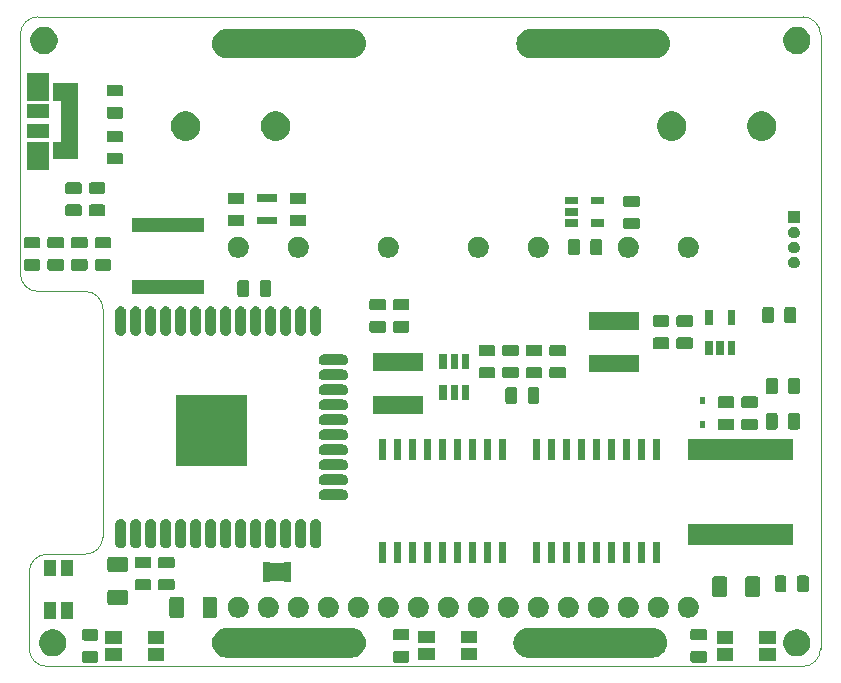
<source format=gbr>
%TF.GenerationSoftware,KiCad,Pcbnew,(6.0.0-rc1-dev-853-g5bbc2d74a)*%
%TF.CreationDate,2018-11-17T03:51:26+01:00*%
%TF.ProjectId,VFD_Watch,5646445F57617463682E6B696361645F,rev?*%
%TF.SameCoordinates,Original*%
%TF.FileFunction,Soldermask,Top*%
%TF.FilePolarity,Negative*%
%FSLAX46Y46*%
G04 Gerber Fmt 4.6, Leading zero omitted, Abs format (unit mm)*
G04 Created by KiCad (PCBNEW (6.0.0-rc1-dev-853-g5bbc2d74a)) date 2018 November 17, Saturday 03:51:26*
%MOMM*%
%LPD*%
G01*
G04 APERTURE LIST*
%ADD10C,0.050000*%
%ADD11C,0.150000*%
G04 APERTURE END LIST*
D10*
X93750000Y-117000000D02*
G75*
G02X92250000Y-118500000I-1500000J0D01*
G01*
X92250000Y-96250000D02*
G75*
G02X93750000Y-97750000I0J-1500000D01*
G01*
X88250000Y-96250000D02*
G75*
G02X86750000Y-94750000I0J1500000D01*
G01*
X87500000Y-120000000D02*
G75*
G02X89000000Y-118500000I1500000J0D01*
G01*
X89000000Y-128000000D02*
G75*
G02X87500000Y-126500000I0J1500000D01*
G01*
X154500000Y-126500000D02*
G75*
G02X153000000Y-128000000I-1500000J0D01*
G01*
X153000000Y-73000000D02*
G75*
G02X154500000Y-74500000I0J-1500000D01*
G01*
X86750000Y-74500000D02*
G75*
G02X88250000Y-73000000I1500000J0D01*
G01*
X87500000Y-120000000D02*
X87500000Y-126500000D01*
X92250000Y-118500000D02*
X89000000Y-118500000D01*
X93750000Y-97750000D02*
X93750000Y-117000000D01*
X88250000Y-96250000D02*
X92250000Y-96250000D01*
X86750000Y-76750000D02*
X86750000Y-94750000D01*
X86750000Y-74500000D02*
X86750000Y-76750000D01*
X153000000Y-73000000D02*
X88250000Y-73000000D01*
X154500000Y-74500000D02*
X154500000Y-126500000D01*
X89000000Y-128000000D02*
X153000000Y-128000000D01*
D11*
G36*
X93208104Y-126707728D02*
X93241995Y-126718009D01*
X93273223Y-126734700D01*
X93300597Y-126757167D01*
X93323064Y-126784541D01*
X93339755Y-126815769D01*
X93350036Y-126849660D01*
X93354112Y-126891043D01*
X93354112Y-127491261D01*
X93350036Y-127532644D01*
X93339755Y-127566535D01*
X93323064Y-127597763D01*
X93300597Y-127625137D01*
X93273223Y-127647604D01*
X93241995Y-127664295D01*
X93208104Y-127674576D01*
X93166721Y-127678652D01*
X92141503Y-127678652D01*
X92100120Y-127674576D01*
X92066229Y-127664295D01*
X92035001Y-127647604D01*
X92007627Y-127625137D01*
X91985160Y-127597763D01*
X91968469Y-127566535D01*
X91958188Y-127532644D01*
X91954112Y-127491261D01*
X91954112Y-126891043D01*
X91958188Y-126849660D01*
X91968469Y-126815769D01*
X91985160Y-126784541D01*
X92007627Y-126757167D01*
X92035001Y-126734700D01*
X92066229Y-126718009D01*
X92100120Y-126707728D01*
X92141503Y-126703652D01*
X93166721Y-126703652D01*
X93208104Y-126707728D01*
X93208104Y-126707728D01*
G37*
G36*
X119553992Y-126704076D02*
X119587883Y-126714357D01*
X119619111Y-126731048D01*
X119646485Y-126753515D01*
X119668952Y-126780889D01*
X119685643Y-126812117D01*
X119695924Y-126846008D01*
X119700000Y-126887391D01*
X119700000Y-127487609D01*
X119695924Y-127528992D01*
X119685643Y-127562883D01*
X119668952Y-127594111D01*
X119646485Y-127621485D01*
X119619111Y-127643952D01*
X119587883Y-127660643D01*
X119553992Y-127670924D01*
X119512609Y-127675000D01*
X118487391Y-127675000D01*
X118446008Y-127670924D01*
X118412117Y-127660643D01*
X118380889Y-127643952D01*
X118353515Y-127621485D01*
X118331048Y-127594111D01*
X118314357Y-127562883D01*
X118304076Y-127528992D01*
X118300000Y-127487609D01*
X118300000Y-126887391D01*
X118304076Y-126846008D01*
X118314357Y-126812117D01*
X118331048Y-126780889D01*
X118353515Y-126753515D01*
X118380889Y-126731048D01*
X118412117Y-126714357D01*
X118446008Y-126704076D01*
X118487391Y-126700000D01*
X119512609Y-126700000D01*
X119553992Y-126704076D01*
X119553992Y-126704076D01*
G37*
G36*
X144741492Y-126704076D02*
X144775383Y-126714357D01*
X144806611Y-126731048D01*
X144833985Y-126753515D01*
X144856452Y-126780889D01*
X144873143Y-126812117D01*
X144883424Y-126846008D01*
X144887500Y-126887391D01*
X144887500Y-127487609D01*
X144883424Y-127528992D01*
X144873143Y-127562883D01*
X144856452Y-127594111D01*
X144833985Y-127621485D01*
X144806611Y-127643952D01*
X144775383Y-127660643D01*
X144741492Y-127670924D01*
X144700109Y-127675000D01*
X143674891Y-127675000D01*
X143633508Y-127670924D01*
X143599617Y-127660643D01*
X143568389Y-127643952D01*
X143541015Y-127621485D01*
X143518548Y-127594111D01*
X143501857Y-127562883D01*
X143491576Y-127528992D01*
X143487500Y-127487609D01*
X143487500Y-126887391D01*
X143491576Y-126846008D01*
X143501857Y-126812117D01*
X143518548Y-126780889D01*
X143541015Y-126753515D01*
X143568389Y-126731048D01*
X143599617Y-126714357D01*
X143633508Y-126704076D01*
X143674891Y-126700000D01*
X144700109Y-126700000D01*
X144741492Y-126704076D01*
X144741492Y-126704076D01*
G37*
G36*
X150700000Y-127525000D02*
X149300000Y-127525000D01*
X149300000Y-126475000D01*
X150700000Y-126475000D01*
X150700000Y-127525000D01*
X150700000Y-127525000D01*
G37*
G36*
X147100000Y-127525000D02*
X145700000Y-127525000D01*
X145700000Y-126475000D01*
X147100000Y-126475000D01*
X147100000Y-127525000D01*
X147100000Y-127525000D01*
G37*
G36*
X98950000Y-127525000D02*
X97550000Y-127525000D01*
X97550000Y-126475000D01*
X98950000Y-126475000D01*
X98950000Y-127525000D01*
X98950000Y-127525000D01*
G37*
G36*
X95350000Y-127525000D02*
X93950000Y-127525000D01*
X93950000Y-126475000D01*
X95350000Y-126475000D01*
X95350000Y-127525000D01*
X95350000Y-127525000D01*
G37*
G36*
X125450000Y-127495000D02*
X124050000Y-127495000D01*
X124050000Y-126445000D01*
X125450000Y-126445000D01*
X125450000Y-127495000D01*
X125450000Y-127495000D01*
G37*
G36*
X121850000Y-127495000D02*
X120450000Y-127495000D01*
X120450000Y-126445000D01*
X121850000Y-126445000D01*
X121850000Y-127495000D01*
X121850000Y-127495000D01*
G37*
G36*
X140495039Y-124768086D02*
X140495042Y-124768087D01*
X140495043Y-124768087D01*
X140730669Y-124839563D01*
X140947823Y-124955634D01*
X141138160Y-125111840D01*
X141294366Y-125302177D01*
X141410437Y-125519331D01*
X141479343Y-125746485D01*
X141481914Y-125754961D01*
X141506048Y-126000000D01*
X141481914Y-126245039D01*
X141481913Y-126245042D01*
X141481913Y-126245043D01*
X141410437Y-126480669D01*
X141294366Y-126697823D01*
X141138160Y-126888160D01*
X140947823Y-127044366D01*
X140730669Y-127160437D01*
X140495043Y-127231913D01*
X140495042Y-127231913D01*
X140495039Y-127231914D01*
X140311409Y-127250000D01*
X129688591Y-127250000D01*
X129504961Y-127231914D01*
X129504958Y-127231913D01*
X129504957Y-127231913D01*
X129269331Y-127160437D01*
X129052177Y-127044366D01*
X128861840Y-126888160D01*
X128705634Y-126697823D01*
X128589563Y-126480669D01*
X128518087Y-126245043D01*
X128518087Y-126245042D01*
X128518086Y-126245039D01*
X128493952Y-126000000D01*
X128518086Y-125754961D01*
X128520657Y-125746485D01*
X128589563Y-125519331D01*
X128705634Y-125302177D01*
X128861840Y-125111840D01*
X129052177Y-124955634D01*
X129269331Y-124839563D01*
X129504957Y-124768087D01*
X129504958Y-124768087D01*
X129504961Y-124768086D01*
X129688591Y-124750000D01*
X140311409Y-124750000D01*
X140495039Y-124768086D01*
X140495039Y-124768086D01*
G37*
G36*
X114995039Y-124768086D02*
X114995042Y-124768087D01*
X114995043Y-124768087D01*
X115230669Y-124839563D01*
X115447823Y-124955634D01*
X115638160Y-125111840D01*
X115794366Y-125302177D01*
X115910437Y-125519331D01*
X115979343Y-125746485D01*
X115981914Y-125754961D01*
X116006048Y-126000000D01*
X115981914Y-126245039D01*
X115981913Y-126245042D01*
X115981913Y-126245043D01*
X115910437Y-126480669D01*
X115794366Y-126697823D01*
X115638160Y-126888160D01*
X115447823Y-127044366D01*
X115230669Y-127160437D01*
X114995043Y-127231913D01*
X114995042Y-127231913D01*
X114995039Y-127231914D01*
X114811409Y-127250000D01*
X104188591Y-127250000D01*
X104004961Y-127231914D01*
X104004958Y-127231913D01*
X104004957Y-127231913D01*
X103769331Y-127160437D01*
X103552177Y-127044366D01*
X103361840Y-126888160D01*
X103205634Y-126697823D01*
X103089563Y-126480669D01*
X103018087Y-126245043D01*
X103018087Y-126245042D01*
X103018086Y-126245039D01*
X102993952Y-126000000D01*
X103018086Y-125754961D01*
X103020657Y-125746485D01*
X103089563Y-125519331D01*
X103205634Y-125302177D01*
X103361840Y-125111840D01*
X103552177Y-124955634D01*
X103769331Y-124839563D01*
X104004957Y-124768087D01*
X104004958Y-124768087D01*
X104004961Y-124768086D01*
X104188591Y-124750000D01*
X114811409Y-124750000D01*
X114995039Y-124768086D01*
X114995039Y-124768086D01*
G37*
G36*
X152835443Y-124894194D02*
X153044728Y-124980883D01*
X153233085Y-125106739D01*
X153393261Y-125266915D01*
X153519117Y-125455272D01*
X153605806Y-125664557D01*
X153650000Y-125886734D01*
X153650000Y-126113266D01*
X153605806Y-126335443D01*
X153519117Y-126544728D01*
X153393261Y-126733085D01*
X153233085Y-126893261D01*
X153044728Y-127019117D01*
X152835443Y-127105806D01*
X152613266Y-127150000D01*
X152386734Y-127150000D01*
X152164557Y-127105806D01*
X151955272Y-127019117D01*
X151766915Y-126893261D01*
X151606739Y-126733085D01*
X151480883Y-126544728D01*
X151394194Y-126335443D01*
X151350000Y-126113266D01*
X151350000Y-125886734D01*
X151394194Y-125664557D01*
X151480883Y-125455272D01*
X151606739Y-125266915D01*
X151766915Y-125106739D01*
X151955272Y-124980883D01*
X152164557Y-124894194D01*
X152386734Y-124850000D01*
X152613266Y-124850000D01*
X152835443Y-124894194D01*
X152835443Y-124894194D01*
G37*
G36*
X89835443Y-124894194D02*
X90044728Y-124980883D01*
X90233085Y-125106739D01*
X90393261Y-125266915D01*
X90519117Y-125455272D01*
X90605806Y-125664557D01*
X90650000Y-125886734D01*
X90650000Y-126113266D01*
X90605806Y-126335443D01*
X90519117Y-126544728D01*
X90393261Y-126733085D01*
X90233085Y-126893261D01*
X90044728Y-127019117D01*
X89835443Y-127105806D01*
X89613266Y-127150000D01*
X89386734Y-127150000D01*
X89164557Y-127105806D01*
X88955272Y-127019117D01*
X88766915Y-126893261D01*
X88606739Y-126733085D01*
X88480883Y-126544728D01*
X88394194Y-126335443D01*
X88350000Y-126113266D01*
X88350000Y-125886734D01*
X88394194Y-125664557D01*
X88480883Y-125455272D01*
X88606739Y-125266915D01*
X88766915Y-125106739D01*
X88955272Y-124980883D01*
X89164557Y-124894194D01*
X89386734Y-124850000D01*
X89613266Y-124850000D01*
X89835443Y-124894194D01*
X89835443Y-124894194D01*
G37*
G36*
X98950000Y-126085000D02*
X97550000Y-126085000D01*
X97550000Y-125035000D01*
X98950000Y-125035000D01*
X98950000Y-126085000D01*
X98950000Y-126085000D01*
G37*
G36*
X95350000Y-126085000D02*
X93950000Y-126085000D01*
X93950000Y-125035000D01*
X95350000Y-125035000D01*
X95350000Y-126085000D01*
X95350000Y-126085000D01*
G37*
G36*
X150700000Y-126085000D02*
X149300000Y-126085000D01*
X149300000Y-125035000D01*
X150700000Y-125035000D01*
X150700000Y-126085000D01*
X150700000Y-126085000D01*
G37*
G36*
X147100000Y-126085000D02*
X145700000Y-126085000D01*
X145700000Y-125035000D01*
X147100000Y-125035000D01*
X147100000Y-126085000D01*
X147100000Y-126085000D01*
G37*
G36*
X121850000Y-126055000D02*
X120450000Y-126055000D01*
X120450000Y-125005000D01*
X121850000Y-125005000D01*
X121850000Y-126055000D01*
X121850000Y-126055000D01*
G37*
G36*
X125450000Y-126055000D02*
X124050000Y-126055000D01*
X124050000Y-125005000D01*
X125450000Y-125005000D01*
X125450000Y-126055000D01*
X125450000Y-126055000D01*
G37*
G36*
X93208104Y-124832728D02*
X93241995Y-124843009D01*
X93273223Y-124859700D01*
X93300597Y-124882167D01*
X93323064Y-124909541D01*
X93339755Y-124940769D01*
X93350036Y-124974660D01*
X93354112Y-125016043D01*
X93354112Y-125616261D01*
X93350036Y-125657644D01*
X93339755Y-125691535D01*
X93323064Y-125722763D01*
X93300597Y-125750137D01*
X93273223Y-125772604D01*
X93241995Y-125789295D01*
X93208104Y-125799576D01*
X93166721Y-125803652D01*
X92141503Y-125803652D01*
X92100120Y-125799576D01*
X92066229Y-125789295D01*
X92035001Y-125772604D01*
X92007627Y-125750137D01*
X91985160Y-125722763D01*
X91968469Y-125691535D01*
X91958188Y-125657644D01*
X91954112Y-125616261D01*
X91954112Y-125016043D01*
X91958188Y-124974660D01*
X91968469Y-124940769D01*
X91985160Y-124909541D01*
X92007627Y-124882167D01*
X92035001Y-124859700D01*
X92066229Y-124843009D01*
X92100120Y-124832728D01*
X92141503Y-124828652D01*
X93166721Y-124828652D01*
X93208104Y-124832728D01*
X93208104Y-124832728D01*
G37*
G36*
X144741492Y-124829076D02*
X144775383Y-124839357D01*
X144806611Y-124856048D01*
X144833985Y-124878515D01*
X144856452Y-124905889D01*
X144873143Y-124937117D01*
X144883424Y-124971008D01*
X144887500Y-125012391D01*
X144887500Y-125612609D01*
X144883424Y-125653992D01*
X144873143Y-125687883D01*
X144856452Y-125719111D01*
X144833985Y-125746485D01*
X144806611Y-125768952D01*
X144775383Y-125785643D01*
X144741492Y-125795924D01*
X144700109Y-125800000D01*
X143674891Y-125800000D01*
X143633508Y-125795924D01*
X143599617Y-125785643D01*
X143568389Y-125768952D01*
X143541015Y-125746485D01*
X143518548Y-125719111D01*
X143501857Y-125687883D01*
X143491576Y-125653992D01*
X143487500Y-125612609D01*
X143487500Y-125012391D01*
X143491576Y-124971008D01*
X143501857Y-124937117D01*
X143518548Y-124905889D01*
X143541015Y-124878515D01*
X143568389Y-124856048D01*
X143599617Y-124839357D01*
X143633508Y-124829076D01*
X143674891Y-124825000D01*
X144700109Y-124825000D01*
X144741492Y-124829076D01*
X144741492Y-124829076D01*
G37*
G36*
X119553992Y-124829076D02*
X119587883Y-124839357D01*
X119619111Y-124856048D01*
X119646485Y-124878515D01*
X119668952Y-124905889D01*
X119685643Y-124937117D01*
X119695924Y-124971008D01*
X119700000Y-125012391D01*
X119700000Y-125612609D01*
X119695924Y-125653992D01*
X119685643Y-125687883D01*
X119668952Y-125719111D01*
X119646485Y-125746485D01*
X119619111Y-125768952D01*
X119587883Y-125785643D01*
X119553992Y-125795924D01*
X119512609Y-125800000D01*
X118487391Y-125800000D01*
X118446008Y-125795924D01*
X118412117Y-125785643D01*
X118380889Y-125768952D01*
X118353515Y-125746485D01*
X118331048Y-125719111D01*
X118314357Y-125687883D01*
X118304076Y-125653992D01*
X118300000Y-125612609D01*
X118300000Y-125012391D01*
X118304076Y-124971008D01*
X118314357Y-124937117D01*
X118331048Y-124905889D01*
X118353515Y-124878515D01*
X118380889Y-124856048D01*
X118412117Y-124839357D01*
X118446008Y-124829076D01*
X118487391Y-124825000D01*
X119512609Y-124825000D01*
X119553992Y-124829076D01*
X119553992Y-124829076D01*
G37*
G36*
X91245000Y-123950000D02*
X90195000Y-123950000D01*
X90195000Y-122550000D01*
X91245000Y-122550000D01*
X91245000Y-123950000D01*
X91245000Y-123950000D01*
G37*
G36*
X89805000Y-123950000D02*
X88755000Y-123950000D01*
X88755000Y-122550000D01*
X89805000Y-122550000D01*
X89805000Y-123950000D01*
X89805000Y-123950000D01*
G37*
G36*
X113082521Y-122124586D02*
X113246309Y-122192429D01*
X113393720Y-122290926D01*
X113519074Y-122416280D01*
X113617571Y-122563691D01*
X113685414Y-122727479D01*
X113720000Y-122901356D01*
X113720000Y-123078644D01*
X113685414Y-123252521D01*
X113617571Y-123416309D01*
X113519074Y-123563720D01*
X113393720Y-123689074D01*
X113246309Y-123787571D01*
X113082521Y-123855414D01*
X112908644Y-123890000D01*
X112731356Y-123890000D01*
X112557479Y-123855414D01*
X112393691Y-123787571D01*
X112246280Y-123689074D01*
X112120926Y-123563720D01*
X112022429Y-123416309D01*
X111954586Y-123252521D01*
X111920000Y-123078644D01*
X111920000Y-122901356D01*
X111954586Y-122727479D01*
X112022429Y-122563691D01*
X112120926Y-122416280D01*
X112246280Y-122290926D01*
X112393691Y-122192429D01*
X112557479Y-122124586D01*
X112731356Y-122090000D01*
X112908644Y-122090000D01*
X113082521Y-122124586D01*
X113082521Y-122124586D01*
G37*
G36*
X105462521Y-122124586D02*
X105626309Y-122192429D01*
X105773720Y-122290926D01*
X105899074Y-122416280D01*
X105997571Y-122563691D01*
X106065414Y-122727479D01*
X106100000Y-122901356D01*
X106100000Y-123078644D01*
X106065414Y-123252521D01*
X105997571Y-123416309D01*
X105899074Y-123563720D01*
X105773720Y-123689074D01*
X105626309Y-123787571D01*
X105462521Y-123855414D01*
X105288644Y-123890000D01*
X105111356Y-123890000D01*
X104937479Y-123855414D01*
X104773691Y-123787571D01*
X104626280Y-123689074D01*
X104500926Y-123563720D01*
X104402429Y-123416309D01*
X104334586Y-123252521D01*
X104300000Y-123078644D01*
X104300000Y-122901356D01*
X104334586Y-122727479D01*
X104402429Y-122563691D01*
X104500926Y-122416280D01*
X104626280Y-122290926D01*
X104773691Y-122192429D01*
X104937479Y-122124586D01*
X105111356Y-122090000D01*
X105288644Y-122090000D01*
X105462521Y-122124586D01*
X105462521Y-122124586D01*
G37*
G36*
X108002521Y-122124586D02*
X108166309Y-122192429D01*
X108313720Y-122290926D01*
X108439074Y-122416280D01*
X108537571Y-122563691D01*
X108605414Y-122727479D01*
X108640000Y-122901356D01*
X108640000Y-123078644D01*
X108605414Y-123252521D01*
X108537571Y-123416309D01*
X108439074Y-123563720D01*
X108313720Y-123689074D01*
X108166309Y-123787571D01*
X108002521Y-123855414D01*
X107828644Y-123890000D01*
X107651356Y-123890000D01*
X107477479Y-123855414D01*
X107313691Y-123787571D01*
X107166280Y-123689074D01*
X107040926Y-123563720D01*
X106942429Y-123416309D01*
X106874586Y-123252521D01*
X106840000Y-123078644D01*
X106840000Y-122901356D01*
X106874586Y-122727479D01*
X106942429Y-122563691D01*
X107040926Y-122416280D01*
X107166280Y-122290926D01*
X107313691Y-122192429D01*
X107477479Y-122124586D01*
X107651356Y-122090000D01*
X107828644Y-122090000D01*
X108002521Y-122124586D01*
X108002521Y-122124586D01*
G37*
G36*
X110542521Y-122124586D02*
X110706309Y-122192429D01*
X110853720Y-122290926D01*
X110979074Y-122416280D01*
X111077571Y-122563691D01*
X111145414Y-122727479D01*
X111180000Y-122901356D01*
X111180000Y-123078644D01*
X111145414Y-123252521D01*
X111077571Y-123416309D01*
X110979074Y-123563720D01*
X110853720Y-123689074D01*
X110706309Y-123787571D01*
X110542521Y-123855414D01*
X110368644Y-123890000D01*
X110191356Y-123890000D01*
X110017479Y-123855414D01*
X109853691Y-123787571D01*
X109706280Y-123689074D01*
X109580926Y-123563720D01*
X109482429Y-123416309D01*
X109414586Y-123252521D01*
X109380000Y-123078644D01*
X109380000Y-122901356D01*
X109414586Y-122727479D01*
X109482429Y-122563691D01*
X109580926Y-122416280D01*
X109706280Y-122290926D01*
X109853691Y-122192429D01*
X110017479Y-122124586D01*
X110191356Y-122090000D01*
X110368644Y-122090000D01*
X110542521Y-122124586D01*
X110542521Y-122124586D01*
G37*
G36*
X115622521Y-122124586D02*
X115786309Y-122192429D01*
X115933720Y-122290926D01*
X116059074Y-122416280D01*
X116157571Y-122563691D01*
X116225414Y-122727479D01*
X116260000Y-122901356D01*
X116260000Y-123078644D01*
X116225414Y-123252521D01*
X116157571Y-123416309D01*
X116059074Y-123563720D01*
X115933720Y-123689074D01*
X115786309Y-123787571D01*
X115622521Y-123855414D01*
X115448644Y-123890000D01*
X115271356Y-123890000D01*
X115097479Y-123855414D01*
X114933691Y-123787571D01*
X114786280Y-123689074D01*
X114660926Y-123563720D01*
X114562429Y-123416309D01*
X114494586Y-123252521D01*
X114460000Y-123078644D01*
X114460000Y-122901356D01*
X114494586Y-122727479D01*
X114562429Y-122563691D01*
X114660926Y-122416280D01*
X114786280Y-122290926D01*
X114933691Y-122192429D01*
X115097479Y-122124586D01*
X115271356Y-122090000D01*
X115448644Y-122090000D01*
X115622521Y-122124586D01*
X115622521Y-122124586D01*
G37*
G36*
X118162521Y-122124586D02*
X118326309Y-122192429D01*
X118473720Y-122290926D01*
X118599074Y-122416280D01*
X118697571Y-122563691D01*
X118765414Y-122727479D01*
X118800000Y-122901356D01*
X118800000Y-123078644D01*
X118765414Y-123252521D01*
X118697571Y-123416309D01*
X118599074Y-123563720D01*
X118473720Y-123689074D01*
X118326309Y-123787571D01*
X118162521Y-123855414D01*
X117988644Y-123890000D01*
X117811356Y-123890000D01*
X117637479Y-123855414D01*
X117473691Y-123787571D01*
X117326280Y-123689074D01*
X117200926Y-123563720D01*
X117102429Y-123416309D01*
X117034586Y-123252521D01*
X117000000Y-123078644D01*
X117000000Y-122901356D01*
X117034586Y-122727479D01*
X117102429Y-122563691D01*
X117200926Y-122416280D01*
X117326280Y-122290926D01*
X117473691Y-122192429D01*
X117637479Y-122124586D01*
X117811356Y-122090000D01*
X117988644Y-122090000D01*
X118162521Y-122124586D01*
X118162521Y-122124586D01*
G37*
G36*
X120702521Y-122124586D02*
X120866309Y-122192429D01*
X121013720Y-122290926D01*
X121139074Y-122416280D01*
X121237571Y-122563691D01*
X121305414Y-122727479D01*
X121340000Y-122901356D01*
X121340000Y-123078644D01*
X121305414Y-123252521D01*
X121237571Y-123416309D01*
X121139074Y-123563720D01*
X121013720Y-123689074D01*
X120866309Y-123787571D01*
X120702521Y-123855414D01*
X120528644Y-123890000D01*
X120351356Y-123890000D01*
X120177479Y-123855414D01*
X120013691Y-123787571D01*
X119866280Y-123689074D01*
X119740926Y-123563720D01*
X119642429Y-123416309D01*
X119574586Y-123252521D01*
X119540000Y-123078644D01*
X119540000Y-122901356D01*
X119574586Y-122727479D01*
X119642429Y-122563691D01*
X119740926Y-122416280D01*
X119866280Y-122290926D01*
X120013691Y-122192429D01*
X120177479Y-122124586D01*
X120351356Y-122090000D01*
X120528644Y-122090000D01*
X120702521Y-122124586D01*
X120702521Y-122124586D01*
G37*
G36*
X125782521Y-122124586D02*
X125946309Y-122192429D01*
X126093720Y-122290926D01*
X126219074Y-122416280D01*
X126317571Y-122563691D01*
X126385414Y-122727479D01*
X126420000Y-122901356D01*
X126420000Y-123078644D01*
X126385414Y-123252521D01*
X126317571Y-123416309D01*
X126219074Y-123563720D01*
X126093720Y-123689074D01*
X125946309Y-123787571D01*
X125782521Y-123855414D01*
X125608644Y-123890000D01*
X125431356Y-123890000D01*
X125257479Y-123855414D01*
X125093691Y-123787571D01*
X124946280Y-123689074D01*
X124820926Y-123563720D01*
X124722429Y-123416309D01*
X124654586Y-123252521D01*
X124620000Y-123078644D01*
X124620000Y-122901356D01*
X124654586Y-122727479D01*
X124722429Y-122563691D01*
X124820926Y-122416280D01*
X124946280Y-122290926D01*
X125093691Y-122192429D01*
X125257479Y-122124586D01*
X125431356Y-122090000D01*
X125608644Y-122090000D01*
X125782521Y-122124586D01*
X125782521Y-122124586D01*
G37*
G36*
X128322521Y-122124586D02*
X128486309Y-122192429D01*
X128633720Y-122290926D01*
X128759074Y-122416280D01*
X128857571Y-122563691D01*
X128925414Y-122727479D01*
X128960000Y-122901356D01*
X128960000Y-123078644D01*
X128925414Y-123252521D01*
X128857571Y-123416309D01*
X128759074Y-123563720D01*
X128633720Y-123689074D01*
X128486309Y-123787571D01*
X128322521Y-123855414D01*
X128148644Y-123890000D01*
X127971356Y-123890000D01*
X127797479Y-123855414D01*
X127633691Y-123787571D01*
X127486280Y-123689074D01*
X127360926Y-123563720D01*
X127262429Y-123416309D01*
X127194586Y-123252521D01*
X127160000Y-123078644D01*
X127160000Y-122901356D01*
X127194586Y-122727479D01*
X127262429Y-122563691D01*
X127360926Y-122416280D01*
X127486280Y-122290926D01*
X127633691Y-122192429D01*
X127797479Y-122124586D01*
X127971356Y-122090000D01*
X128148644Y-122090000D01*
X128322521Y-122124586D01*
X128322521Y-122124586D01*
G37*
G36*
X130862521Y-122124586D02*
X131026309Y-122192429D01*
X131173720Y-122290926D01*
X131299074Y-122416280D01*
X131397571Y-122563691D01*
X131465414Y-122727479D01*
X131500000Y-122901356D01*
X131500000Y-123078644D01*
X131465414Y-123252521D01*
X131397571Y-123416309D01*
X131299074Y-123563720D01*
X131173720Y-123689074D01*
X131026309Y-123787571D01*
X130862521Y-123855414D01*
X130688644Y-123890000D01*
X130511356Y-123890000D01*
X130337479Y-123855414D01*
X130173691Y-123787571D01*
X130026280Y-123689074D01*
X129900926Y-123563720D01*
X129802429Y-123416309D01*
X129734586Y-123252521D01*
X129700000Y-123078644D01*
X129700000Y-122901356D01*
X129734586Y-122727479D01*
X129802429Y-122563691D01*
X129900926Y-122416280D01*
X130026280Y-122290926D01*
X130173691Y-122192429D01*
X130337479Y-122124586D01*
X130511356Y-122090000D01*
X130688644Y-122090000D01*
X130862521Y-122124586D01*
X130862521Y-122124586D01*
G37*
G36*
X133402521Y-122124586D02*
X133566309Y-122192429D01*
X133713720Y-122290926D01*
X133839074Y-122416280D01*
X133937571Y-122563691D01*
X134005414Y-122727479D01*
X134040000Y-122901356D01*
X134040000Y-123078644D01*
X134005414Y-123252521D01*
X133937571Y-123416309D01*
X133839074Y-123563720D01*
X133713720Y-123689074D01*
X133566309Y-123787571D01*
X133402521Y-123855414D01*
X133228644Y-123890000D01*
X133051356Y-123890000D01*
X132877479Y-123855414D01*
X132713691Y-123787571D01*
X132566280Y-123689074D01*
X132440926Y-123563720D01*
X132342429Y-123416309D01*
X132274586Y-123252521D01*
X132240000Y-123078644D01*
X132240000Y-122901356D01*
X132274586Y-122727479D01*
X132342429Y-122563691D01*
X132440926Y-122416280D01*
X132566280Y-122290926D01*
X132713691Y-122192429D01*
X132877479Y-122124586D01*
X133051356Y-122090000D01*
X133228644Y-122090000D01*
X133402521Y-122124586D01*
X133402521Y-122124586D01*
G37*
G36*
X135942521Y-122124586D02*
X136106309Y-122192429D01*
X136253720Y-122290926D01*
X136379074Y-122416280D01*
X136477571Y-122563691D01*
X136545414Y-122727479D01*
X136580000Y-122901356D01*
X136580000Y-123078644D01*
X136545414Y-123252521D01*
X136477571Y-123416309D01*
X136379074Y-123563720D01*
X136253720Y-123689074D01*
X136106309Y-123787571D01*
X135942521Y-123855414D01*
X135768644Y-123890000D01*
X135591356Y-123890000D01*
X135417479Y-123855414D01*
X135253691Y-123787571D01*
X135106280Y-123689074D01*
X134980926Y-123563720D01*
X134882429Y-123416309D01*
X134814586Y-123252521D01*
X134780000Y-123078644D01*
X134780000Y-122901356D01*
X134814586Y-122727479D01*
X134882429Y-122563691D01*
X134980926Y-122416280D01*
X135106280Y-122290926D01*
X135253691Y-122192429D01*
X135417479Y-122124586D01*
X135591356Y-122090000D01*
X135768644Y-122090000D01*
X135942521Y-122124586D01*
X135942521Y-122124586D01*
G37*
G36*
X138482521Y-122124586D02*
X138646309Y-122192429D01*
X138793720Y-122290926D01*
X138919074Y-122416280D01*
X139017571Y-122563691D01*
X139085414Y-122727479D01*
X139120000Y-122901356D01*
X139120000Y-123078644D01*
X139085414Y-123252521D01*
X139017571Y-123416309D01*
X138919074Y-123563720D01*
X138793720Y-123689074D01*
X138646309Y-123787571D01*
X138482521Y-123855414D01*
X138308644Y-123890000D01*
X138131356Y-123890000D01*
X137957479Y-123855414D01*
X137793691Y-123787571D01*
X137646280Y-123689074D01*
X137520926Y-123563720D01*
X137422429Y-123416309D01*
X137354586Y-123252521D01*
X137320000Y-123078644D01*
X137320000Y-122901356D01*
X137354586Y-122727479D01*
X137422429Y-122563691D01*
X137520926Y-122416280D01*
X137646280Y-122290926D01*
X137793691Y-122192429D01*
X137957479Y-122124586D01*
X138131356Y-122090000D01*
X138308644Y-122090000D01*
X138482521Y-122124586D01*
X138482521Y-122124586D01*
G37*
G36*
X141022521Y-122124586D02*
X141186309Y-122192429D01*
X141333720Y-122290926D01*
X141459074Y-122416280D01*
X141557571Y-122563691D01*
X141625414Y-122727479D01*
X141660000Y-122901356D01*
X141660000Y-123078644D01*
X141625414Y-123252521D01*
X141557571Y-123416309D01*
X141459074Y-123563720D01*
X141333720Y-123689074D01*
X141186309Y-123787571D01*
X141022521Y-123855414D01*
X140848644Y-123890000D01*
X140671356Y-123890000D01*
X140497479Y-123855414D01*
X140333691Y-123787571D01*
X140186280Y-123689074D01*
X140060926Y-123563720D01*
X139962429Y-123416309D01*
X139894586Y-123252521D01*
X139860000Y-123078644D01*
X139860000Y-122901356D01*
X139894586Y-122727479D01*
X139962429Y-122563691D01*
X140060926Y-122416280D01*
X140186280Y-122290926D01*
X140333691Y-122192429D01*
X140497479Y-122124586D01*
X140671356Y-122090000D01*
X140848644Y-122090000D01*
X141022521Y-122124586D01*
X141022521Y-122124586D01*
G37*
G36*
X143562521Y-122124586D02*
X143726309Y-122192429D01*
X143873720Y-122290926D01*
X143999074Y-122416280D01*
X144097571Y-122563691D01*
X144165414Y-122727479D01*
X144200000Y-122901356D01*
X144200000Y-123078644D01*
X144165414Y-123252521D01*
X144097571Y-123416309D01*
X143999074Y-123563720D01*
X143873720Y-123689074D01*
X143726309Y-123787571D01*
X143562521Y-123855414D01*
X143388644Y-123890000D01*
X143211356Y-123890000D01*
X143037479Y-123855414D01*
X142873691Y-123787571D01*
X142726280Y-123689074D01*
X142600926Y-123563720D01*
X142502429Y-123416309D01*
X142434586Y-123252521D01*
X142400000Y-123078644D01*
X142400000Y-122901356D01*
X142434586Y-122727479D01*
X142502429Y-122563691D01*
X142600926Y-122416280D01*
X142726280Y-122290926D01*
X142873691Y-122192429D01*
X143037479Y-122124586D01*
X143211356Y-122090000D01*
X143388644Y-122090000D01*
X143562521Y-122124586D01*
X143562521Y-122124586D01*
G37*
G36*
X123242521Y-122124586D02*
X123406309Y-122192429D01*
X123553720Y-122290926D01*
X123679074Y-122416280D01*
X123777571Y-122563691D01*
X123845414Y-122727479D01*
X123880000Y-122901356D01*
X123880000Y-123078644D01*
X123845414Y-123252521D01*
X123777571Y-123416309D01*
X123679074Y-123563720D01*
X123553720Y-123689074D01*
X123406309Y-123787571D01*
X123242521Y-123855414D01*
X123068644Y-123890000D01*
X122891356Y-123890000D01*
X122717479Y-123855414D01*
X122553691Y-123787571D01*
X122406280Y-123689074D01*
X122280926Y-123563720D01*
X122182429Y-123416309D01*
X122114586Y-123252521D01*
X122080000Y-123078644D01*
X122080000Y-122901356D01*
X122114586Y-122727479D01*
X122182429Y-122563691D01*
X122280926Y-122416280D01*
X122406280Y-122290926D01*
X122553691Y-122192429D01*
X122717479Y-122124586D01*
X122891356Y-122090000D01*
X123068644Y-122090000D01*
X123242521Y-122124586D01*
X123242521Y-122124586D01*
G37*
G36*
X103284024Y-122128955D02*
X103316736Y-122138879D01*
X103346890Y-122154997D01*
X103373316Y-122176684D01*
X103395003Y-122203110D01*
X103411121Y-122233264D01*
X103421045Y-122265976D01*
X103425000Y-122306138D01*
X103425000Y-123693862D01*
X103421045Y-123734024D01*
X103411121Y-123766736D01*
X103395003Y-123796890D01*
X103373316Y-123823316D01*
X103346890Y-123845003D01*
X103316736Y-123861121D01*
X103284024Y-123871045D01*
X103243862Y-123875000D01*
X102356138Y-123875000D01*
X102315976Y-123871045D01*
X102283264Y-123861121D01*
X102253110Y-123845003D01*
X102226684Y-123823316D01*
X102204997Y-123796890D01*
X102188879Y-123766736D01*
X102178955Y-123734024D01*
X102175000Y-123693862D01*
X102175000Y-122306138D01*
X102178955Y-122265976D01*
X102188879Y-122233264D01*
X102204997Y-122203110D01*
X102226684Y-122176684D01*
X102253110Y-122154997D01*
X102283264Y-122138879D01*
X102315976Y-122128955D01*
X102356138Y-122125000D01*
X103243862Y-122125000D01*
X103284024Y-122128955D01*
X103284024Y-122128955D01*
G37*
G36*
X100484024Y-122128955D02*
X100516736Y-122138879D01*
X100546890Y-122154997D01*
X100573316Y-122176684D01*
X100595003Y-122203110D01*
X100611121Y-122233264D01*
X100621045Y-122265976D01*
X100625000Y-122306138D01*
X100625000Y-123693862D01*
X100621045Y-123734024D01*
X100611121Y-123766736D01*
X100595003Y-123796890D01*
X100573316Y-123823316D01*
X100546890Y-123845003D01*
X100516736Y-123861121D01*
X100484024Y-123871045D01*
X100443862Y-123875000D01*
X99556138Y-123875000D01*
X99515976Y-123871045D01*
X99483264Y-123861121D01*
X99453110Y-123845003D01*
X99426684Y-123823316D01*
X99404997Y-123796890D01*
X99388879Y-123766736D01*
X99378955Y-123734024D01*
X99375000Y-123693862D01*
X99375000Y-122306138D01*
X99378955Y-122265976D01*
X99388879Y-122233264D01*
X99404997Y-122203110D01*
X99426684Y-122176684D01*
X99453110Y-122154997D01*
X99483264Y-122138879D01*
X99515976Y-122128955D01*
X99556138Y-122125000D01*
X100443862Y-122125000D01*
X100484024Y-122128955D01*
X100484024Y-122128955D01*
G37*
G36*
X95729603Y-121530071D02*
X95762315Y-121539995D01*
X95792469Y-121556113D01*
X95818895Y-121577800D01*
X95840582Y-121604226D01*
X95856700Y-121634380D01*
X95866624Y-121667092D01*
X95870579Y-121707254D01*
X95870579Y-122594978D01*
X95866624Y-122635140D01*
X95856700Y-122667852D01*
X95840582Y-122698006D01*
X95818895Y-122724432D01*
X95792469Y-122746119D01*
X95762315Y-122762237D01*
X95729603Y-122772161D01*
X95689441Y-122776116D01*
X94301717Y-122776116D01*
X94261555Y-122772161D01*
X94228843Y-122762237D01*
X94198689Y-122746119D01*
X94172263Y-122724432D01*
X94150576Y-122698006D01*
X94134458Y-122667852D01*
X94124534Y-122635140D01*
X94120579Y-122594978D01*
X94120579Y-121707254D01*
X94124534Y-121667092D01*
X94134458Y-121634380D01*
X94150576Y-121604226D01*
X94172263Y-121577800D01*
X94198689Y-121556113D01*
X94228843Y-121539995D01*
X94261555Y-121530071D01*
X94301717Y-121526116D01*
X95689441Y-121526116D01*
X95729603Y-121530071D01*
X95729603Y-121530071D01*
G37*
G36*
X149234024Y-120378955D02*
X149266736Y-120388879D01*
X149296890Y-120404997D01*
X149323316Y-120426684D01*
X149345003Y-120453110D01*
X149361121Y-120483264D01*
X149371045Y-120515976D01*
X149375000Y-120556138D01*
X149375000Y-121943862D01*
X149371045Y-121984024D01*
X149361121Y-122016736D01*
X149345003Y-122046890D01*
X149323316Y-122073316D01*
X149296890Y-122095003D01*
X149266736Y-122111121D01*
X149234024Y-122121045D01*
X149193862Y-122125000D01*
X148306138Y-122125000D01*
X148265976Y-122121045D01*
X148233264Y-122111121D01*
X148203110Y-122095003D01*
X148176684Y-122073316D01*
X148154997Y-122046890D01*
X148138879Y-122016736D01*
X148128955Y-121984024D01*
X148125000Y-121943862D01*
X148125000Y-120556138D01*
X148128955Y-120515976D01*
X148138879Y-120483264D01*
X148154997Y-120453110D01*
X148176684Y-120426684D01*
X148203110Y-120404997D01*
X148233264Y-120388879D01*
X148265976Y-120378955D01*
X148306138Y-120375000D01*
X149193862Y-120375000D01*
X149234024Y-120378955D01*
X149234024Y-120378955D01*
G37*
G36*
X146434024Y-120378955D02*
X146466736Y-120388879D01*
X146496890Y-120404997D01*
X146523316Y-120426684D01*
X146545003Y-120453110D01*
X146561121Y-120483264D01*
X146571045Y-120515976D01*
X146575000Y-120556138D01*
X146575000Y-121943862D01*
X146571045Y-121984024D01*
X146561121Y-122016736D01*
X146545003Y-122046890D01*
X146523316Y-122073316D01*
X146496890Y-122095003D01*
X146466736Y-122111121D01*
X146434024Y-122121045D01*
X146393862Y-122125000D01*
X145506138Y-122125000D01*
X145465976Y-122121045D01*
X145433264Y-122111121D01*
X145403110Y-122095003D01*
X145376684Y-122073316D01*
X145354997Y-122046890D01*
X145338879Y-122016736D01*
X145328955Y-121984024D01*
X145325000Y-121943862D01*
X145325000Y-120556138D01*
X145328955Y-120515976D01*
X145338879Y-120483264D01*
X145354997Y-120453110D01*
X145376684Y-120426684D01*
X145403110Y-120404997D01*
X145433264Y-120388879D01*
X145465976Y-120378955D01*
X145506138Y-120375000D01*
X146393862Y-120375000D01*
X146434024Y-120378955D01*
X146434024Y-120378955D01*
G37*
G36*
X151466492Y-120304076D02*
X151500383Y-120314357D01*
X151531611Y-120331048D01*
X151558985Y-120353515D01*
X151581452Y-120380889D01*
X151598143Y-120412117D01*
X151608424Y-120446008D01*
X151612500Y-120487391D01*
X151612500Y-121512609D01*
X151608424Y-121553992D01*
X151598143Y-121587883D01*
X151581452Y-121619111D01*
X151558985Y-121646485D01*
X151531611Y-121668952D01*
X151500383Y-121685643D01*
X151466492Y-121695924D01*
X151425109Y-121700000D01*
X150824891Y-121700000D01*
X150783508Y-121695924D01*
X150749617Y-121685643D01*
X150718389Y-121668952D01*
X150691015Y-121646485D01*
X150668548Y-121619111D01*
X150651857Y-121587883D01*
X150641576Y-121553992D01*
X150637500Y-121512609D01*
X150637500Y-120487391D01*
X150641576Y-120446008D01*
X150651857Y-120412117D01*
X150668548Y-120380889D01*
X150691015Y-120353515D01*
X150718389Y-120331048D01*
X150749617Y-120314357D01*
X150783508Y-120304076D01*
X150824891Y-120300000D01*
X151425109Y-120300000D01*
X151466492Y-120304076D01*
X151466492Y-120304076D01*
G37*
G36*
X153341492Y-120304076D02*
X153375383Y-120314357D01*
X153406611Y-120331048D01*
X153433985Y-120353515D01*
X153456452Y-120380889D01*
X153473143Y-120412117D01*
X153483424Y-120446008D01*
X153487500Y-120487391D01*
X153487500Y-121512609D01*
X153483424Y-121553992D01*
X153473143Y-121587883D01*
X153456452Y-121619111D01*
X153433985Y-121646485D01*
X153406611Y-121668952D01*
X153375383Y-121685643D01*
X153341492Y-121695924D01*
X153300109Y-121700000D01*
X152699891Y-121700000D01*
X152658508Y-121695924D01*
X152624617Y-121685643D01*
X152593389Y-121668952D01*
X152566015Y-121646485D01*
X152543548Y-121619111D01*
X152526857Y-121587883D01*
X152516576Y-121553992D01*
X152512500Y-121512609D01*
X152512500Y-120487391D01*
X152516576Y-120446008D01*
X152526857Y-120412117D01*
X152543548Y-120380889D01*
X152566015Y-120353515D01*
X152593389Y-120331048D01*
X152624617Y-120314357D01*
X152658508Y-120304076D01*
X152699891Y-120300000D01*
X153300109Y-120300000D01*
X153341492Y-120304076D01*
X153341492Y-120304076D01*
G37*
G36*
X99663667Y-120597658D02*
X99697558Y-120607939D01*
X99728786Y-120624630D01*
X99756160Y-120647097D01*
X99778627Y-120674471D01*
X99795318Y-120705699D01*
X99805599Y-120739590D01*
X99809675Y-120780973D01*
X99809675Y-121381191D01*
X99805599Y-121422574D01*
X99795318Y-121456465D01*
X99778627Y-121487693D01*
X99756160Y-121515067D01*
X99728786Y-121537534D01*
X99697558Y-121554225D01*
X99663667Y-121564506D01*
X99622284Y-121568582D01*
X98597066Y-121568582D01*
X98555683Y-121564506D01*
X98521792Y-121554225D01*
X98490564Y-121537534D01*
X98463190Y-121515067D01*
X98440723Y-121487693D01*
X98424032Y-121456465D01*
X98413751Y-121422574D01*
X98409675Y-121381191D01*
X98409675Y-120780973D01*
X98413751Y-120739590D01*
X98424032Y-120705699D01*
X98440723Y-120674471D01*
X98463190Y-120647097D01*
X98490564Y-120624630D01*
X98521792Y-120607939D01*
X98555683Y-120597658D01*
X98597066Y-120593582D01*
X99622284Y-120593582D01*
X99663667Y-120597658D01*
X99663667Y-120597658D01*
G37*
G36*
X97698863Y-120597658D02*
X97732754Y-120607939D01*
X97763982Y-120624630D01*
X97791356Y-120647097D01*
X97813823Y-120674471D01*
X97830514Y-120705699D01*
X97840795Y-120739590D01*
X97844871Y-120780973D01*
X97844871Y-121381191D01*
X97840795Y-121422574D01*
X97830514Y-121456465D01*
X97813823Y-121487693D01*
X97791356Y-121515067D01*
X97763982Y-121537534D01*
X97732754Y-121554225D01*
X97698863Y-121564506D01*
X97657480Y-121568582D01*
X96632262Y-121568582D01*
X96590879Y-121564506D01*
X96556988Y-121554225D01*
X96525760Y-121537534D01*
X96498386Y-121515067D01*
X96475919Y-121487693D01*
X96459228Y-121456465D01*
X96448947Y-121422574D01*
X96444871Y-121381191D01*
X96444871Y-120780973D01*
X96448947Y-120739590D01*
X96459228Y-120705699D01*
X96475919Y-120674471D01*
X96498386Y-120647097D01*
X96525760Y-120624630D01*
X96556988Y-120607939D01*
X96590879Y-120597658D01*
X96632262Y-120593582D01*
X97657480Y-120593582D01*
X97698863Y-120597658D01*
X97698863Y-120597658D01*
G37*
G36*
X107821066Y-119144446D02*
X107836612Y-119163388D01*
X107855554Y-119178934D01*
X107877165Y-119190485D01*
X107900614Y-119197598D01*
X107925000Y-119200000D01*
X109075000Y-119200000D01*
X109099386Y-119197598D01*
X109122835Y-119190485D01*
X109144446Y-119178934D01*
X109163388Y-119163388D01*
X109178934Y-119144446D01*
X109189328Y-119125000D01*
X109700000Y-119125000D01*
X109700000Y-120875000D01*
X109189328Y-120875000D01*
X109178934Y-120855554D01*
X109163388Y-120836612D01*
X109144446Y-120821066D01*
X109122835Y-120809515D01*
X109099386Y-120802402D01*
X109075000Y-120800000D01*
X107925000Y-120800000D01*
X107900614Y-120802402D01*
X107877165Y-120809515D01*
X107855554Y-120821066D01*
X107836612Y-120836612D01*
X107821066Y-120855554D01*
X107810672Y-120875000D01*
X107300000Y-120875000D01*
X107300000Y-119125000D01*
X107810672Y-119125000D01*
X107821066Y-119144446D01*
X107821066Y-119144446D01*
G37*
G36*
X91245000Y-120350000D02*
X90195000Y-120350000D01*
X90195000Y-118950000D01*
X91245000Y-118950000D01*
X91245000Y-120350000D01*
X91245000Y-120350000D01*
G37*
G36*
X89805000Y-120350000D02*
X88755000Y-120350000D01*
X88755000Y-118950000D01*
X89805000Y-118950000D01*
X89805000Y-120350000D01*
X89805000Y-120350000D01*
G37*
G36*
X95729603Y-118730071D02*
X95762315Y-118739995D01*
X95792469Y-118756113D01*
X95818895Y-118777800D01*
X95840582Y-118804226D01*
X95856700Y-118834380D01*
X95866624Y-118867092D01*
X95870579Y-118907254D01*
X95870579Y-119794978D01*
X95866624Y-119835140D01*
X95856700Y-119867852D01*
X95840582Y-119898006D01*
X95818895Y-119924432D01*
X95792469Y-119946119D01*
X95762315Y-119962237D01*
X95729603Y-119972161D01*
X95689441Y-119976116D01*
X94301717Y-119976116D01*
X94261555Y-119972161D01*
X94228843Y-119962237D01*
X94198689Y-119946119D01*
X94172263Y-119924432D01*
X94150576Y-119898006D01*
X94134458Y-119867852D01*
X94124534Y-119835140D01*
X94120579Y-119794978D01*
X94120579Y-118907254D01*
X94124534Y-118867092D01*
X94134458Y-118834380D01*
X94150576Y-118804226D01*
X94172263Y-118777800D01*
X94198689Y-118756113D01*
X94228843Y-118739995D01*
X94261555Y-118730071D01*
X94301717Y-118726116D01*
X95689441Y-118726116D01*
X95729603Y-118730071D01*
X95729603Y-118730071D01*
G37*
G36*
X99663667Y-118722658D02*
X99697558Y-118732939D01*
X99728786Y-118749630D01*
X99756160Y-118772097D01*
X99778627Y-118799471D01*
X99795318Y-118830699D01*
X99805599Y-118864590D01*
X99809675Y-118905973D01*
X99809675Y-119506191D01*
X99805599Y-119547574D01*
X99795318Y-119581465D01*
X99778627Y-119612693D01*
X99756160Y-119640067D01*
X99728786Y-119662534D01*
X99697558Y-119679225D01*
X99663667Y-119689506D01*
X99622284Y-119693582D01*
X98597066Y-119693582D01*
X98555683Y-119689506D01*
X98521792Y-119679225D01*
X98490564Y-119662534D01*
X98463190Y-119640067D01*
X98440723Y-119612693D01*
X98424032Y-119581465D01*
X98413751Y-119547574D01*
X98409675Y-119506191D01*
X98409675Y-118905973D01*
X98413751Y-118864590D01*
X98424032Y-118830699D01*
X98440723Y-118799471D01*
X98463190Y-118772097D01*
X98490564Y-118749630D01*
X98521792Y-118732939D01*
X98555683Y-118722658D01*
X98597066Y-118718582D01*
X99622284Y-118718582D01*
X99663667Y-118722658D01*
X99663667Y-118722658D01*
G37*
G36*
X97698863Y-118722658D02*
X97732754Y-118732939D01*
X97763982Y-118749630D01*
X97791356Y-118772097D01*
X97813823Y-118799471D01*
X97830514Y-118830699D01*
X97840795Y-118864590D01*
X97844871Y-118905973D01*
X97844871Y-119506191D01*
X97840795Y-119547574D01*
X97830514Y-119581465D01*
X97813823Y-119612693D01*
X97791356Y-119640067D01*
X97763982Y-119662534D01*
X97732754Y-119679225D01*
X97698863Y-119689506D01*
X97657480Y-119693582D01*
X96632262Y-119693582D01*
X96590879Y-119689506D01*
X96556988Y-119679225D01*
X96525760Y-119662534D01*
X96498386Y-119640067D01*
X96475919Y-119612693D01*
X96459228Y-119581465D01*
X96448947Y-119547574D01*
X96444871Y-119506191D01*
X96444871Y-118905973D01*
X96448947Y-118864590D01*
X96459228Y-118830699D01*
X96475919Y-118799471D01*
X96498386Y-118772097D01*
X96525760Y-118749630D01*
X96556988Y-118732939D01*
X96590879Y-118722658D01*
X96632262Y-118718582D01*
X97657480Y-118718582D01*
X97698863Y-118722658D01*
X97698863Y-118722658D01*
G37*
G36*
X122800000Y-119225000D02*
X122200000Y-119225000D01*
X122200000Y-117500000D01*
X122800000Y-117500000D01*
X122800000Y-119225000D01*
X122800000Y-119225000D01*
G37*
G36*
X124070000Y-119225000D02*
X123470000Y-119225000D01*
X123470000Y-117500000D01*
X124070000Y-117500000D01*
X124070000Y-119225000D01*
X124070000Y-119225000D01*
G37*
G36*
X125340000Y-119225000D02*
X124740000Y-119225000D01*
X124740000Y-117500000D01*
X125340000Y-117500000D01*
X125340000Y-119225000D01*
X125340000Y-119225000D01*
G37*
G36*
X121530000Y-119225000D02*
X120930000Y-119225000D01*
X120930000Y-117500000D01*
X121530000Y-117500000D01*
X121530000Y-119225000D01*
X121530000Y-119225000D01*
G37*
G36*
X120260000Y-119225000D02*
X119660000Y-119225000D01*
X119660000Y-117500000D01*
X120260000Y-117500000D01*
X120260000Y-119225000D01*
X120260000Y-119225000D01*
G37*
G36*
X126610000Y-119225000D02*
X126010000Y-119225000D01*
X126010000Y-117500000D01*
X126610000Y-117500000D01*
X126610000Y-119225000D01*
X126610000Y-119225000D01*
G37*
G36*
X140880000Y-119225000D02*
X140280000Y-119225000D01*
X140280000Y-117500000D01*
X140880000Y-117500000D01*
X140880000Y-119225000D01*
X140880000Y-119225000D01*
G37*
G36*
X118990000Y-119225000D02*
X118390000Y-119225000D01*
X118390000Y-117500000D01*
X118990000Y-117500000D01*
X118990000Y-119225000D01*
X118990000Y-119225000D01*
G37*
G36*
X117720000Y-119225000D02*
X117120000Y-119225000D01*
X117120000Y-117500000D01*
X117720000Y-117500000D01*
X117720000Y-119225000D01*
X117720000Y-119225000D01*
G37*
G36*
X127880000Y-119225000D02*
X127280000Y-119225000D01*
X127280000Y-117500000D01*
X127880000Y-117500000D01*
X127880000Y-119225000D01*
X127880000Y-119225000D01*
G37*
G36*
X134530000Y-119225000D02*
X133930000Y-119225000D01*
X133930000Y-117500000D01*
X134530000Y-117500000D01*
X134530000Y-119225000D01*
X134530000Y-119225000D01*
G37*
G36*
X133260000Y-119225000D02*
X132660000Y-119225000D01*
X132660000Y-117500000D01*
X133260000Y-117500000D01*
X133260000Y-119225000D01*
X133260000Y-119225000D01*
G37*
G36*
X131990000Y-119225000D02*
X131390000Y-119225000D01*
X131390000Y-117500000D01*
X131990000Y-117500000D01*
X131990000Y-119225000D01*
X131990000Y-119225000D01*
G37*
G36*
X130720000Y-119225000D02*
X130120000Y-119225000D01*
X130120000Y-117500000D01*
X130720000Y-117500000D01*
X130720000Y-119225000D01*
X130720000Y-119225000D01*
G37*
G36*
X135800000Y-119225000D02*
X135200000Y-119225000D01*
X135200000Y-117500000D01*
X135800000Y-117500000D01*
X135800000Y-119225000D01*
X135800000Y-119225000D01*
G37*
G36*
X137070000Y-119225000D02*
X136470000Y-119225000D01*
X136470000Y-117500000D01*
X137070000Y-117500000D01*
X137070000Y-119225000D01*
X137070000Y-119225000D01*
G37*
G36*
X138340000Y-119225000D02*
X137740000Y-119225000D01*
X137740000Y-117500000D01*
X138340000Y-117500000D01*
X138340000Y-119225000D01*
X138340000Y-119225000D01*
G37*
G36*
X139610000Y-119225000D02*
X139010000Y-119225000D01*
X139010000Y-117500000D01*
X139610000Y-117500000D01*
X139610000Y-119225000D01*
X139610000Y-119225000D01*
G37*
G36*
X104228215Y-115506511D02*
X104270628Y-115519377D01*
X104313042Y-115532243D01*
X104391217Y-115574029D01*
X104459738Y-115630262D01*
X104515971Y-115698783D01*
X104557757Y-115776958D01*
X104583489Y-115861786D01*
X104590000Y-115927894D01*
X104590000Y-117572106D01*
X104583489Y-117638214D01*
X104557757Y-117723042D01*
X104515971Y-117801217D01*
X104459738Y-117869738D01*
X104391216Y-117925971D01*
X104313041Y-117967757D01*
X104270627Y-117980623D01*
X104228214Y-117993489D01*
X104140000Y-118002177D01*
X104051785Y-117993489D01*
X104009372Y-117980623D01*
X103966958Y-117967757D01*
X103888783Y-117925971D01*
X103820262Y-117869738D01*
X103764029Y-117801216D01*
X103722243Y-117723041D01*
X103709377Y-117680627D01*
X103696511Y-117638214D01*
X103690000Y-117572104D01*
X103690001Y-115927895D01*
X103696512Y-115861785D01*
X103722244Y-115776959D01*
X103722244Y-115776958D01*
X103764030Y-115698783D01*
X103820263Y-115630262D01*
X103888784Y-115574029D01*
X103966959Y-115532243D01*
X104009373Y-115519377D01*
X104051786Y-115506511D01*
X104140000Y-115497823D01*
X104228215Y-115506511D01*
X104228215Y-115506511D01*
G37*
G36*
X102958215Y-115506511D02*
X103000628Y-115519377D01*
X103043042Y-115532243D01*
X103121217Y-115574029D01*
X103189738Y-115630262D01*
X103245971Y-115698783D01*
X103287757Y-115776958D01*
X103313489Y-115861786D01*
X103320000Y-115927894D01*
X103320000Y-117572106D01*
X103313489Y-117638214D01*
X103287757Y-117723042D01*
X103245971Y-117801217D01*
X103189738Y-117869738D01*
X103121216Y-117925971D01*
X103043041Y-117967757D01*
X103000627Y-117980623D01*
X102958214Y-117993489D01*
X102870000Y-118002177D01*
X102781785Y-117993489D01*
X102739372Y-117980623D01*
X102696958Y-117967757D01*
X102618783Y-117925971D01*
X102550262Y-117869738D01*
X102494029Y-117801216D01*
X102452243Y-117723041D01*
X102439377Y-117680627D01*
X102426511Y-117638214D01*
X102420000Y-117572104D01*
X102420001Y-115927895D01*
X102426512Y-115861785D01*
X102452244Y-115776959D01*
X102452244Y-115776958D01*
X102494030Y-115698783D01*
X102550263Y-115630262D01*
X102618784Y-115574029D01*
X102696959Y-115532243D01*
X102739373Y-115519377D01*
X102781786Y-115506511D01*
X102870000Y-115497823D01*
X102958215Y-115506511D01*
X102958215Y-115506511D01*
G37*
G36*
X101688215Y-115506511D02*
X101730628Y-115519377D01*
X101773042Y-115532243D01*
X101851217Y-115574029D01*
X101919738Y-115630262D01*
X101975971Y-115698783D01*
X102017757Y-115776958D01*
X102043489Y-115861786D01*
X102050000Y-115927894D01*
X102050000Y-117572106D01*
X102043489Y-117638214D01*
X102017757Y-117723042D01*
X101975971Y-117801217D01*
X101919738Y-117869738D01*
X101851216Y-117925971D01*
X101773041Y-117967757D01*
X101730627Y-117980623D01*
X101688214Y-117993489D01*
X101600000Y-118002177D01*
X101511785Y-117993489D01*
X101469372Y-117980623D01*
X101426958Y-117967757D01*
X101348783Y-117925971D01*
X101280262Y-117869738D01*
X101224029Y-117801216D01*
X101182243Y-117723041D01*
X101169377Y-117680627D01*
X101156511Y-117638214D01*
X101150000Y-117572104D01*
X101150001Y-115927895D01*
X101156512Y-115861785D01*
X101182244Y-115776959D01*
X101182244Y-115776958D01*
X101224030Y-115698783D01*
X101280263Y-115630262D01*
X101348784Y-115574029D01*
X101426959Y-115532243D01*
X101469373Y-115519377D01*
X101511786Y-115506511D01*
X101600000Y-115497823D01*
X101688215Y-115506511D01*
X101688215Y-115506511D01*
G37*
G36*
X100418215Y-115506511D02*
X100460628Y-115519377D01*
X100503042Y-115532243D01*
X100581217Y-115574029D01*
X100649738Y-115630262D01*
X100705971Y-115698783D01*
X100747757Y-115776958D01*
X100773489Y-115861786D01*
X100780000Y-115927894D01*
X100780000Y-117572106D01*
X100773489Y-117638214D01*
X100747757Y-117723042D01*
X100705971Y-117801217D01*
X100649738Y-117869738D01*
X100581216Y-117925971D01*
X100503041Y-117967757D01*
X100460627Y-117980623D01*
X100418214Y-117993489D01*
X100330000Y-118002177D01*
X100241785Y-117993489D01*
X100199372Y-117980623D01*
X100156958Y-117967757D01*
X100078783Y-117925971D01*
X100010262Y-117869738D01*
X99954029Y-117801216D01*
X99912243Y-117723041D01*
X99899377Y-117680627D01*
X99886511Y-117638214D01*
X99880000Y-117572104D01*
X99880001Y-115927895D01*
X99886512Y-115861785D01*
X99912244Y-115776959D01*
X99912244Y-115776958D01*
X99954030Y-115698783D01*
X100010263Y-115630262D01*
X100078784Y-115574029D01*
X100156959Y-115532243D01*
X100199373Y-115519377D01*
X100241786Y-115506511D01*
X100330000Y-115497823D01*
X100418215Y-115506511D01*
X100418215Y-115506511D01*
G37*
G36*
X99148215Y-115506511D02*
X99190628Y-115519377D01*
X99233042Y-115532243D01*
X99311217Y-115574029D01*
X99379738Y-115630262D01*
X99435971Y-115698783D01*
X99477757Y-115776958D01*
X99503489Y-115861786D01*
X99510000Y-115927894D01*
X99510000Y-117572106D01*
X99503489Y-117638214D01*
X99477757Y-117723042D01*
X99435971Y-117801217D01*
X99379738Y-117869738D01*
X99311216Y-117925971D01*
X99233041Y-117967757D01*
X99190627Y-117980623D01*
X99148214Y-117993489D01*
X99060000Y-118002177D01*
X98971785Y-117993489D01*
X98929372Y-117980623D01*
X98886958Y-117967757D01*
X98808783Y-117925971D01*
X98740262Y-117869738D01*
X98684029Y-117801216D01*
X98642243Y-117723041D01*
X98629377Y-117680627D01*
X98616511Y-117638214D01*
X98610000Y-117572104D01*
X98610001Y-115927895D01*
X98616512Y-115861785D01*
X98642244Y-115776959D01*
X98642244Y-115776958D01*
X98684030Y-115698783D01*
X98740263Y-115630262D01*
X98808784Y-115574029D01*
X98886959Y-115532243D01*
X98929373Y-115519377D01*
X98971786Y-115506511D01*
X99060000Y-115497823D01*
X99148215Y-115506511D01*
X99148215Y-115506511D01*
G37*
G36*
X95338215Y-115506511D02*
X95380628Y-115519377D01*
X95423042Y-115532243D01*
X95501217Y-115574029D01*
X95569738Y-115630262D01*
X95625971Y-115698783D01*
X95667757Y-115776958D01*
X95693489Y-115861786D01*
X95700000Y-115927894D01*
X95700000Y-117572106D01*
X95693489Y-117638214D01*
X95667757Y-117723042D01*
X95625971Y-117801217D01*
X95569738Y-117869738D01*
X95501216Y-117925971D01*
X95423041Y-117967757D01*
X95380627Y-117980623D01*
X95338214Y-117993489D01*
X95250000Y-118002177D01*
X95161785Y-117993489D01*
X95119372Y-117980623D01*
X95076958Y-117967757D01*
X94998783Y-117925971D01*
X94930262Y-117869738D01*
X94874029Y-117801216D01*
X94832243Y-117723041D01*
X94819377Y-117680627D01*
X94806511Y-117638214D01*
X94800000Y-117572104D01*
X94800001Y-115927895D01*
X94806512Y-115861785D01*
X94832244Y-115776959D01*
X94832244Y-115776958D01*
X94874030Y-115698783D01*
X94930263Y-115630262D01*
X94998784Y-115574029D01*
X95076959Y-115532243D01*
X95119373Y-115519377D01*
X95161786Y-115506511D01*
X95250000Y-115497823D01*
X95338215Y-115506511D01*
X95338215Y-115506511D01*
G37*
G36*
X105498215Y-115506511D02*
X105540628Y-115519377D01*
X105583042Y-115532243D01*
X105661217Y-115574029D01*
X105729738Y-115630262D01*
X105785971Y-115698783D01*
X105827757Y-115776958D01*
X105853489Y-115861786D01*
X105860000Y-115927894D01*
X105860000Y-117572106D01*
X105853489Y-117638214D01*
X105827757Y-117723042D01*
X105785971Y-117801217D01*
X105729738Y-117869738D01*
X105661216Y-117925971D01*
X105583041Y-117967757D01*
X105540627Y-117980623D01*
X105498214Y-117993489D01*
X105410000Y-118002177D01*
X105321785Y-117993489D01*
X105279372Y-117980623D01*
X105236958Y-117967757D01*
X105158783Y-117925971D01*
X105090262Y-117869738D01*
X105034029Y-117801216D01*
X104992243Y-117723041D01*
X104979377Y-117680627D01*
X104966511Y-117638214D01*
X104960000Y-117572104D01*
X104960001Y-115927895D01*
X104966512Y-115861785D01*
X104992244Y-115776959D01*
X104992244Y-115776958D01*
X105034030Y-115698783D01*
X105090263Y-115630262D01*
X105158784Y-115574029D01*
X105236959Y-115532243D01*
X105279373Y-115519377D01*
X105321786Y-115506511D01*
X105410000Y-115497823D01*
X105498215Y-115506511D01*
X105498215Y-115506511D01*
G37*
G36*
X97878215Y-115506511D02*
X97920628Y-115519377D01*
X97963042Y-115532243D01*
X98041217Y-115574029D01*
X98109738Y-115630262D01*
X98165971Y-115698783D01*
X98207757Y-115776958D01*
X98233489Y-115861786D01*
X98240000Y-115927894D01*
X98240000Y-117572106D01*
X98233489Y-117638214D01*
X98207757Y-117723042D01*
X98165971Y-117801217D01*
X98109738Y-117869738D01*
X98041216Y-117925971D01*
X97963041Y-117967757D01*
X97920627Y-117980623D01*
X97878214Y-117993489D01*
X97790000Y-118002177D01*
X97701785Y-117993489D01*
X97659372Y-117980623D01*
X97616958Y-117967757D01*
X97538783Y-117925971D01*
X97470262Y-117869738D01*
X97414029Y-117801216D01*
X97372243Y-117723041D01*
X97359377Y-117680627D01*
X97346511Y-117638214D01*
X97340000Y-117572104D01*
X97340001Y-115927895D01*
X97346512Y-115861785D01*
X97372244Y-115776959D01*
X97372244Y-115776958D01*
X97414030Y-115698783D01*
X97470263Y-115630262D01*
X97538784Y-115574029D01*
X97616959Y-115532243D01*
X97659373Y-115519377D01*
X97701786Y-115506511D01*
X97790000Y-115497823D01*
X97878215Y-115506511D01*
X97878215Y-115506511D01*
G37*
G36*
X96608215Y-115506511D02*
X96650628Y-115519377D01*
X96693042Y-115532243D01*
X96771217Y-115574029D01*
X96839738Y-115630262D01*
X96895971Y-115698783D01*
X96937757Y-115776958D01*
X96963489Y-115861786D01*
X96970000Y-115927894D01*
X96970000Y-117572106D01*
X96963489Y-117638214D01*
X96937757Y-117723042D01*
X96895971Y-117801217D01*
X96839738Y-117869738D01*
X96771216Y-117925971D01*
X96693041Y-117967757D01*
X96650627Y-117980623D01*
X96608214Y-117993489D01*
X96520000Y-118002177D01*
X96431785Y-117993489D01*
X96389372Y-117980623D01*
X96346958Y-117967757D01*
X96268783Y-117925971D01*
X96200262Y-117869738D01*
X96144029Y-117801216D01*
X96102243Y-117723041D01*
X96089377Y-117680627D01*
X96076511Y-117638214D01*
X96070000Y-117572104D01*
X96070001Y-115927895D01*
X96076512Y-115861785D01*
X96102244Y-115776959D01*
X96102244Y-115776958D01*
X96144030Y-115698783D01*
X96200263Y-115630262D01*
X96268784Y-115574029D01*
X96346959Y-115532243D01*
X96389373Y-115519377D01*
X96431786Y-115506511D01*
X96520000Y-115497823D01*
X96608215Y-115506511D01*
X96608215Y-115506511D01*
G37*
G36*
X106768215Y-115506511D02*
X106810628Y-115519377D01*
X106853042Y-115532243D01*
X106931217Y-115574029D01*
X106999738Y-115630262D01*
X107055971Y-115698783D01*
X107097757Y-115776958D01*
X107123489Y-115861786D01*
X107130000Y-115927894D01*
X107130000Y-117572106D01*
X107123489Y-117638214D01*
X107097757Y-117723042D01*
X107055971Y-117801217D01*
X106999738Y-117869738D01*
X106931216Y-117925971D01*
X106853041Y-117967757D01*
X106810627Y-117980623D01*
X106768214Y-117993489D01*
X106680000Y-118002177D01*
X106591785Y-117993489D01*
X106549372Y-117980623D01*
X106506958Y-117967757D01*
X106428783Y-117925971D01*
X106360262Y-117869738D01*
X106304029Y-117801216D01*
X106262243Y-117723041D01*
X106249377Y-117680627D01*
X106236511Y-117638214D01*
X106230000Y-117572104D01*
X106230001Y-115927895D01*
X106236512Y-115861785D01*
X106262244Y-115776959D01*
X106262244Y-115776958D01*
X106304030Y-115698783D01*
X106360263Y-115630262D01*
X106428784Y-115574029D01*
X106506959Y-115532243D01*
X106549373Y-115519377D01*
X106591786Y-115506511D01*
X106680000Y-115497823D01*
X106768215Y-115506511D01*
X106768215Y-115506511D01*
G37*
G36*
X108038215Y-115506511D02*
X108080628Y-115519377D01*
X108123042Y-115532243D01*
X108201217Y-115574029D01*
X108269738Y-115630262D01*
X108325971Y-115698783D01*
X108367757Y-115776958D01*
X108393489Y-115861786D01*
X108400000Y-115927894D01*
X108400000Y-117572106D01*
X108393489Y-117638214D01*
X108367757Y-117723042D01*
X108325971Y-117801217D01*
X108269738Y-117869738D01*
X108201216Y-117925971D01*
X108123041Y-117967757D01*
X108080627Y-117980623D01*
X108038214Y-117993489D01*
X107950000Y-118002177D01*
X107861785Y-117993489D01*
X107819372Y-117980623D01*
X107776958Y-117967757D01*
X107698783Y-117925971D01*
X107630262Y-117869738D01*
X107574029Y-117801216D01*
X107532243Y-117723041D01*
X107519377Y-117680627D01*
X107506511Y-117638214D01*
X107500000Y-117572104D01*
X107500001Y-115927895D01*
X107506512Y-115861785D01*
X107532244Y-115776959D01*
X107532244Y-115776958D01*
X107574030Y-115698783D01*
X107630263Y-115630262D01*
X107698784Y-115574029D01*
X107776959Y-115532243D01*
X107819373Y-115519377D01*
X107861786Y-115506511D01*
X107950000Y-115497823D01*
X108038215Y-115506511D01*
X108038215Y-115506511D01*
G37*
G36*
X109308215Y-115506511D02*
X109350628Y-115519377D01*
X109393042Y-115532243D01*
X109471217Y-115574029D01*
X109539738Y-115630262D01*
X109595971Y-115698783D01*
X109637757Y-115776958D01*
X109663489Y-115861786D01*
X109670000Y-115927894D01*
X109670000Y-117572106D01*
X109663489Y-117638214D01*
X109637757Y-117723042D01*
X109595971Y-117801217D01*
X109539738Y-117869738D01*
X109471216Y-117925971D01*
X109393041Y-117967757D01*
X109350627Y-117980623D01*
X109308214Y-117993489D01*
X109220000Y-118002177D01*
X109131785Y-117993489D01*
X109089372Y-117980623D01*
X109046958Y-117967757D01*
X108968783Y-117925971D01*
X108900262Y-117869738D01*
X108844029Y-117801216D01*
X108802243Y-117723041D01*
X108789377Y-117680627D01*
X108776511Y-117638214D01*
X108770000Y-117572104D01*
X108770001Y-115927895D01*
X108776512Y-115861785D01*
X108802244Y-115776959D01*
X108802244Y-115776958D01*
X108844030Y-115698783D01*
X108900263Y-115630262D01*
X108968784Y-115574029D01*
X109046959Y-115532243D01*
X109089373Y-115519377D01*
X109131786Y-115506511D01*
X109220000Y-115497823D01*
X109308215Y-115506511D01*
X109308215Y-115506511D01*
G37*
G36*
X110578215Y-115506511D02*
X110620628Y-115519377D01*
X110663042Y-115532243D01*
X110741217Y-115574029D01*
X110809738Y-115630262D01*
X110865971Y-115698783D01*
X110907757Y-115776958D01*
X110933489Y-115861786D01*
X110940000Y-115927894D01*
X110940000Y-117572106D01*
X110933489Y-117638214D01*
X110907757Y-117723042D01*
X110865971Y-117801217D01*
X110809738Y-117869738D01*
X110741216Y-117925971D01*
X110663041Y-117967757D01*
X110620627Y-117980623D01*
X110578214Y-117993489D01*
X110490000Y-118002177D01*
X110401785Y-117993489D01*
X110359372Y-117980623D01*
X110316958Y-117967757D01*
X110238783Y-117925971D01*
X110170262Y-117869738D01*
X110114029Y-117801216D01*
X110072243Y-117723041D01*
X110059377Y-117680627D01*
X110046511Y-117638214D01*
X110040000Y-117572104D01*
X110040001Y-115927895D01*
X110046512Y-115861785D01*
X110072244Y-115776959D01*
X110072244Y-115776958D01*
X110114030Y-115698783D01*
X110170263Y-115630262D01*
X110238784Y-115574029D01*
X110316959Y-115532243D01*
X110359373Y-115519377D01*
X110401786Y-115506511D01*
X110490000Y-115497823D01*
X110578215Y-115506511D01*
X110578215Y-115506511D01*
G37*
G36*
X111848215Y-115506511D02*
X111890628Y-115519377D01*
X111933042Y-115532243D01*
X112011217Y-115574029D01*
X112079738Y-115630262D01*
X112135971Y-115698783D01*
X112177757Y-115776958D01*
X112203489Y-115861786D01*
X112210000Y-115927894D01*
X112210000Y-117572106D01*
X112203489Y-117638214D01*
X112177757Y-117723042D01*
X112135971Y-117801217D01*
X112079738Y-117869738D01*
X112011216Y-117925971D01*
X111933041Y-117967757D01*
X111890627Y-117980623D01*
X111848214Y-117993489D01*
X111760000Y-118002177D01*
X111671785Y-117993489D01*
X111629372Y-117980623D01*
X111586958Y-117967757D01*
X111508783Y-117925971D01*
X111440262Y-117869738D01*
X111384029Y-117801216D01*
X111342243Y-117723041D01*
X111329377Y-117680627D01*
X111316511Y-117638214D01*
X111310000Y-117572104D01*
X111310001Y-115927895D01*
X111316512Y-115861785D01*
X111342244Y-115776959D01*
X111342244Y-115776958D01*
X111384030Y-115698783D01*
X111440263Y-115630262D01*
X111508784Y-115574029D01*
X111586959Y-115532243D01*
X111629373Y-115519377D01*
X111671786Y-115506511D01*
X111760000Y-115497823D01*
X111848215Y-115506511D01*
X111848215Y-115506511D01*
G37*
G36*
X152200000Y-117725000D02*
X143300000Y-117725000D01*
X143300000Y-115975000D01*
X152200000Y-115975000D01*
X152200000Y-117725000D01*
X152200000Y-117725000D01*
G37*
G36*
X114105160Y-113018255D02*
X114138215Y-113021511D01*
X114180628Y-113034377D01*
X114223042Y-113047243D01*
X114301217Y-113089029D01*
X114369738Y-113145262D01*
X114425971Y-113213783D01*
X114467757Y-113291958D01*
X114493489Y-113376786D01*
X114502177Y-113465000D01*
X114493489Y-113553214D01*
X114467757Y-113638042D01*
X114425971Y-113716217D01*
X114369738Y-113784738D01*
X114301217Y-113840971D01*
X114223042Y-113882757D01*
X114180628Y-113895623D01*
X114138215Y-113908489D01*
X114105160Y-113911744D01*
X114072106Y-113915000D01*
X112427894Y-113915000D01*
X112394840Y-113911744D01*
X112361785Y-113908489D01*
X112319372Y-113895623D01*
X112276958Y-113882757D01*
X112198783Y-113840971D01*
X112130262Y-113784738D01*
X112074029Y-113716217D01*
X112032243Y-113638042D01*
X112006511Y-113553214D01*
X111997823Y-113465000D01*
X112006511Y-113376786D01*
X112032243Y-113291958D01*
X112074029Y-113213783D01*
X112130262Y-113145262D01*
X112198783Y-113089029D01*
X112276958Y-113047243D01*
X112319372Y-113034377D01*
X112361785Y-113021511D01*
X112394840Y-113018255D01*
X112427894Y-113015000D01*
X114072106Y-113015000D01*
X114105160Y-113018255D01*
X114105160Y-113018255D01*
G37*
G36*
X114105160Y-111748256D02*
X114138215Y-111751511D01*
X114180628Y-111764377D01*
X114223042Y-111777243D01*
X114301217Y-111819029D01*
X114369738Y-111875262D01*
X114425971Y-111943783D01*
X114467757Y-112021958D01*
X114493489Y-112106786D01*
X114502177Y-112195000D01*
X114493489Y-112283214D01*
X114467757Y-112368042D01*
X114425971Y-112446217D01*
X114369738Y-112514738D01*
X114301217Y-112570971D01*
X114223042Y-112612757D01*
X114180628Y-112625623D01*
X114138215Y-112638489D01*
X114105160Y-112641744D01*
X114072106Y-112645000D01*
X112427894Y-112645000D01*
X112394840Y-112641744D01*
X112361785Y-112638489D01*
X112319372Y-112625623D01*
X112276958Y-112612757D01*
X112198783Y-112570971D01*
X112130262Y-112514738D01*
X112074029Y-112446217D01*
X112032243Y-112368042D01*
X112006511Y-112283214D01*
X111997823Y-112195000D01*
X112006511Y-112106786D01*
X112032243Y-112021958D01*
X112074029Y-111943783D01*
X112130262Y-111875262D01*
X112198783Y-111819029D01*
X112276958Y-111777243D01*
X112319372Y-111764377D01*
X112361785Y-111751511D01*
X112394840Y-111748256D01*
X112427894Y-111745000D01*
X114072106Y-111745000D01*
X114105160Y-111748256D01*
X114105160Y-111748256D01*
G37*
G36*
X114105160Y-110478256D02*
X114138215Y-110481511D01*
X114180628Y-110494377D01*
X114223042Y-110507243D01*
X114301217Y-110549029D01*
X114369738Y-110605262D01*
X114425971Y-110673783D01*
X114467757Y-110751958D01*
X114467757Y-110751959D01*
X114493489Y-110836785D01*
X114502177Y-110925000D01*
X114494397Y-111004000D01*
X114493489Y-111013214D01*
X114467757Y-111098042D01*
X114425971Y-111176217D01*
X114369738Y-111244738D01*
X114301217Y-111300971D01*
X114223042Y-111342757D01*
X114180628Y-111355623D01*
X114138215Y-111368489D01*
X114105160Y-111371744D01*
X114072106Y-111375000D01*
X112427894Y-111375000D01*
X112394840Y-111371744D01*
X112361785Y-111368489D01*
X112319372Y-111355623D01*
X112276958Y-111342757D01*
X112198783Y-111300971D01*
X112130262Y-111244738D01*
X112074029Y-111176217D01*
X112032243Y-111098042D01*
X112006511Y-111013214D01*
X112005604Y-111004000D01*
X111997823Y-110925000D01*
X112006511Y-110836785D01*
X112032243Y-110751959D01*
X112032243Y-110751958D01*
X112074029Y-110673783D01*
X112130262Y-110605262D01*
X112198783Y-110549029D01*
X112276958Y-110507243D01*
X112319372Y-110494377D01*
X112361785Y-110481511D01*
X112394840Y-110478256D01*
X112427894Y-110475000D01*
X114072106Y-110475000D01*
X114105160Y-110478256D01*
X114105160Y-110478256D01*
G37*
G36*
X105913000Y-111004000D02*
X99913000Y-111004000D01*
X99913000Y-105004000D01*
X105913000Y-105004000D01*
X105913000Y-111004000D01*
X105913000Y-111004000D01*
G37*
G36*
X152200000Y-110525000D02*
X143300000Y-110525000D01*
X143300000Y-108775000D01*
X152200000Y-108775000D01*
X152200000Y-110525000D01*
X152200000Y-110525000D01*
G37*
G36*
X131990000Y-110500000D02*
X131390000Y-110500000D01*
X131390000Y-108775000D01*
X131990000Y-108775000D01*
X131990000Y-110500000D01*
X131990000Y-110500000D01*
G37*
G36*
X130720000Y-110500000D02*
X130120000Y-110500000D01*
X130120000Y-108775000D01*
X130720000Y-108775000D01*
X130720000Y-110500000D01*
X130720000Y-110500000D01*
G37*
G36*
X133260000Y-110500000D02*
X132660000Y-110500000D01*
X132660000Y-108775000D01*
X133260000Y-108775000D01*
X133260000Y-110500000D01*
X133260000Y-110500000D01*
G37*
G36*
X134530000Y-110500000D02*
X133930000Y-110500000D01*
X133930000Y-108775000D01*
X134530000Y-108775000D01*
X134530000Y-110500000D01*
X134530000Y-110500000D01*
G37*
G36*
X135800000Y-110500000D02*
X135200000Y-110500000D01*
X135200000Y-108775000D01*
X135800000Y-108775000D01*
X135800000Y-110500000D01*
X135800000Y-110500000D01*
G37*
G36*
X137070000Y-110500000D02*
X136470000Y-110500000D01*
X136470000Y-108775000D01*
X137070000Y-108775000D01*
X137070000Y-110500000D01*
X137070000Y-110500000D01*
G37*
G36*
X138340000Y-110500000D02*
X137740000Y-110500000D01*
X137740000Y-108775000D01*
X138340000Y-108775000D01*
X138340000Y-110500000D01*
X138340000Y-110500000D01*
G37*
G36*
X139610000Y-110500000D02*
X139010000Y-110500000D01*
X139010000Y-108775000D01*
X139610000Y-108775000D01*
X139610000Y-110500000D01*
X139610000Y-110500000D01*
G37*
G36*
X140880000Y-110500000D02*
X140280000Y-110500000D01*
X140280000Y-108775000D01*
X140880000Y-108775000D01*
X140880000Y-110500000D01*
X140880000Y-110500000D01*
G37*
G36*
X117720000Y-110500000D02*
X117120000Y-110500000D01*
X117120000Y-108775000D01*
X117720000Y-108775000D01*
X117720000Y-110500000D01*
X117720000Y-110500000D01*
G37*
G36*
X118990000Y-110500000D02*
X118390000Y-110500000D01*
X118390000Y-108775000D01*
X118990000Y-108775000D01*
X118990000Y-110500000D01*
X118990000Y-110500000D01*
G37*
G36*
X120260000Y-110500000D02*
X119660000Y-110500000D01*
X119660000Y-108775000D01*
X120260000Y-108775000D01*
X120260000Y-110500000D01*
X120260000Y-110500000D01*
G37*
G36*
X127880000Y-110500000D02*
X127280000Y-110500000D01*
X127280000Y-108775000D01*
X127880000Y-108775000D01*
X127880000Y-110500000D01*
X127880000Y-110500000D01*
G37*
G36*
X126610000Y-110500000D02*
X126010000Y-110500000D01*
X126010000Y-108775000D01*
X126610000Y-108775000D01*
X126610000Y-110500000D01*
X126610000Y-110500000D01*
G37*
G36*
X125340000Y-110500000D02*
X124740000Y-110500000D01*
X124740000Y-108775000D01*
X125340000Y-108775000D01*
X125340000Y-110500000D01*
X125340000Y-110500000D01*
G37*
G36*
X124070000Y-110500000D02*
X123470000Y-110500000D01*
X123470000Y-108775000D01*
X124070000Y-108775000D01*
X124070000Y-110500000D01*
X124070000Y-110500000D01*
G37*
G36*
X122800000Y-110500000D02*
X122200000Y-110500000D01*
X122200000Y-108775000D01*
X122800000Y-108775000D01*
X122800000Y-110500000D01*
X122800000Y-110500000D01*
G37*
G36*
X121530000Y-110500000D02*
X120930000Y-110500000D01*
X120930000Y-108775000D01*
X121530000Y-108775000D01*
X121530000Y-110500000D01*
X121530000Y-110500000D01*
G37*
G36*
X114105160Y-109208256D02*
X114138215Y-109211511D01*
X114180628Y-109224377D01*
X114223042Y-109237243D01*
X114301217Y-109279029D01*
X114369738Y-109335262D01*
X114425971Y-109403783D01*
X114467757Y-109481958D01*
X114493489Y-109566786D01*
X114502177Y-109655000D01*
X114493489Y-109743214D01*
X114467757Y-109828042D01*
X114425971Y-109906217D01*
X114369738Y-109974738D01*
X114301217Y-110030971D01*
X114223042Y-110072757D01*
X114180628Y-110085623D01*
X114138215Y-110098489D01*
X114105160Y-110101744D01*
X114072106Y-110105000D01*
X112427894Y-110105000D01*
X112394840Y-110101744D01*
X112361785Y-110098489D01*
X112319372Y-110085623D01*
X112276958Y-110072757D01*
X112198783Y-110030971D01*
X112130262Y-109974738D01*
X112074029Y-109906217D01*
X112032243Y-109828042D01*
X112006511Y-109743214D01*
X111997823Y-109655000D01*
X112006511Y-109566786D01*
X112032243Y-109481958D01*
X112074029Y-109403783D01*
X112130262Y-109335262D01*
X112198783Y-109279029D01*
X112276958Y-109237243D01*
X112319372Y-109224377D01*
X112361785Y-109211511D01*
X112394840Y-109208256D01*
X112427894Y-109205000D01*
X114072106Y-109205000D01*
X114105160Y-109208256D01*
X114105160Y-109208256D01*
G37*
G36*
X114105160Y-107938256D02*
X114138215Y-107941511D01*
X114166199Y-107950000D01*
X114223042Y-107967243D01*
X114301217Y-108009029D01*
X114369738Y-108065262D01*
X114425971Y-108133783D01*
X114467757Y-108211958D01*
X114493489Y-108296786D01*
X114502177Y-108385000D01*
X114493489Y-108473214D01*
X114467757Y-108558042D01*
X114425971Y-108636217D01*
X114369738Y-108704738D01*
X114301217Y-108760971D01*
X114223042Y-108802757D01*
X114180628Y-108815623D01*
X114138215Y-108828489D01*
X114105160Y-108831744D01*
X114072106Y-108835000D01*
X112427894Y-108835000D01*
X112394840Y-108831744D01*
X112361785Y-108828489D01*
X112319372Y-108815623D01*
X112276958Y-108802757D01*
X112198783Y-108760971D01*
X112130262Y-108704738D01*
X112074029Y-108636217D01*
X112032243Y-108558042D01*
X112006511Y-108473214D01*
X111997823Y-108385000D01*
X112006511Y-108296786D01*
X112032243Y-108211958D01*
X112074029Y-108133783D01*
X112130262Y-108065262D01*
X112198783Y-108009029D01*
X112276958Y-107967243D01*
X112333801Y-107950000D01*
X112361785Y-107941511D01*
X112394840Y-107938256D01*
X112427894Y-107935000D01*
X114072106Y-107935000D01*
X114105160Y-107938256D01*
X114105160Y-107938256D01*
G37*
G36*
X149053992Y-107016576D02*
X149087883Y-107026857D01*
X149119111Y-107043548D01*
X149146485Y-107066015D01*
X149168952Y-107093389D01*
X149185643Y-107124617D01*
X149195924Y-107158508D01*
X149200000Y-107199891D01*
X149200000Y-107800109D01*
X149195924Y-107841492D01*
X149185643Y-107875383D01*
X149168952Y-107906611D01*
X149146485Y-107933985D01*
X149119111Y-107956452D01*
X149087883Y-107973143D01*
X149053992Y-107983424D01*
X149012609Y-107987500D01*
X147987391Y-107987500D01*
X147946008Y-107983424D01*
X147912117Y-107973143D01*
X147880889Y-107956452D01*
X147853515Y-107933985D01*
X147831048Y-107906611D01*
X147814357Y-107875383D01*
X147804076Y-107841492D01*
X147800000Y-107800109D01*
X147800000Y-107199891D01*
X147804076Y-107158508D01*
X147814357Y-107124617D01*
X147831048Y-107093389D01*
X147853515Y-107066015D01*
X147880889Y-107043548D01*
X147912117Y-107026857D01*
X147946008Y-107016576D01*
X147987391Y-107012500D01*
X149012609Y-107012500D01*
X149053992Y-107016576D01*
X149053992Y-107016576D01*
G37*
G36*
X147053992Y-107016576D02*
X147087883Y-107026857D01*
X147119111Y-107043548D01*
X147146485Y-107066015D01*
X147168952Y-107093389D01*
X147185643Y-107124617D01*
X147195924Y-107158508D01*
X147200000Y-107199891D01*
X147200000Y-107800109D01*
X147195924Y-107841492D01*
X147185643Y-107875383D01*
X147168952Y-107906611D01*
X147146485Y-107933985D01*
X147119111Y-107956452D01*
X147087883Y-107973143D01*
X147053992Y-107983424D01*
X147012609Y-107987500D01*
X145987391Y-107987500D01*
X145946008Y-107983424D01*
X145912117Y-107973143D01*
X145880889Y-107956452D01*
X145853515Y-107933985D01*
X145831048Y-107906611D01*
X145814357Y-107875383D01*
X145804076Y-107841492D01*
X145800000Y-107800109D01*
X145800000Y-107199891D01*
X145804076Y-107158508D01*
X145814357Y-107124617D01*
X145831048Y-107093389D01*
X145853515Y-107066015D01*
X145880889Y-107043548D01*
X145912117Y-107026857D01*
X145946008Y-107016576D01*
X145987391Y-107012500D01*
X147012609Y-107012500D01*
X147053992Y-107016576D01*
X147053992Y-107016576D01*
G37*
G36*
X152591492Y-106554076D02*
X152625383Y-106564357D01*
X152656611Y-106581048D01*
X152683985Y-106603515D01*
X152706452Y-106630889D01*
X152723143Y-106662117D01*
X152733424Y-106696008D01*
X152737500Y-106737391D01*
X152737500Y-107762609D01*
X152733424Y-107803992D01*
X152723143Y-107837883D01*
X152706452Y-107869111D01*
X152683985Y-107896485D01*
X152656611Y-107918952D01*
X152625383Y-107935643D01*
X152591492Y-107945924D01*
X152550109Y-107950000D01*
X151949891Y-107950000D01*
X151908508Y-107945924D01*
X151874617Y-107935643D01*
X151843389Y-107918952D01*
X151816015Y-107896485D01*
X151793548Y-107869111D01*
X151776857Y-107837883D01*
X151766576Y-107803992D01*
X151762500Y-107762609D01*
X151762500Y-106737391D01*
X151766576Y-106696008D01*
X151776857Y-106662117D01*
X151793548Y-106630889D01*
X151816015Y-106603515D01*
X151843389Y-106581048D01*
X151874617Y-106564357D01*
X151908508Y-106554076D01*
X151949891Y-106550000D01*
X152550109Y-106550000D01*
X152591492Y-106554076D01*
X152591492Y-106554076D01*
G37*
G36*
X150716492Y-106554076D02*
X150750383Y-106564357D01*
X150781611Y-106581048D01*
X150808985Y-106603515D01*
X150831452Y-106630889D01*
X150848143Y-106662117D01*
X150858424Y-106696008D01*
X150862500Y-106737391D01*
X150862500Y-107762609D01*
X150858424Y-107803992D01*
X150848143Y-107837883D01*
X150831452Y-107869111D01*
X150808985Y-107896485D01*
X150781611Y-107918952D01*
X150750383Y-107935643D01*
X150716492Y-107945924D01*
X150675109Y-107950000D01*
X150074891Y-107950000D01*
X150033508Y-107945924D01*
X149999617Y-107935643D01*
X149968389Y-107918952D01*
X149941015Y-107896485D01*
X149918548Y-107869111D01*
X149901857Y-107837883D01*
X149891576Y-107803992D01*
X149887500Y-107762609D01*
X149887500Y-106737391D01*
X149891576Y-106696008D01*
X149901857Y-106662117D01*
X149918548Y-106630889D01*
X149941015Y-106603515D01*
X149968389Y-106581048D01*
X149999617Y-106564357D01*
X150033508Y-106554076D01*
X150074891Y-106550000D01*
X150675109Y-106550000D01*
X150716492Y-106554076D01*
X150716492Y-106554076D01*
G37*
G36*
X144725000Y-107850000D02*
X144275000Y-107850000D01*
X144275000Y-107250000D01*
X144725000Y-107250000D01*
X144725000Y-107850000D01*
X144725000Y-107850000D01*
G37*
G36*
X114105160Y-106668255D02*
X114138215Y-106671511D01*
X114180628Y-106684377D01*
X114223042Y-106697243D01*
X114301217Y-106739029D01*
X114369738Y-106795262D01*
X114425971Y-106863783D01*
X114467757Y-106941958D01*
X114480623Y-106984372D01*
X114490577Y-107017184D01*
X114493489Y-107026786D01*
X114502177Y-107115000D01*
X114493489Y-107203214D01*
X114467757Y-107288042D01*
X114425971Y-107366217D01*
X114369738Y-107434738D01*
X114301217Y-107490971D01*
X114223042Y-107532757D01*
X114180628Y-107545623D01*
X114138215Y-107558489D01*
X114105160Y-107561744D01*
X114072106Y-107565000D01*
X112427894Y-107565000D01*
X112394840Y-107561744D01*
X112361785Y-107558489D01*
X112319372Y-107545623D01*
X112276958Y-107532757D01*
X112198783Y-107490971D01*
X112130262Y-107434738D01*
X112074029Y-107366217D01*
X112032243Y-107288042D01*
X112006511Y-107203214D01*
X111997823Y-107115000D01*
X112006511Y-107026786D01*
X112009424Y-107017184D01*
X112019377Y-106984372D01*
X112032243Y-106941958D01*
X112074029Y-106863783D01*
X112130262Y-106795262D01*
X112198783Y-106739029D01*
X112276958Y-106697243D01*
X112319372Y-106684377D01*
X112361785Y-106671511D01*
X112394840Y-106668255D01*
X112427894Y-106665000D01*
X114072106Y-106665000D01*
X114105160Y-106668255D01*
X114105160Y-106668255D01*
G37*
G36*
X120850000Y-106600000D02*
X116650000Y-106600000D01*
X116650000Y-105100000D01*
X120850000Y-105100000D01*
X120850000Y-106600000D01*
X120850000Y-106600000D01*
G37*
G36*
X114105160Y-105398255D02*
X114138215Y-105401511D01*
X114180628Y-105414377D01*
X114223042Y-105427243D01*
X114301217Y-105469029D01*
X114369738Y-105525262D01*
X114425971Y-105593783D01*
X114467757Y-105671958D01*
X114467757Y-105671959D01*
X114493489Y-105756785D01*
X114493650Y-105758424D01*
X114502177Y-105845000D01*
X114493489Y-105933214D01*
X114467757Y-106018042D01*
X114425971Y-106096217D01*
X114369738Y-106164738D01*
X114301217Y-106220971D01*
X114223042Y-106262757D01*
X114180628Y-106275623D01*
X114138215Y-106288489D01*
X114105160Y-106291745D01*
X114072106Y-106295000D01*
X112427894Y-106295000D01*
X112394840Y-106291745D01*
X112361785Y-106288489D01*
X112319372Y-106275623D01*
X112276958Y-106262757D01*
X112198783Y-106220971D01*
X112130262Y-106164738D01*
X112074029Y-106096217D01*
X112032243Y-106018042D01*
X112006511Y-105933214D01*
X111997823Y-105845000D01*
X112006350Y-105758424D01*
X112006511Y-105756785D01*
X112032243Y-105671959D01*
X112032243Y-105671958D01*
X112074029Y-105593783D01*
X112130262Y-105525262D01*
X112198783Y-105469029D01*
X112276958Y-105427243D01*
X112319372Y-105414377D01*
X112361785Y-105401511D01*
X112394840Y-105398255D01*
X112427894Y-105395000D01*
X114072106Y-105395000D01*
X114105160Y-105398255D01*
X114105160Y-105398255D01*
G37*
G36*
X147053992Y-105141576D02*
X147087883Y-105151857D01*
X147119111Y-105168548D01*
X147146485Y-105191015D01*
X147168952Y-105218389D01*
X147185643Y-105249617D01*
X147195924Y-105283508D01*
X147200000Y-105324891D01*
X147200000Y-105925109D01*
X147195924Y-105966492D01*
X147185643Y-106000383D01*
X147168952Y-106031611D01*
X147146485Y-106058985D01*
X147119111Y-106081452D01*
X147087883Y-106098143D01*
X147053992Y-106108424D01*
X147012609Y-106112500D01*
X145987391Y-106112500D01*
X145946008Y-106108424D01*
X145912117Y-106098143D01*
X145880889Y-106081452D01*
X145853515Y-106058985D01*
X145831048Y-106031611D01*
X145814357Y-106000383D01*
X145804076Y-105966492D01*
X145800000Y-105925109D01*
X145800000Y-105324891D01*
X145804076Y-105283508D01*
X145814357Y-105249617D01*
X145831048Y-105218389D01*
X145853515Y-105191015D01*
X145880889Y-105168548D01*
X145912117Y-105151857D01*
X145946008Y-105141576D01*
X145987391Y-105137500D01*
X147012609Y-105137500D01*
X147053992Y-105141576D01*
X147053992Y-105141576D01*
G37*
G36*
X149053992Y-105141576D02*
X149087883Y-105151857D01*
X149119111Y-105168548D01*
X149146485Y-105191015D01*
X149168952Y-105218389D01*
X149185643Y-105249617D01*
X149195924Y-105283508D01*
X149200000Y-105324891D01*
X149200000Y-105925109D01*
X149195924Y-105966492D01*
X149185643Y-106000383D01*
X149168952Y-106031611D01*
X149146485Y-106058985D01*
X149119111Y-106081452D01*
X149087883Y-106098143D01*
X149053992Y-106108424D01*
X149012609Y-106112500D01*
X147987391Y-106112500D01*
X147946008Y-106108424D01*
X147912117Y-106098143D01*
X147880889Y-106081452D01*
X147853515Y-106058985D01*
X147831048Y-106031611D01*
X147814357Y-106000383D01*
X147804076Y-105966492D01*
X147800000Y-105925109D01*
X147800000Y-105324891D01*
X147804076Y-105283508D01*
X147814357Y-105249617D01*
X147831048Y-105218389D01*
X147853515Y-105191015D01*
X147880889Y-105168548D01*
X147912117Y-105151857D01*
X147946008Y-105141576D01*
X147987391Y-105137500D01*
X149012609Y-105137500D01*
X149053992Y-105141576D01*
X149053992Y-105141576D01*
G37*
G36*
X130528992Y-104366576D02*
X130562883Y-104376857D01*
X130594111Y-104393548D01*
X130621485Y-104416015D01*
X130643952Y-104443389D01*
X130660643Y-104474617D01*
X130670924Y-104508508D01*
X130675000Y-104549891D01*
X130675000Y-105575109D01*
X130670924Y-105616492D01*
X130660643Y-105650383D01*
X130643952Y-105681611D01*
X130621485Y-105708985D01*
X130594111Y-105731452D01*
X130562883Y-105748143D01*
X130528992Y-105758424D01*
X130487609Y-105762500D01*
X129887391Y-105762500D01*
X129846008Y-105758424D01*
X129812117Y-105748143D01*
X129780889Y-105731452D01*
X129753515Y-105708985D01*
X129731048Y-105681611D01*
X129714357Y-105650383D01*
X129704076Y-105616492D01*
X129700000Y-105575109D01*
X129700000Y-104549891D01*
X129704076Y-104508508D01*
X129714357Y-104474617D01*
X129731048Y-104443389D01*
X129753515Y-104416015D01*
X129780889Y-104393548D01*
X129812117Y-104376857D01*
X129846008Y-104366576D01*
X129887391Y-104362500D01*
X130487609Y-104362500D01*
X130528992Y-104366576D01*
X130528992Y-104366576D01*
G37*
G36*
X128653992Y-104366576D02*
X128687883Y-104376857D01*
X128719111Y-104393548D01*
X128746485Y-104416015D01*
X128768952Y-104443389D01*
X128785643Y-104474617D01*
X128795924Y-104508508D01*
X128800000Y-104549891D01*
X128800000Y-105575109D01*
X128795924Y-105616492D01*
X128785643Y-105650383D01*
X128768952Y-105681611D01*
X128746485Y-105708985D01*
X128719111Y-105731452D01*
X128687883Y-105748143D01*
X128653992Y-105758424D01*
X128612609Y-105762500D01*
X128012391Y-105762500D01*
X127971008Y-105758424D01*
X127937117Y-105748143D01*
X127905889Y-105731452D01*
X127878515Y-105708985D01*
X127856048Y-105681611D01*
X127839357Y-105650383D01*
X127829076Y-105616492D01*
X127825000Y-105575109D01*
X127825000Y-104549891D01*
X127829076Y-104508508D01*
X127839357Y-104474617D01*
X127856048Y-104443389D01*
X127878515Y-104416015D01*
X127905889Y-104393548D01*
X127937117Y-104376857D01*
X127971008Y-104366576D01*
X128012391Y-104362500D01*
X128612609Y-104362500D01*
X128653992Y-104366576D01*
X128653992Y-104366576D01*
G37*
G36*
X144725000Y-105750000D02*
X144275000Y-105750000D01*
X144275000Y-105150000D01*
X144725000Y-105150000D01*
X144725000Y-105750000D01*
X144725000Y-105750000D01*
G37*
G36*
X122875000Y-105420000D02*
X122225000Y-105420000D01*
X122225000Y-104200000D01*
X122875000Y-104200000D01*
X122875000Y-105420000D01*
X122875000Y-105420000D01*
G37*
G36*
X123825000Y-105420000D02*
X123175000Y-105420000D01*
X123175000Y-104200000D01*
X123825000Y-104200000D01*
X123825000Y-105420000D01*
X123825000Y-105420000D01*
G37*
G36*
X124775000Y-105420000D02*
X124125000Y-105420000D01*
X124125000Y-104200000D01*
X124775000Y-104200000D01*
X124775000Y-105420000D01*
X124775000Y-105420000D01*
G37*
G36*
X114105160Y-104128255D02*
X114138215Y-104131511D01*
X114180628Y-104144377D01*
X114223042Y-104157243D01*
X114301217Y-104199029D01*
X114369738Y-104255262D01*
X114425971Y-104323783D01*
X114467757Y-104401958D01*
X114493489Y-104486786D01*
X114502177Y-104575000D01*
X114493489Y-104663214D01*
X114467757Y-104748042D01*
X114425971Y-104826217D01*
X114369738Y-104894738D01*
X114301217Y-104950971D01*
X114223042Y-104992757D01*
X114185978Y-105004000D01*
X114138215Y-105018489D01*
X114105160Y-105021745D01*
X114072106Y-105025000D01*
X112427894Y-105025000D01*
X112394840Y-105021745D01*
X112361785Y-105018489D01*
X112314022Y-105004000D01*
X112276958Y-104992757D01*
X112198783Y-104950971D01*
X112130262Y-104894738D01*
X112074029Y-104826217D01*
X112032243Y-104748042D01*
X112006511Y-104663214D01*
X111997823Y-104575000D01*
X112006511Y-104486786D01*
X112032243Y-104401958D01*
X112074029Y-104323783D01*
X112130262Y-104255262D01*
X112198783Y-104199029D01*
X112276958Y-104157243D01*
X112319372Y-104144377D01*
X112361785Y-104131511D01*
X112394840Y-104128256D01*
X112427894Y-104125000D01*
X114072106Y-104125000D01*
X114105160Y-104128255D01*
X114105160Y-104128255D01*
G37*
G36*
X150716492Y-103554076D02*
X150750383Y-103564357D01*
X150781611Y-103581048D01*
X150808985Y-103603515D01*
X150831452Y-103630889D01*
X150848143Y-103662117D01*
X150858424Y-103696008D01*
X150862500Y-103737391D01*
X150862500Y-104762609D01*
X150858424Y-104803992D01*
X150848143Y-104837883D01*
X150831452Y-104869111D01*
X150808985Y-104896485D01*
X150781611Y-104918952D01*
X150750383Y-104935643D01*
X150716492Y-104945924D01*
X150675109Y-104950000D01*
X150074891Y-104950000D01*
X150033508Y-104945924D01*
X149999617Y-104935643D01*
X149968389Y-104918952D01*
X149941015Y-104896485D01*
X149918548Y-104869111D01*
X149901857Y-104837883D01*
X149891576Y-104803992D01*
X149887500Y-104762609D01*
X149887500Y-103737391D01*
X149891576Y-103696008D01*
X149901857Y-103662117D01*
X149918548Y-103630889D01*
X149941015Y-103603515D01*
X149968389Y-103581048D01*
X149999617Y-103564357D01*
X150033508Y-103554076D01*
X150074891Y-103550000D01*
X150675109Y-103550000D01*
X150716492Y-103554076D01*
X150716492Y-103554076D01*
G37*
G36*
X152591492Y-103554076D02*
X152625383Y-103564357D01*
X152656611Y-103581048D01*
X152683985Y-103603515D01*
X152706452Y-103630889D01*
X152723143Y-103662117D01*
X152733424Y-103696008D01*
X152737500Y-103737391D01*
X152737500Y-104762609D01*
X152733424Y-104803992D01*
X152723143Y-104837883D01*
X152706452Y-104869111D01*
X152683985Y-104896485D01*
X152656611Y-104918952D01*
X152625383Y-104935643D01*
X152591492Y-104945924D01*
X152550109Y-104950000D01*
X151949891Y-104950000D01*
X151908508Y-104945924D01*
X151874617Y-104935643D01*
X151843389Y-104918952D01*
X151816015Y-104896485D01*
X151793548Y-104869111D01*
X151776857Y-104837883D01*
X151766576Y-104803992D01*
X151762500Y-104762609D01*
X151762500Y-103737391D01*
X151766576Y-103696008D01*
X151776857Y-103662117D01*
X151793548Y-103630889D01*
X151816015Y-103603515D01*
X151843389Y-103581048D01*
X151874617Y-103564357D01*
X151908508Y-103554076D01*
X151949891Y-103550000D01*
X152550109Y-103550000D01*
X152591492Y-103554076D01*
X152591492Y-103554076D01*
G37*
G36*
X114105160Y-102858256D02*
X114138215Y-102861511D01*
X114180628Y-102874377D01*
X114223042Y-102887243D01*
X114301217Y-102929029D01*
X114369738Y-102985262D01*
X114425971Y-103053783D01*
X114467757Y-103131958D01*
X114493489Y-103216786D01*
X114502177Y-103305000D01*
X114493489Y-103393214D01*
X114467757Y-103478042D01*
X114425971Y-103556217D01*
X114369738Y-103624738D01*
X114301217Y-103680971D01*
X114223042Y-103722757D01*
X114180628Y-103735623D01*
X114138215Y-103748489D01*
X114105160Y-103751745D01*
X114072106Y-103755000D01*
X112427894Y-103755000D01*
X112394840Y-103751745D01*
X112361785Y-103748489D01*
X112319372Y-103735623D01*
X112276958Y-103722757D01*
X112198783Y-103680971D01*
X112130262Y-103624738D01*
X112074029Y-103556217D01*
X112032243Y-103478042D01*
X112006511Y-103393214D01*
X111997823Y-103305000D01*
X112006511Y-103216786D01*
X112032243Y-103131958D01*
X112074029Y-103053783D01*
X112130262Y-102985262D01*
X112198783Y-102929029D01*
X112276958Y-102887243D01*
X112319372Y-102874377D01*
X112361785Y-102861511D01*
X112394840Y-102858255D01*
X112427894Y-102855000D01*
X114072106Y-102855000D01*
X114105160Y-102858256D01*
X114105160Y-102858256D01*
G37*
G36*
X126803992Y-102641576D02*
X126837883Y-102651857D01*
X126869111Y-102668548D01*
X126896485Y-102691015D01*
X126918952Y-102718389D01*
X126935643Y-102749617D01*
X126945924Y-102783508D01*
X126950000Y-102824891D01*
X126950000Y-103425109D01*
X126945924Y-103466492D01*
X126935643Y-103500383D01*
X126918952Y-103531611D01*
X126896485Y-103558985D01*
X126869111Y-103581452D01*
X126837883Y-103598143D01*
X126803992Y-103608424D01*
X126762609Y-103612500D01*
X125737391Y-103612500D01*
X125696008Y-103608424D01*
X125662117Y-103598143D01*
X125630889Y-103581452D01*
X125603515Y-103558985D01*
X125581048Y-103531611D01*
X125564357Y-103500383D01*
X125554076Y-103466492D01*
X125550000Y-103425109D01*
X125550000Y-102824891D01*
X125554076Y-102783508D01*
X125564357Y-102749617D01*
X125581048Y-102718389D01*
X125603515Y-102691015D01*
X125630889Y-102668548D01*
X125662117Y-102651857D01*
X125696008Y-102641576D01*
X125737391Y-102637500D01*
X126762609Y-102637500D01*
X126803992Y-102641576D01*
X126803992Y-102641576D01*
G37*
G36*
X130803992Y-102641576D02*
X130837883Y-102651857D01*
X130869111Y-102668548D01*
X130896485Y-102691015D01*
X130918952Y-102718389D01*
X130935643Y-102749617D01*
X130945924Y-102783508D01*
X130950000Y-102824891D01*
X130950000Y-103425109D01*
X130945924Y-103466492D01*
X130935643Y-103500383D01*
X130918952Y-103531611D01*
X130896485Y-103558985D01*
X130869111Y-103581452D01*
X130837883Y-103598143D01*
X130803992Y-103608424D01*
X130762609Y-103612500D01*
X129737391Y-103612500D01*
X129696008Y-103608424D01*
X129662117Y-103598143D01*
X129630889Y-103581452D01*
X129603515Y-103558985D01*
X129581048Y-103531611D01*
X129564357Y-103500383D01*
X129554076Y-103466492D01*
X129550000Y-103425109D01*
X129550000Y-102824891D01*
X129554076Y-102783508D01*
X129564357Y-102749617D01*
X129581048Y-102718389D01*
X129603515Y-102691015D01*
X129630889Y-102668548D01*
X129662117Y-102651857D01*
X129696008Y-102641576D01*
X129737391Y-102637500D01*
X130762609Y-102637500D01*
X130803992Y-102641576D01*
X130803992Y-102641576D01*
G37*
G36*
X132803992Y-102641576D02*
X132837883Y-102651857D01*
X132869111Y-102668548D01*
X132896485Y-102691015D01*
X132918952Y-102718389D01*
X132935643Y-102749617D01*
X132945924Y-102783508D01*
X132950000Y-102824891D01*
X132950000Y-103425109D01*
X132945924Y-103466492D01*
X132935643Y-103500383D01*
X132918952Y-103531611D01*
X132896485Y-103558985D01*
X132869111Y-103581452D01*
X132837883Y-103598143D01*
X132803992Y-103608424D01*
X132762609Y-103612500D01*
X131737391Y-103612500D01*
X131696008Y-103608424D01*
X131662117Y-103598143D01*
X131630889Y-103581452D01*
X131603515Y-103558985D01*
X131581048Y-103531611D01*
X131564357Y-103500383D01*
X131554076Y-103466492D01*
X131550000Y-103425109D01*
X131550000Y-102824891D01*
X131554076Y-102783508D01*
X131564357Y-102749617D01*
X131581048Y-102718389D01*
X131603515Y-102691015D01*
X131630889Y-102668548D01*
X131662117Y-102651857D01*
X131696008Y-102641576D01*
X131737391Y-102637500D01*
X132762609Y-102637500D01*
X132803992Y-102641576D01*
X132803992Y-102641576D01*
G37*
G36*
X128803992Y-102641576D02*
X128837883Y-102651857D01*
X128869111Y-102668548D01*
X128896485Y-102691015D01*
X128918952Y-102718389D01*
X128935643Y-102749617D01*
X128945924Y-102783508D01*
X128950000Y-102824891D01*
X128950000Y-103425109D01*
X128945924Y-103466492D01*
X128935643Y-103500383D01*
X128918952Y-103531611D01*
X128896485Y-103558985D01*
X128869111Y-103581452D01*
X128837883Y-103598143D01*
X128803992Y-103608424D01*
X128762609Y-103612500D01*
X127737391Y-103612500D01*
X127696008Y-103608424D01*
X127662117Y-103598143D01*
X127630889Y-103581452D01*
X127603515Y-103558985D01*
X127581048Y-103531611D01*
X127564357Y-103500383D01*
X127554076Y-103466492D01*
X127550000Y-103425109D01*
X127550000Y-102824891D01*
X127554076Y-102783508D01*
X127564357Y-102749617D01*
X127581048Y-102718389D01*
X127603515Y-102691015D01*
X127630889Y-102668548D01*
X127662117Y-102651857D01*
X127696008Y-102641576D01*
X127737391Y-102637500D01*
X128762609Y-102637500D01*
X128803992Y-102641576D01*
X128803992Y-102641576D01*
G37*
G36*
X139100000Y-103100000D02*
X134900000Y-103100000D01*
X134900000Y-101600000D01*
X139100000Y-101600000D01*
X139100000Y-103100000D01*
X139100000Y-103100000D01*
G37*
G36*
X120850000Y-103000000D02*
X116650000Y-103000000D01*
X116650000Y-101500000D01*
X120850000Y-101500000D01*
X120850000Y-103000000D01*
X120850000Y-103000000D01*
G37*
G36*
X122875000Y-102800000D02*
X122225000Y-102800000D01*
X122225000Y-101580000D01*
X122875000Y-101580000D01*
X122875000Y-102800000D01*
X122875000Y-102800000D01*
G37*
G36*
X123825000Y-102800000D02*
X123175000Y-102800000D01*
X123175000Y-101580000D01*
X123825000Y-101580000D01*
X123825000Y-102800000D01*
X123825000Y-102800000D01*
G37*
G36*
X124775000Y-102800000D02*
X124125000Y-102800000D01*
X124125000Y-101580000D01*
X124775000Y-101580000D01*
X124775000Y-102800000D01*
X124775000Y-102800000D01*
G37*
G36*
X114092707Y-101587029D02*
X114138215Y-101591511D01*
X114166199Y-101600000D01*
X114223042Y-101617243D01*
X114301217Y-101659029D01*
X114369738Y-101715262D01*
X114425971Y-101783783D01*
X114467757Y-101861958D01*
X114493489Y-101946786D01*
X114502177Y-102035000D01*
X114493489Y-102123214D01*
X114467757Y-102208042D01*
X114425971Y-102286217D01*
X114369738Y-102354738D01*
X114301217Y-102410971D01*
X114223042Y-102452757D01*
X114180628Y-102465623D01*
X114138215Y-102478489D01*
X114105160Y-102481745D01*
X114072106Y-102485000D01*
X112427894Y-102485000D01*
X112394840Y-102481744D01*
X112361785Y-102478489D01*
X112319372Y-102465623D01*
X112276958Y-102452757D01*
X112198783Y-102410971D01*
X112130262Y-102354738D01*
X112074029Y-102286217D01*
X112032243Y-102208042D01*
X112006511Y-102123214D01*
X111997823Y-102035000D01*
X112006511Y-101946786D01*
X112032243Y-101861958D01*
X112074029Y-101783783D01*
X112130262Y-101715262D01*
X112198783Y-101659029D01*
X112276958Y-101617243D01*
X112333801Y-101600000D01*
X112361785Y-101591511D01*
X112407293Y-101587029D01*
X112427894Y-101585000D01*
X114072106Y-101585000D01*
X114092707Y-101587029D01*
X114092707Y-101587029D01*
G37*
G36*
X128803992Y-100766576D02*
X128837883Y-100776857D01*
X128869111Y-100793548D01*
X128896485Y-100816015D01*
X128918952Y-100843389D01*
X128935643Y-100874617D01*
X128945924Y-100908508D01*
X128950000Y-100949891D01*
X128950000Y-101550109D01*
X128945924Y-101591492D01*
X128935643Y-101625383D01*
X128918952Y-101656611D01*
X128896485Y-101683985D01*
X128869111Y-101706452D01*
X128837883Y-101723143D01*
X128803992Y-101733424D01*
X128762609Y-101737500D01*
X127737391Y-101737500D01*
X127696008Y-101733424D01*
X127662117Y-101723143D01*
X127630889Y-101706452D01*
X127603515Y-101683985D01*
X127581048Y-101656611D01*
X127564357Y-101625383D01*
X127554076Y-101591492D01*
X127550000Y-101550109D01*
X127550000Y-100949891D01*
X127554076Y-100908508D01*
X127564357Y-100874617D01*
X127581048Y-100843389D01*
X127603515Y-100816015D01*
X127630889Y-100793548D01*
X127662117Y-100776857D01*
X127696008Y-100766576D01*
X127737391Y-100762500D01*
X128762609Y-100762500D01*
X128803992Y-100766576D01*
X128803992Y-100766576D01*
G37*
G36*
X126803992Y-100766576D02*
X126837883Y-100776857D01*
X126869111Y-100793548D01*
X126896485Y-100816015D01*
X126918952Y-100843389D01*
X126935643Y-100874617D01*
X126945924Y-100908508D01*
X126950000Y-100949891D01*
X126950000Y-101550109D01*
X126945924Y-101591492D01*
X126935643Y-101625383D01*
X126918952Y-101656611D01*
X126896485Y-101683985D01*
X126869111Y-101706452D01*
X126837883Y-101723143D01*
X126803992Y-101733424D01*
X126762609Y-101737500D01*
X125737391Y-101737500D01*
X125696008Y-101733424D01*
X125662117Y-101723143D01*
X125630889Y-101706452D01*
X125603515Y-101683985D01*
X125581048Y-101656611D01*
X125564357Y-101625383D01*
X125554076Y-101591492D01*
X125550000Y-101550109D01*
X125550000Y-100949891D01*
X125554076Y-100908508D01*
X125564357Y-100874617D01*
X125581048Y-100843389D01*
X125603515Y-100816015D01*
X125630889Y-100793548D01*
X125662117Y-100776857D01*
X125696008Y-100766576D01*
X125737391Y-100762500D01*
X126762609Y-100762500D01*
X126803992Y-100766576D01*
X126803992Y-100766576D01*
G37*
G36*
X132803992Y-100766576D02*
X132837883Y-100776857D01*
X132869111Y-100793548D01*
X132896485Y-100816015D01*
X132918952Y-100843389D01*
X132935643Y-100874617D01*
X132945924Y-100908508D01*
X132950000Y-100949891D01*
X132950000Y-101550109D01*
X132945924Y-101591492D01*
X132935643Y-101625383D01*
X132918952Y-101656611D01*
X132896485Y-101683985D01*
X132869111Y-101706452D01*
X132837883Y-101723143D01*
X132803992Y-101733424D01*
X132762609Y-101737500D01*
X131737391Y-101737500D01*
X131696008Y-101733424D01*
X131662117Y-101723143D01*
X131630889Y-101706452D01*
X131603515Y-101683985D01*
X131581048Y-101656611D01*
X131564357Y-101625383D01*
X131554076Y-101591492D01*
X131550000Y-101550109D01*
X131550000Y-100949891D01*
X131554076Y-100908508D01*
X131564357Y-100874617D01*
X131581048Y-100843389D01*
X131603515Y-100816015D01*
X131630889Y-100793548D01*
X131662117Y-100776857D01*
X131696008Y-100766576D01*
X131737391Y-100762500D01*
X132762609Y-100762500D01*
X132803992Y-100766576D01*
X132803992Y-100766576D01*
G37*
G36*
X130803992Y-100766576D02*
X130837883Y-100776857D01*
X130869111Y-100793548D01*
X130896485Y-100816015D01*
X130918952Y-100843389D01*
X130935643Y-100874617D01*
X130945924Y-100908508D01*
X130950000Y-100949891D01*
X130950000Y-101550109D01*
X130945924Y-101591492D01*
X130935643Y-101625383D01*
X130918952Y-101656611D01*
X130896485Y-101683985D01*
X130869111Y-101706452D01*
X130837883Y-101723143D01*
X130803992Y-101733424D01*
X130762609Y-101737500D01*
X129737391Y-101737500D01*
X129696008Y-101733424D01*
X129662117Y-101723143D01*
X129630889Y-101706452D01*
X129603515Y-101683985D01*
X129581048Y-101656611D01*
X129564357Y-101625383D01*
X129554076Y-101591492D01*
X129550000Y-101550109D01*
X129550000Y-100949891D01*
X129554076Y-100908508D01*
X129564357Y-100874617D01*
X129581048Y-100843389D01*
X129603515Y-100816015D01*
X129630889Y-100793548D01*
X129662117Y-100776857D01*
X129696008Y-100766576D01*
X129737391Y-100762500D01*
X130762609Y-100762500D01*
X130803992Y-100766576D01*
X130803992Y-100766576D01*
G37*
G36*
X146325000Y-101670000D02*
X145675000Y-101670000D01*
X145675000Y-100450000D01*
X146325000Y-100450000D01*
X146325000Y-101670000D01*
X146325000Y-101670000D01*
G37*
G36*
X147275000Y-101670000D02*
X146625000Y-101670000D01*
X146625000Y-100450000D01*
X147275000Y-100450000D01*
X147275000Y-101670000D01*
X147275000Y-101670000D01*
G37*
G36*
X145375000Y-101670000D02*
X144725000Y-101670000D01*
X144725000Y-100450000D01*
X145375000Y-100450000D01*
X145375000Y-101670000D01*
X145375000Y-101670000D01*
G37*
G36*
X143553992Y-100141576D02*
X143587883Y-100151857D01*
X143619111Y-100168548D01*
X143646485Y-100191015D01*
X143668952Y-100218389D01*
X143685643Y-100249617D01*
X143695924Y-100283508D01*
X143700000Y-100324891D01*
X143700000Y-100925109D01*
X143695924Y-100966492D01*
X143685643Y-101000383D01*
X143668952Y-101031611D01*
X143646485Y-101058985D01*
X143619111Y-101081452D01*
X143587883Y-101098143D01*
X143553992Y-101108424D01*
X143512609Y-101112500D01*
X142487391Y-101112500D01*
X142446008Y-101108424D01*
X142412117Y-101098143D01*
X142380889Y-101081452D01*
X142353515Y-101058985D01*
X142331048Y-101031611D01*
X142314357Y-101000383D01*
X142304076Y-100966492D01*
X142300000Y-100925109D01*
X142300000Y-100324891D01*
X142304076Y-100283508D01*
X142314357Y-100249617D01*
X142331048Y-100218389D01*
X142353515Y-100191015D01*
X142380889Y-100168548D01*
X142412117Y-100151857D01*
X142446008Y-100141576D01*
X142487391Y-100137500D01*
X143512609Y-100137500D01*
X143553992Y-100141576D01*
X143553992Y-100141576D01*
G37*
G36*
X141553992Y-100141576D02*
X141587883Y-100151857D01*
X141619111Y-100168548D01*
X141646485Y-100191015D01*
X141668952Y-100218389D01*
X141685643Y-100249617D01*
X141695924Y-100283508D01*
X141700000Y-100324891D01*
X141700000Y-100925109D01*
X141695924Y-100966492D01*
X141685643Y-101000383D01*
X141668952Y-101031611D01*
X141646485Y-101058985D01*
X141619111Y-101081452D01*
X141587883Y-101098143D01*
X141553992Y-101108424D01*
X141512609Y-101112500D01*
X140487391Y-101112500D01*
X140446008Y-101108424D01*
X140412117Y-101098143D01*
X140380889Y-101081452D01*
X140353515Y-101058985D01*
X140331048Y-101031611D01*
X140314357Y-101000383D01*
X140304076Y-100966492D01*
X140300000Y-100925109D01*
X140300000Y-100324891D01*
X140304076Y-100283508D01*
X140314357Y-100249617D01*
X140331048Y-100218389D01*
X140353515Y-100191015D01*
X140380889Y-100168548D01*
X140412117Y-100151857D01*
X140446008Y-100141576D01*
X140487391Y-100137500D01*
X141512609Y-100137500D01*
X141553992Y-100141576D01*
X141553992Y-100141576D01*
G37*
G36*
X111848215Y-97506511D02*
X111890628Y-97519377D01*
X111933042Y-97532243D01*
X112011217Y-97574029D01*
X112079738Y-97630262D01*
X112135971Y-97698783D01*
X112177757Y-97776958D01*
X112177757Y-97776959D01*
X112203489Y-97861785D01*
X112210000Y-97927895D01*
X112210000Y-99572105D01*
X112203489Y-99638215D01*
X112195028Y-99666107D01*
X112177757Y-99723042D01*
X112135971Y-99801217D01*
X112079738Y-99869738D01*
X112011216Y-99925971D01*
X111933041Y-99967757D01*
X111890627Y-99980623D01*
X111848214Y-99993489D01*
X111760000Y-100002177D01*
X111671785Y-99993489D01*
X111629372Y-99980623D01*
X111586958Y-99967757D01*
X111508783Y-99925971D01*
X111440262Y-99869738D01*
X111384029Y-99801216D01*
X111342243Y-99723041D01*
X111322092Y-99656611D01*
X111316511Y-99638214D01*
X111310000Y-99572104D01*
X111310001Y-97927895D01*
X111316512Y-97861785D01*
X111342244Y-97776959D01*
X111342244Y-97776958D01*
X111384030Y-97698783D01*
X111440263Y-97630262D01*
X111508784Y-97574029D01*
X111586959Y-97532243D01*
X111629373Y-97519377D01*
X111671786Y-97506511D01*
X111760000Y-97497823D01*
X111848215Y-97506511D01*
X111848215Y-97506511D01*
G37*
G36*
X96608215Y-97506511D02*
X96650628Y-97519377D01*
X96693042Y-97532243D01*
X96771217Y-97574029D01*
X96839738Y-97630262D01*
X96895971Y-97698783D01*
X96937757Y-97776958D01*
X96937757Y-97776959D01*
X96963489Y-97861785D01*
X96970000Y-97927895D01*
X96970000Y-99572105D01*
X96963489Y-99638215D01*
X96955028Y-99666107D01*
X96937757Y-99723042D01*
X96895971Y-99801217D01*
X96839738Y-99869738D01*
X96771216Y-99925971D01*
X96693041Y-99967757D01*
X96650627Y-99980623D01*
X96608214Y-99993489D01*
X96520000Y-100002177D01*
X96431785Y-99993489D01*
X96389372Y-99980623D01*
X96346958Y-99967757D01*
X96268783Y-99925971D01*
X96200262Y-99869738D01*
X96144029Y-99801216D01*
X96102243Y-99723041D01*
X96082092Y-99656611D01*
X96076511Y-99638214D01*
X96070000Y-99572104D01*
X96070001Y-97927895D01*
X96076512Y-97861785D01*
X96102244Y-97776959D01*
X96102244Y-97776958D01*
X96144030Y-97698783D01*
X96200263Y-97630262D01*
X96268784Y-97574029D01*
X96346959Y-97532243D01*
X96389373Y-97519377D01*
X96431786Y-97506511D01*
X96520000Y-97497823D01*
X96608215Y-97506511D01*
X96608215Y-97506511D01*
G37*
G36*
X95338215Y-97506511D02*
X95380628Y-97519377D01*
X95423042Y-97532243D01*
X95501217Y-97574029D01*
X95569738Y-97630262D01*
X95625971Y-97698783D01*
X95667757Y-97776958D01*
X95667757Y-97776959D01*
X95693489Y-97861785D01*
X95700000Y-97927895D01*
X95700000Y-99572105D01*
X95693489Y-99638215D01*
X95685028Y-99666107D01*
X95667757Y-99723042D01*
X95625971Y-99801217D01*
X95569738Y-99869738D01*
X95501216Y-99925971D01*
X95423041Y-99967757D01*
X95380627Y-99980623D01*
X95338214Y-99993489D01*
X95250000Y-100002177D01*
X95161785Y-99993489D01*
X95119372Y-99980623D01*
X95076958Y-99967757D01*
X94998783Y-99925971D01*
X94930262Y-99869738D01*
X94874029Y-99801216D01*
X94832243Y-99723041D01*
X94812092Y-99656611D01*
X94806511Y-99638214D01*
X94800000Y-99572104D01*
X94800001Y-97927895D01*
X94806512Y-97861785D01*
X94832244Y-97776959D01*
X94832244Y-97776958D01*
X94874030Y-97698783D01*
X94930263Y-97630262D01*
X94998784Y-97574029D01*
X95076959Y-97532243D01*
X95119373Y-97519377D01*
X95161786Y-97506511D01*
X95250000Y-97497823D01*
X95338215Y-97506511D01*
X95338215Y-97506511D01*
G37*
G36*
X97878215Y-97506511D02*
X97920628Y-97519377D01*
X97963042Y-97532243D01*
X98041217Y-97574029D01*
X98109738Y-97630262D01*
X98165971Y-97698783D01*
X98207757Y-97776958D01*
X98207757Y-97776959D01*
X98233489Y-97861785D01*
X98240000Y-97927895D01*
X98240000Y-99572105D01*
X98233489Y-99638215D01*
X98225028Y-99666107D01*
X98207757Y-99723042D01*
X98165971Y-99801217D01*
X98109738Y-99869738D01*
X98041216Y-99925971D01*
X97963041Y-99967757D01*
X97920627Y-99980623D01*
X97878214Y-99993489D01*
X97790000Y-100002177D01*
X97701785Y-99993489D01*
X97659372Y-99980623D01*
X97616958Y-99967757D01*
X97538783Y-99925971D01*
X97470262Y-99869738D01*
X97414029Y-99801216D01*
X97372243Y-99723041D01*
X97352092Y-99656611D01*
X97346511Y-99638214D01*
X97340000Y-99572104D01*
X97340001Y-97927895D01*
X97346512Y-97861785D01*
X97372244Y-97776959D01*
X97372244Y-97776958D01*
X97414030Y-97698783D01*
X97470263Y-97630262D01*
X97538784Y-97574029D01*
X97616959Y-97532243D01*
X97659373Y-97519377D01*
X97701786Y-97506511D01*
X97790000Y-97497823D01*
X97878215Y-97506511D01*
X97878215Y-97506511D01*
G37*
G36*
X99148215Y-97506511D02*
X99190628Y-97519377D01*
X99233042Y-97532243D01*
X99311217Y-97574029D01*
X99379738Y-97630262D01*
X99435971Y-97698783D01*
X99477757Y-97776958D01*
X99477757Y-97776959D01*
X99503489Y-97861785D01*
X99510000Y-97927895D01*
X99510000Y-99572105D01*
X99503489Y-99638215D01*
X99495028Y-99666107D01*
X99477757Y-99723042D01*
X99435971Y-99801217D01*
X99379738Y-99869738D01*
X99311216Y-99925971D01*
X99233041Y-99967757D01*
X99190627Y-99980623D01*
X99148214Y-99993489D01*
X99060000Y-100002177D01*
X98971785Y-99993489D01*
X98929372Y-99980623D01*
X98886958Y-99967757D01*
X98808783Y-99925971D01*
X98740262Y-99869738D01*
X98684029Y-99801216D01*
X98642243Y-99723041D01*
X98622092Y-99656611D01*
X98616511Y-99638214D01*
X98610000Y-99572104D01*
X98610001Y-97927895D01*
X98616512Y-97861785D01*
X98642244Y-97776959D01*
X98642244Y-97776958D01*
X98684030Y-97698783D01*
X98740263Y-97630262D01*
X98808784Y-97574029D01*
X98886959Y-97532243D01*
X98929373Y-97519377D01*
X98971786Y-97506511D01*
X99060000Y-97497823D01*
X99148215Y-97506511D01*
X99148215Y-97506511D01*
G37*
G36*
X100418215Y-97506511D02*
X100460628Y-97519377D01*
X100503042Y-97532243D01*
X100581217Y-97574029D01*
X100649738Y-97630262D01*
X100705971Y-97698783D01*
X100747757Y-97776958D01*
X100747757Y-97776959D01*
X100773489Y-97861785D01*
X100780000Y-97927895D01*
X100780000Y-99572105D01*
X100773489Y-99638215D01*
X100765028Y-99666107D01*
X100747757Y-99723042D01*
X100705971Y-99801217D01*
X100649738Y-99869738D01*
X100581216Y-99925971D01*
X100503041Y-99967757D01*
X100460627Y-99980623D01*
X100418214Y-99993489D01*
X100330000Y-100002177D01*
X100241785Y-99993489D01*
X100199372Y-99980623D01*
X100156958Y-99967757D01*
X100078783Y-99925971D01*
X100010262Y-99869738D01*
X99954029Y-99801216D01*
X99912243Y-99723041D01*
X99892092Y-99656611D01*
X99886511Y-99638214D01*
X99880000Y-99572104D01*
X99880001Y-97927895D01*
X99886512Y-97861785D01*
X99912244Y-97776959D01*
X99912244Y-97776958D01*
X99954030Y-97698783D01*
X100010263Y-97630262D01*
X100078784Y-97574029D01*
X100156959Y-97532243D01*
X100199373Y-97519377D01*
X100241786Y-97506511D01*
X100330000Y-97497823D01*
X100418215Y-97506511D01*
X100418215Y-97506511D01*
G37*
G36*
X101688215Y-97506511D02*
X101730628Y-97519377D01*
X101773042Y-97532243D01*
X101851217Y-97574029D01*
X101919738Y-97630262D01*
X101975971Y-97698783D01*
X102017757Y-97776958D01*
X102017757Y-97776959D01*
X102043489Y-97861785D01*
X102050000Y-97927895D01*
X102050000Y-99572105D01*
X102043489Y-99638215D01*
X102035028Y-99666107D01*
X102017757Y-99723042D01*
X101975971Y-99801217D01*
X101919738Y-99869738D01*
X101851216Y-99925971D01*
X101773041Y-99967757D01*
X101730627Y-99980623D01*
X101688214Y-99993489D01*
X101600000Y-100002177D01*
X101511785Y-99993489D01*
X101469372Y-99980623D01*
X101426958Y-99967757D01*
X101348783Y-99925971D01*
X101280262Y-99869738D01*
X101224029Y-99801216D01*
X101182243Y-99723041D01*
X101162092Y-99656611D01*
X101156511Y-99638214D01*
X101150000Y-99572104D01*
X101150001Y-97927895D01*
X101156512Y-97861785D01*
X101182244Y-97776959D01*
X101182244Y-97776958D01*
X101224030Y-97698783D01*
X101280263Y-97630262D01*
X101348784Y-97574029D01*
X101426959Y-97532243D01*
X101469373Y-97519377D01*
X101511786Y-97506511D01*
X101600000Y-97497823D01*
X101688215Y-97506511D01*
X101688215Y-97506511D01*
G37*
G36*
X102958215Y-97506511D02*
X103000628Y-97519377D01*
X103043042Y-97532243D01*
X103121217Y-97574029D01*
X103189738Y-97630262D01*
X103245971Y-97698783D01*
X103287757Y-97776958D01*
X103287757Y-97776959D01*
X103313489Y-97861785D01*
X103320000Y-97927895D01*
X103320000Y-99572105D01*
X103313489Y-99638215D01*
X103305028Y-99666107D01*
X103287757Y-99723042D01*
X103245971Y-99801217D01*
X103189738Y-99869738D01*
X103121216Y-99925971D01*
X103043041Y-99967757D01*
X103000627Y-99980623D01*
X102958214Y-99993489D01*
X102870000Y-100002177D01*
X102781785Y-99993489D01*
X102739372Y-99980623D01*
X102696958Y-99967757D01*
X102618783Y-99925971D01*
X102550262Y-99869738D01*
X102494029Y-99801216D01*
X102452243Y-99723041D01*
X102432092Y-99656611D01*
X102426511Y-99638214D01*
X102420000Y-99572104D01*
X102420001Y-97927895D01*
X102426512Y-97861785D01*
X102452244Y-97776959D01*
X102452244Y-97776958D01*
X102494030Y-97698783D01*
X102550263Y-97630262D01*
X102618784Y-97574029D01*
X102696959Y-97532243D01*
X102739373Y-97519377D01*
X102781786Y-97506511D01*
X102870000Y-97497823D01*
X102958215Y-97506511D01*
X102958215Y-97506511D01*
G37*
G36*
X104228215Y-97506511D02*
X104270628Y-97519377D01*
X104313042Y-97532243D01*
X104391217Y-97574029D01*
X104459738Y-97630262D01*
X104515971Y-97698783D01*
X104557757Y-97776958D01*
X104557757Y-97776959D01*
X104583489Y-97861785D01*
X104590000Y-97927895D01*
X104590000Y-99572105D01*
X104583489Y-99638215D01*
X104575028Y-99666107D01*
X104557757Y-99723042D01*
X104515971Y-99801217D01*
X104459738Y-99869738D01*
X104391216Y-99925971D01*
X104313041Y-99967757D01*
X104270627Y-99980623D01*
X104228214Y-99993489D01*
X104140000Y-100002177D01*
X104051785Y-99993489D01*
X104009372Y-99980623D01*
X103966958Y-99967757D01*
X103888783Y-99925971D01*
X103820262Y-99869738D01*
X103764029Y-99801216D01*
X103722243Y-99723041D01*
X103702092Y-99656611D01*
X103696511Y-99638214D01*
X103690000Y-99572104D01*
X103690001Y-97927895D01*
X103696512Y-97861785D01*
X103722244Y-97776959D01*
X103722244Y-97776958D01*
X103764030Y-97698783D01*
X103820263Y-97630262D01*
X103888784Y-97574029D01*
X103966959Y-97532243D01*
X104009373Y-97519377D01*
X104051786Y-97506511D01*
X104140000Y-97497823D01*
X104228215Y-97506511D01*
X104228215Y-97506511D01*
G37*
G36*
X105498215Y-97506511D02*
X105540628Y-97519377D01*
X105583042Y-97532243D01*
X105661217Y-97574029D01*
X105729738Y-97630262D01*
X105785971Y-97698783D01*
X105827757Y-97776958D01*
X105827757Y-97776959D01*
X105853489Y-97861785D01*
X105860000Y-97927895D01*
X105860000Y-99572105D01*
X105853489Y-99638215D01*
X105845028Y-99666107D01*
X105827757Y-99723042D01*
X105785971Y-99801217D01*
X105729738Y-99869738D01*
X105661216Y-99925971D01*
X105583041Y-99967757D01*
X105540627Y-99980623D01*
X105498214Y-99993489D01*
X105410000Y-100002177D01*
X105321785Y-99993489D01*
X105279372Y-99980623D01*
X105236958Y-99967757D01*
X105158783Y-99925971D01*
X105090262Y-99869738D01*
X105034029Y-99801216D01*
X104992243Y-99723041D01*
X104972092Y-99656611D01*
X104966511Y-99638214D01*
X104960000Y-99572104D01*
X104960001Y-97927895D01*
X104966512Y-97861785D01*
X104992244Y-97776959D01*
X104992244Y-97776958D01*
X105034030Y-97698783D01*
X105090263Y-97630262D01*
X105158784Y-97574029D01*
X105236959Y-97532243D01*
X105279373Y-97519377D01*
X105321786Y-97506511D01*
X105410000Y-97497823D01*
X105498215Y-97506511D01*
X105498215Y-97506511D01*
G37*
G36*
X106768215Y-97506511D02*
X106810628Y-97519377D01*
X106853042Y-97532243D01*
X106931217Y-97574029D01*
X106999738Y-97630262D01*
X107055971Y-97698783D01*
X107097757Y-97776958D01*
X107097757Y-97776959D01*
X107123489Y-97861785D01*
X107130000Y-97927895D01*
X107130000Y-99572105D01*
X107123489Y-99638215D01*
X107115028Y-99666107D01*
X107097757Y-99723042D01*
X107055971Y-99801217D01*
X106999738Y-99869738D01*
X106931216Y-99925971D01*
X106853041Y-99967757D01*
X106810627Y-99980623D01*
X106768214Y-99993489D01*
X106680000Y-100002177D01*
X106591785Y-99993489D01*
X106549372Y-99980623D01*
X106506958Y-99967757D01*
X106428783Y-99925971D01*
X106360262Y-99869738D01*
X106304029Y-99801216D01*
X106262243Y-99723041D01*
X106242092Y-99656611D01*
X106236511Y-99638214D01*
X106230000Y-99572104D01*
X106230001Y-97927895D01*
X106236512Y-97861785D01*
X106262244Y-97776959D01*
X106262244Y-97776958D01*
X106304030Y-97698783D01*
X106360263Y-97630262D01*
X106428784Y-97574029D01*
X106506959Y-97532243D01*
X106549373Y-97519377D01*
X106591786Y-97506511D01*
X106680000Y-97497823D01*
X106768215Y-97506511D01*
X106768215Y-97506511D01*
G37*
G36*
X108038215Y-97506511D02*
X108080628Y-97519377D01*
X108123042Y-97532243D01*
X108201217Y-97574029D01*
X108269738Y-97630262D01*
X108325971Y-97698783D01*
X108367757Y-97776958D01*
X108367757Y-97776959D01*
X108393489Y-97861785D01*
X108400000Y-97927895D01*
X108400000Y-99572105D01*
X108393489Y-99638215D01*
X108385028Y-99666107D01*
X108367757Y-99723042D01*
X108325971Y-99801217D01*
X108269738Y-99869738D01*
X108201216Y-99925971D01*
X108123041Y-99967757D01*
X108080627Y-99980623D01*
X108038214Y-99993489D01*
X107950000Y-100002177D01*
X107861785Y-99993489D01*
X107819372Y-99980623D01*
X107776958Y-99967757D01*
X107698783Y-99925971D01*
X107630262Y-99869738D01*
X107574029Y-99801216D01*
X107532243Y-99723041D01*
X107512092Y-99656611D01*
X107506511Y-99638214D01*
X107500000Y-99572104D01*
X107500001Y-97927895D01*
X107506512Y-97861785D01*
X107532244Y-97776959D01*
X107532244Y-97776958D01*
X107574030Y-97698783D01*
X107630263Y-97630262D01*
X107698784Y-97574029D01*
X107776959Y-97532243D01*
X107819373Y-97519377D01*
X107861786Y-97506511D01*
X107950000Y-97497823D01*
X108038215Y-97506511D01*
X108038215Y-97506511D01*
G37*
G36*
X109308215Y-97506511D02*
X109350628Y-97519377D01*
X109393042Y-97532243D01*
X109471217Y-97574029D01*
X109539738Y-97630262D01*
X109595971Y-97698783D01*
X109637757Y-97776958D01*
X109637757Y-97776959D01*
X109663489Y-97861785D01*
X109670000Y-97927895D01*
X109670000Y-99572105D01*
X109663489Y-99638215D01*
X109655028Y-99666107D01*
X109637757Y-99723042D01*
X109595971Y-99801217D01*
X109539738Y-99869738D01*
X109471216Y-99925971D01*
X109393041Y-99967757D01*
X109350627Y-99980623D01*
X109308214Y-99993489D01*
X109220000Y-100002177D01*
X109131785Y-99993489D01*
X109089372Y-99980623D01*
X109046958Y-99967757D01*
X108968783Y-99925971D01*
X108900262Y-99869738D01*
X108844029Y-99801216D01*
X108802243Y-99723041D01*
X108782092Y-99656611D01*
X108776511Y-99638214D01*
X108770000Y-99572104D01*
X108770001Y-97927895D01*
X108776512Y-97861785D01*
X108802244Y-97776959D01*
X108802244Y-97776958D01*
X108844030Y-97698783D01*
X108900263Y-97630262D01*
X108968784Y-97574029D01*
X109046959Y-97532243D01*
X109089373Y-97519377D01*
X109131786Y-97506511D01*
X109220000Y-97497823D01*
X109308215Y-97506511D01*
X109308215Y-97506511D01*
G37*
G36*
X110578215Y-97506511D02*
X110620628Y-97519377D01*
X110663042Y-97532243D01*
X110741217Y-97574029D01*
X110809738Y-97630262D01*
X110865971Y-97698783D01*
X110907757Y-97776958D01*
X110907757Y-97776959D01*
X110933489Y-97861785D01*
X110940000Y-97927895D01*
X110940000Y-99572105D01*
X110933489Y-99638215D01*
X110925028Y-99666107D01*
X110907757Y-99723042D01*
X110865971Y-99801217D01*
X110809738Y-99869738D01*
X110741216Y-99925971D01*
X110663041Y-99967757D01*
X110620627Y-99980623D01*
X110578214Y-99993489D01*
X110490000Y-100002177D01*
X110401785Y-99993489D01*
X110359372Y-99980623D01*
X110316958Y-99967757D01*
X110238783Y-99925971D01*
X110170262Y-99869738D01*
X110114029Y-99801216D01*
X110072243Y-99723041D01*
X110052092Y-99656611D01*
X110046511Y-99638214D01*
X110040000Y-99572104D01*
X110040001Y-97927895D01*
X110046512Y-97861785D01*
X110072244Y-97776959D01*
X110072244Y-97776958D01*
X110114030Y-97698783D01*
X110170263Y-97630262D01*
X110238784Y-97574029D01*
X110316959Y-97532243D01*
X110359373Y-97519377D01*
X110401786Y-97506511D01*
X110490000Y-97497823D01*
X110578215Y-97506511D01*
X110578215Y-97506511D01*
G37*
G36*
X117553992Y-98766576D02*
X117587883Y-98776857D01*
X117619111Y-98793548D01*
X117646485Y-98816015D01*
X117668952Y-98843389D01*
X117685643Y-98874617D01*
X117695924Y-98908508D01*
X117700000Y-98949891D01*
X117700000Y-99550109D01*
X117695924Y-99591492D01*
X117685643Y-99625383D01*
X117668952Y-99656611D01*
X117646485Y-99683985D01*
X117619111Y-99706452D01*
X117587883Y-99723143D01*
X117553992Y-99733424D01*
X117512609Y-99737500D01*
X116487391Y-99737500D01*
X116446008Y-99733424D01*
X116412117Y-99723143D01*
X116380889Y-99706452D01*
X116353515Y-99683985D01*
X116331048Y-99656611D01*
X116314357Y-99625383D01*
X116304076Y-99591492D01*
X116300000Y-99550109D01*
X116300000Y-98949891D01*
X116304076Y-98908508D01*
X116314357Y-98874617D01*
X116331048Y-98843389D01*
X116353515Y-98816015D01*
X116380889Y-98793548D01*
X116412117Y-98776857D01*
X116446008Y-98766576D01*
X116487391Y-98762500D01*
X117512609Y-98762500D01*
X117553992Y-98766576D01*
X117553992Y-98766576D01*
G37*
G36*
X119553992Y-98766576D02*
X119587883Y-98776857D01*
X119619111Y-98793548D01*
X119646485Y-98816015D01*
X119668952Y-98843389D01*
X119685643Y-98874617D01*
X119695924Y-98908508D01*
X119700000Y-98949891D01*
X119700000Y-99550109D01*
X119695924Y-99591492D01*
X119685643Y-99625383D01*
X119668952Y-99656611D01*
X119646485Y-99683985D01*
X119619111Y-99706452D01*
X119587883Y-99723143D01*
X119553992Y-99733424D01*
X119512609Y-99737500D01*
X118487391Y-99737500D01*
X118446008Y-99733424D01*
X118412117Y-99723143D01*
X118380889Y-99706452D01*
X118353515Y-99683985D01*
X118331048Y-99656611D01*
X118314357Y-99625383D01*
X118304076Y-99591492D01*
X118300000Y-99550109D01*
X118300000Y-98949891D01*
X118304076Y-98908508D01*
X118314357Y-98874617D01*
X118331048Y-98843389D01*
X118353515Y-98816015D01*
X118380889Y-98793548D01*
X118412117Y-98776857D01*
X118446008Y-98766576D01*
X118487391Y-98762500D01*
X119512609Y-98762500D01*
X119553992Y-98766576D01*
X119553992Y-98766576D01*
G37*
G36*
X139100000Y-99500000D02*
X134900000Y-99500000D01*
X134900000Y-98000000D01*
X139100000Y-98000000D01*
X139100000Y-99500000D01*
X139100000Y-99500000D01*
G37*
G36*
X141553992Y-98266576D02*
X141587883Y-98276857D01*
X141619111Y-98293548D01*
X141646485Y-98316015D01*
X141668952Y-98343389D01*
X141685643Y-98374617D01*
X141695924Y-98408508D01*
X141700000Y-98449891D01*
X141700000Y-99050109D01*
X141695924Y-99091492D01*
X141685643Y-99125383D01*
X141668952Y-99156611D01*
X141646485Y-99183985D01*
X141619111Y-99206452D01*
X141587883Y-99223143D01*
X141553992Y-99233424D01*
X141512609Y-99237500D01*
X140487391Y-99237500D01*
X140446008Y-99233424D01*
X140412117Y-99223143D01*
X140380889Y-99206452D01*
X140353515Y-99183985D01*
X140331048Y-99156611D01*
X140314357Y-99125383D01*
X140304076Y-99091492D01*
X140300000Y-99050109D01*
X140300000Y-98449891D01*
X140304076Y-98408508D01*
X140314357Y-98374617D01*
X140331048Y-98343389D01*
X140353515Y-98316015D01*
X140380889Y-98293548D01*
X140412117Y-98276857D01*
X140446008Y-98266576D01*
X140487391Y-98262500D01*
X141512609Y-98262500D01*
X141553992Y-98266576D01*
X141553992Y-98266576D01*
G37*
G36*
X143553992Y-98266576D02*
X143587883Y-98276857D01*
X143619111Y-98293548D01*
X143646485Y-98316015D01*
X143668952Y-98343389D01*
X143685643Y-98374617D01*
X143695924Y-98408508D01*
X143700000Y-98449891D01*
X143700000Y-99050109D01*
X143695924Y-99091492D01*
X143685643Y-99125383D01*
X143668952Y-99156611D01*
X143646485Y-99183985D01*
X143619111Y-99206452D01*
X143587883Y-99223143D01*
X143553992Y-99233424D01*
X143512609Y-99237500D01*
X142487391Y-99237500D01*
X142446008Y-99233424D01*
X142412117Y-99223143D01*
X142380889Y-99206452D01*
X142353515Y-99183985D01*
X142331048Y-99156611D01*
X142314357Y-99125383D01*
X142304076Y-99091492D01*
X142300000Y-99050109D01*
X142300000Y-98449891D01*
X142304076Y-98408508D01*
X142314357Y-98374617D01*
X142331048Y-98343389D01*
X142353515Y-98316015D01*
X142380889Y-98293548D01*
X142412117Y-98276857D01*
X142446008Y-98266576D01*
X142487391Y-98262500D01*
X143512609Y-98262500D01*
X143553992Y-98266576D01*
X143553992Y-98266576D01*
G37*
G36*
X145375000Y-99050000D02*
X144725000Y-99050000D01*
X144725000Y-97830000D01*
X145375000Y-97830000D01*
X145375000Y-99050000D01*
X145375000Y-99050000D01*
G37*
G36*
X147275000Y-99050000D02*
X146625000Y-99050000D01*
X146625000Y-97830000D01*
X147275000Y-97830000D01*
X147275000Y-99050000D01*
X147275000Y-99050000D01*
G37*
G36*
X152278992Y-97554076D02*
X152312883Y-97564357D01*
X152344111Y-97581048D01*
X152371485Y-97603515D01*
X152393952Y-97630889D01*
X152410643Y-97662117D01*
X152420924Y-97696008D01*
X152425000Y-97737391D01*
X152425000Y-98762609D01*
X152420924Y-98803992D01*
X152410643Y-98837883D01*
X152393952Y-98869111D01*
X152371485Y-98896485D01*
X152344111Y-98918952D01*
X152312883Y-98935643D01*
X152278992Y-98945924D01*
X152237609Y-98950000D01*
X151637391Y-98950000D01*
X151596008Y-98945924D01*
X151562117Y-98935643D01*
X151530889Y-98918952D01*
X151503515Y-98896485D01*
X151481048Y-98869111D01*
X151464357Y-98837883D01*
X151454076Y-98803992D01*
X151450000Y-98762609D01*
X151450000Y-97737391D01*
X151454076Y-97696008D01*
X151464357Y-97662117D01*
X151481048Y-97630889D01*
X151503515Y-97603515D01*
X151530889Y-97581048D01*
X151562117Y-97564357D01*
X151596008Y-97554076D01*
X151637391Y-97550000D01*
X152237609Y-97550000D01*
X152278992Y-97554076D01*
X152278992Y-97554076D01*
G37*
G36*
X150403992Y-97554076D02*
X150437883Y-97564357D01*
X150469111Y-97581048D01*
X150496485Y-97603515D01*
X150518952Y-97630889D01*
X150535643Y-97662117D01*
X150545924Y-97696008D01*
X150550000Y-97737391D01*
X150550000Y-98762609D01*
X150545924Y-98803992D01*
X150535643Y-98837883D01*
X150518952Y-98869111D01*
X150496485Y-98896485D01*
X150469111Y-98918952D01*
X150437883Y-98935643D01*
X150403992Y-98945924D01*
X150362609Y-98950000D01*
X149762391Y-98950000D01*
X149721008Y-98945924D01*
X149687117Y-98935643D01*
X149655889Y-98918952D01*
X149628515Y-98896485D01*
X149606048Y-98869111D01*
X149589357Y-98837883D01*
X149579076Y-98803992D01*
X149575000Y-98762609D01*
X149575000Y-97737391D01*
X149579076Y-97696008D01*
X149589357Y-97662117D01*
X149606048Y-97630889D01*
X149628515Y-97603515D01*
X149655889Y-97581048D01*
X149687117Y-97564357D01*
X149721008Y-97554076D01*
X149762391Y-97550000D01*
X150362609Y-97550000D01*
X150403992Y-97554076D01*
X150403992Y-97554076D01*
G37*
G36*
X119553992Y-96891576D02*
X119587883Y-96901857D01*
X119619111Y-96918548D01*
X119646485Y-96941015D01*
X119668952Y-96968389D01*
X119685643Y-96999617D01*
X119695924Y-97033508D01*
X119700000Y-97074891D01*
X119700000Y-97675109D01*
X119695924Y-97716492D01*
X119685643Y-97750383D01*
X119668952Y-97781611D01*
X119646485Y-97808985D01*
X119619111Y-97831452D01*
X119587883Y-97848143D01*
X119553992Y-97858424D01*
X119512609Y-97862500D01*
X118487391Y-97862500D01*
X118446008Y-97858424D01*
X118412117Y-97848143D01*
X118380889Y-97831452D01*
X118353515Y-97808985D01*
X118331048Y-97781611D01*
X118314357Y-97750383D01*
X118304076Y-97716492D01*
X118300000Y-97675109D01*
X118300000Y-97074891D01*
X118304076Y-97033508D01*
X118314357Y-96999617D01*
X118331048Y-96968389D01*
X118353515Y-96941015D01*
X118380889Y-96918548D01*
X118412117Y-96901857D01*
X118446008Y-96891576D01*
X118487391Y-96887500D01*
X119512609Y-96887500D01*
X119553992Y-96891576D01*
X119553992Y-96891576D01*
G37*
G36*
X117553992Y-96891576D02*
X117587883Y-96901857D01*
X117619111Y-96918548D01*
X117646485Y-96941015D01*
X117668952Y-96968389D01*
X117685643Y-96999617D01*
X117695924Y-97033508D01*
X117700000Y-97074891D01*
X117700000Y-97675109D01*
X117695924Y-97716492D01*
X117685643Y-97750383D01*
X117668952Y-97781611D01*
X117646485Y-97808985D01*
X117619111Y-97831452D01*
X117587883Y-97848143D01*
X117553992Y-97858424D01*
X117512609Y-97862500D01*
X116487391Y-97862500D01*
X116446008Y-97858424D01*
X116412117Y-97848143D01*
X116380889Y-97831452D01*
X116353515Y-97808985D01*
X116331048Y-97781611D01*
X116314357Y-97750383D01*
X116304076Y-97716492D01*
X116300000Y-97675109D01*
X116300000Y-97074891D01*
X116304076Y-97033508D01*
X116314357Y-96999617D01*
X116331048Y-96968389D01*
X116353515Y-96941015D01*
X116380889Y-96918548D01*
X116412117Y-96901857D01*
X116446008Y-96891576D01*
X116487391Y-96887500D01*
X117512609Y-96887500D01*
X117553992Y-96891576D01*
X117553992Y-96891576D01*
G37*
G36*
X107841492Y-95304076D02*
X107875383Y-95314357D01*
X107906611Y-95331048D01*
X107933985Y-95353515D01*
X107956452Y-95380889D01*
X107973143Y-95412117D01*
X107983424Y-95446008D01*
X107987500Y-95487391D01*
X107987500Y-96512609D01*
X107983424Y-96553992D01*
X107973143Y-96587883D01*
X107956452Y-96619111D01*
X107933985Y-96646485D01*
X107906611Y-96668952D01*
X107875383Y-96685643D01*
X107841492Y-96695924D01*
X107800109Y-96700000D01*
X107199891Y-96700000D01*
X107158508Y-96695924D01*
X107124617Y-96685643D01*
X107093389Y-96668952D01*
X107066015Y-96646485D01*
X107043548Y-96619111D01*
X107026857Y-96587883D01*
X107016576Y-96553992D01*
X107012500Y-96512609D01*
X107012500Y-95487391D01*
X107016576Y-95446008D01*
X107026857Y-95412117D01*
X107043548Y-95380889D01*
X107066015Y-95353515D01*
X107093389Y-95331048D01*
X107124617Y-95314357D01*
X107158508Y-95304076D01*
X107199891Y-95300000D01*
X107800109Y-95300000D01*
X107841492Y-95304076D01*
X107841492Y-95304076D01*
G37*
G36*
X105966492Y-95304076D02*
X106000383Y-95314357D01*
X106031611Y-95331048D01*
X106058985Y-95353515D01*
X106081452Y-95380889D01*
X106098143Y-95412117D01*
X106108424Y-95446008D01*
X106112500Y-95487391D01*
X106112500Y-96512609D01*
X106108424Y-96553992D01*
X106098143Y-96587883D01*
X106081452Y-96619111D01*
X106058985Y-96646485D01*
X106031611Y-96668952D01*
X106000383Y-96685643D01*
X105966492Y-96695924D01*
X105925109Y-96700000D01*
X105324891Y-96700000D01*
X105283508Y-96695924D01*
X105249617Y-96685643D01*
X105218389Y-96668952D01*
X105191015Y-96646485D01*
X105168548Y-96619111D01*
X105151857Y-96587883D01*
X105141576Y-96553992D01*
X105137500Y-96512609D01*
X105137500Y-95487391D01*
X105141576Y-95446008D01*
X105151857Y-95412117D01*
X105168548Y-95380889D01*
X105191015Y-95353515D01*
X105218389Y-95331048D01*
X105249617Y-95314357D01*
X105283508Y-95304076D01*
X105324891Y-95300000D01*
X105925109Y-95300000D01*
X105966492Y-95304076D01*
X105966492Y-95304076D01*
G37*
G36*
X102307500Y-96450000D02*
X96192500Y-96450000D01*
X96192500Y-95250000D01*
X102307500Y-95250000D01*
X102307500Y-96450000D01*
X102307500Y-96450000D01*
G37*
G36*
X92303992Y-93516576D02*
X92337883Y-93526857D01*
X92369111Y-93543548D01*
X92396485Y-93566015D01*
X92418952Y-93593389D01*
X92435643Y-93624617D01*
X92445924Y-93658508D01*
X92450000Y-93699891D01*
X92450000Y-94300109D01*
X92445924Y-94341492D01*
X92435643Y-94375383D01*
X92418952Y-94406611D01*
X92396485Y-94433985D01*
X92369111Y-94456452D01*
X92337883Y-94473143D01*
X92303992Y-94483424D01*
X92262609Y-94487500D01*
X91237391Y-94487500D01*
X91196008Y-94483424D01*
X91162117Y-94473143D01*
X91130889Y-94456452D01*
X91103515Y-94433985D01*
X91081048Y-94406611D01*
X91064357Y-94375383D01*
X91054076Y-94341492D01*
X91050000Y-94300109D01*
X91050000Y-93699891D01*
X91054076Y-93658508D01*
X91064357Y-93624617D01*
X91081048Y-93593389D01*
X91103515Y-93566015D01*
X91130889Y-93543548D01*
X91162117Y-93526857D01*
X91196008Y-93516576D01*
X91237391Y-93512500D01*
X92262609Y-93512500D01*
X92303992Y-93516576D01*
X92303992Y-93516576D01*
G37*
G36*
X90303992Y-93516576D02*
X90337883Y-93526857D01*
X90369111Y-93543548D01*
X90396485Y-93566015D01*
X90418952Y-93593389D01*
X90435643Y-93624617D01*
X90445924Y-93658508D01*
X90450000Y-93699891D01*
X90450000Y-94300109D01*
X90445924Y-94341492D01*
X90435643Y-94375383D01*
X90418952Y-94406611D01*
X90396485Y-94433985D01*
X90369111Y-94456452D01*
X90337883Y-94473143D01*
X90303992Y-94483424D01*
X90262609Y-94487500D01*
X89237391Y-94487500D01*
X89196008Y-94483424D01*
X89162117Y-94473143D01*
X89130889Y-94456452D01*
X89103515Y-94433985D01*
X89081048Y-94406611D01*
X89064357Y-94375383D01*
X89054076Y-94341492D01*
X89050000Y-94300109D01*
X89050000Y-93699891D01*
X89054076Y-93658508D01*
X89064357Y-93624617D01*
X89081048Y-93593389D01*
X89103515Y-93566015D01*
X89130889Y-93543548D01*
X89162117Y-93526857D01*
X89196008Y-93516576D01*
X89237391Y-93512500D01*
X90262609Y-93512500D01*
X90303992Y-93516576D01*
X90303992Y-93516576D01*
G37*
G36*
X94303992Y-93516576D02*
X94337883Y-93526857D01*
X94369111Y-93543548D01*
X94396485Y-93566015D01*
X94418952Y-93593389D01*
X94435643Y-93624617D01*
X94445924Y-93658508D01*
X94450000Y-93699891D01*
X94450000Y-94300109D01*
X94445924Y-94341492D01*
X94435643Y-94375383D01*
X94418952Y-94406611D01*
X94396485Y-94433985D01*
X94369111Y-94456452D01*
X94337883Y-94473143D01*
X94303992Y-94483424D01*
X94262609Y-94487500D01*
X93237391Y-94487500D01*
X93196008Y-94483424D01*
X93162117Y-94473143D01*
X93130889Y-94456452D01*
X93103515Y-94433985D01*
X93081048Y-94406611D01*
X93064357Y-94375383D01*
X93054076Y-94341492D01*
X93050000Y-94300109D01*
X93050000Y-93699891D01*
X93054076Y-93658508D01*
X93064357Y-93624617D01*
X93081048Y-93593389D01*
X93103515Y-93566015D01*
X93130889Y-93543548D01*
X93162117Y-93526857D01*
X93196008Y-93516576D01*
X93237391Y-93512500D01*
X94262609Y-93512500D01*
X94303992Y-93516576D01*
X94303992Y-93516576D01*
G37*
G36*
X88303992Y-93516576D02*
X88337883Y-93526857D01*
X88369111Y-93543548D01*
X88396485Y-93566015D01*
X88418952Y-93593389D01*
X88435643Y-93624617D01*
X88445924Y-93658508D01*
X88450000Y-93699891D01*
X88450000Y-94300109D01*
X88445924Y-94341492D01*
X88435643Y-94375383D01*
X88418952Y-94406611D01*
X88396485Y-94433985D01*
X88369111Y-94456452D01*
X88337883Y-94473143D01*
X88303992Y-94483424D01*
X88262609Y-94487500D01*
X87237391Y-94487500D01*
X87196008Y-94483424D01*
X87162117Y-94473143D01*
X87130889Y-94456452D01*
X87103515Y-94433985D01*
X87081048Y-94406611D01*
X87064357Y-94375383D01*
X87054076Y-94341492D01*
X87050000Y-94300109D01*
X87050000Y-93699891D01*
X87054076Y-93658508D01*
X87064357Y-93624617D01*
X87081048Y-93593389D01*
X87103515Y-93566015D01*
X87130889Y-93543548D01*
X87162117Y-93526857D01*
X87196008Y-93516576D01*
X87237391Y-93512500D01*
X88262609Y-93512500D01*
X88303992Y-93516576D01*
X88303992Y-93516576D01*
G37*
G36*
X152348015Y-93297234D02*
X152442268Y-93325825D01*
X152488697Y-93350643D01*
X152529129Y-93372254D01*
X152605264Y-93434736D01*
X152667746Y-93510871D01*
X152678534Y-93531054D01*
X152714175Y-93597732D01*
X152742766Y-93691985D01*
X152752419Y-93790000D01*
X152742766Y-93888015D01*
X152714175Y-93982268D01*
X152689357Y-94028697D01*
X152667746Y-94069129D01*
X152605264Y-94145264D01*
X152529129Y-94207746D01*
X152488697Y-94229357D01*
X152442268Y-94254175D01*
X152348015Y-94282766D01*
X152274564Y-94290000D01*
X152225436Y-94290000D01*
X152151985Y-94282766D01*
X152057732Y-94254175D01*
X152011303Y-94229357D01*
X151970871Y-94207746D01*
X151894736Y-94145264D01*
X151832254Y-94069129D01*
X151810643Y-94028697D01*
X151785825Y-93982268D01*
X151757234Y-93888015D01*
X151747581Y-93790000D01*
X151757234Y-93691985D01*
X151785825Y-93597732D01*
X151821466Y-93531054D01*
X151832254Y-93510871D01*
X151894736Y-93434736D01*
X151970871Y-93372254D01*
X152011303Y-93350643D01*
X152057732Y-93325825D01*
X152151985Y-93297234D01*
X152225436Y-93290000D01*
X152274564Y-93290000D01*
X152348015Y-93297234D01*
X152348015Y-93297234D01*
G37*
G36*
X130862521Y-91644586D02*
X131026309Y-91712429D01*
X131173720Y-91810926D01*
X131299074Y-91936280D01*
X131397571Y-92083691D01*
X131465414Y-92247479D01*
X131500000Y-92421356D01*
X131500000Y-92598644D01*
X131465414Y-92772521D01*
X131397571Y-92936309D01*
X131299074Y-93083720D01*
X131173720Y-93209074D01*
X131026309Y-93307571D01*
X130862521Y-93375414D01*
X130688644Y-93410000D01*
X130511356Y-93410000D01*
X130337479Y-93375414D01*
X130173691Y-93307571D01*
X130026280Y-93209074D01*
X129900926Y-93083720D01*
X129802429Y-92936309D01*
X129734586Y-92772521D01*
X129700000Y-92598644D01*
X129700000Y-92421356D01*
X129734586Y-92247479D01*
X129802429Y-92083691D01*
X129900926Y-91936280D01*
X130026280Y-91810926D01*
X130173691Y-91712429D01*
X130337479Y-91644586D01*
X130511356Y-91610000D01*
X130688644Y-91610000D01*
X130862521Y-91644586D01*
X130862521Y-91644586D01*
G37*
G36*
X125782521Y-91644586D02*
X125946309Y-91712429D01*
X126093720Y-91810926D01*
X126219074Y-91936280D01*
X126317571Y-92083691D01*
X126385414Y-92247479D01*
X126420000Y-92421356D01*
X126420000Y-92598644D01*
X126385414Y-92772521D01*
X126317571Y-92936309D01*
X126219074Y-93083720D01*
X126093720Y-93209074D01*
X125946309Y-93307571D01*
X125782521Y-93375414D01*
X125608644Y-93410000D01*
X125431356Y-93410000D01*
X125257479Y-93375414D01*
X125093691Y-93307571D01*
X124946280Y-93209074D01*
X124820926Y-93083720D01*
X124722429Y-92936309D01*
X124654586Y-92772521D01*
X124620000Y-92598644D01*
X124620000Y-92421356D01*
X124654586Y-92247479D01*
X124722429Y-92083691D01*
X124820926Y-91936280D01*
X124946280Y-91810926D01*
X125093691Y-91712429D01*
X125257479Y-91644586D01*
X125431356Y-91610000D01*
X125608644Y-91610000D01*
X125782521Y-91644586D01*
X125782521Y-91644586D01*
G37*
G36*
X118162521Y-91644586D02*
X118326309Y-91712429D01*
X118473720Y-91810926D01*
X118599074Y-91936280D01*
X118697571Y-92083691D01*
X118765414Y-92247479D01*
X118800000Y-92421356D01*
X118800000Y-92598644D01*
X118765414Y-92772521D01*
X118697571Y-92936309D01*
X118599074Y-93083720D01*
X118473720Y-93209074D01*
X118326309Y-93307571D01*
X118162521Y-93375414D01*
X117988644Y-93410000D01*
X117811356Y-93410000D01*
X117637479Y-93375414D01*
X117473691Y-93307571D01*
X117326280Y-93209074D01*
X117200926Y-93083720D01*
X117102429Y-92936309D01*
X117034586Y-92772521D01*
X117000000Y-92598644D01*
X117000000Y-92421356D01*
X117034586Y-92247479D01*
X117102429Y-92083691D01*
X117200926Y-91936280D01*
X117326280Y-91810926D01*
X117473691Y-91712429D01*
X117637479Y-91644586D01*
X117811356Y-91610000D01*
X117988644Y-91610000D01*
X118162521Y-91644586D01*
X118162521Y-91644586D01*
G37*
G36*
X110542521Y-91644586D02*
X110706309Y-91712429D01*
X110853720Y-91810926D01*
X110979074Y-91936280D01*
X111077571Y-92083691D01*
X111145414Y-92247479D01*
X111180000Y-92421356D01*
X111180000Y-92598644D01*
X111145414Y-92772521D01*
X111077571Y-92936309D01*
X110979074Y-93083720D01*
X110853720Y-93209074D01*
X110706309Y-93307571D01*
X110542521Y-93375414D01*
X110368644Y-93410000D01*
X110191356Y-93410000D01*
X110017479Y-93375414D01*
X109853691Y-93307571D01*
X109706280Y-93209074D01*
X109580926Y-93083720D01*
X109482429Y-92936309D01*
X109414586Y-92772521D01*
X109380000Y-92598644D01*
X109380000Y-92421356D01*
X109414586Y-92247479D01*
X109482429Y-92083691D01*
X109580926Y-91936280D01*
X109706280Y-91810926D01*
X109853691Y-91712429D01*
X110017479Y-91644586D01*
X110191356Y-91610000D01*
X110368644Y-91610000D01*
X110542521Y-91644586D01*
X110542521Y-91644586D01*
G37*
G36*
X105462521Y-91644586D02*
X105626309Y-91712429D01*
X105773720Y-91810926D01*
X105899074Y-91936280D01*
X105997571Y-92083691D01*
X106065414Y-92247479D01*
X106100000Y-92421356D01*
X106100000Y-92598644D01*
X106065414Y-92772521D01*
X105997571Y-92936309D01*
X105899074Y-93083720D01*
X105773720Y-93209074D01*
X105626309Y-93307571D01*
X105462521Y-93375414D01*
X105288644Y-93410000D01*
X105111356Y-93410000D01*
X104937479Y-93375414D01*
X104773691Y-93307571D01*
X104626280Y-93209074D01*
X104500926Y-93083720D01*
X104402429Y-92936309D01*
X104334586Y-92772521D01*
X104300000Y-92598644D01*
X104300000Y-92421356D01*
X104334586Y-92247479D01*
X104402429Y-92083691D01*
X104500926Y-91936280D01*
X104626280Y-91810926D01*
X104773691Y-91712429D01*
X104937479Y-91644586D01*
X105111356Y-91610000D01*
X105288644Y-91610000D01*
X105462521Y-91644586D01*
X105462521Y-91644586D01*
G37*
G36*
X138482521Y-91644586D02*
X138646309Y-91712429D01*
X138793720Y-91810926D01*
X138919074Y-91936280D01*
X139017571Y-92083691D01*
X139085414Y-92247479D01*
X139120000Y-92421356D01*
X139120000Y-92598644D01*
X139085414Y-92772521D01*
X139017571Y-92936309D01*
X138919074Y-93083720D01*
X138793720Y-93209074D01*
X138646309Y-93307571D01*
X138482521Y-93375414D01*
X138308644Y-93410000D01*
X138131356Y-93410000D01*
X137957479Y-93375414D01*
X137793691Y-93307571D01*
X137646280Y-93209074D01*
X137520926Y-93083720D01*
X137422429Y-92936309D01*
X137354586Y-92772521D01*
X137320000Y-92598644D01*
X137320000Y-92421356D01*
X137354586Y-92247479D01*
X137422429Y-92083691D01*
X137520926Y-91936280D01*
X137646280Y-91810926D01*
X137793691Y-91712429D01*
X137957479Y-91644586D01*
X138131356Y-91610000D01*
X138308644Y-91610000D01*
X138482521Y-91644586D01*
X138482521Y-91644586D01*
G37*
G36*
X143562521Y-91644586D02*
X143726309Y-91712429D01*
X143873720Y-91810926D01*
X143999074Y-91936280D01*
X144097571Y-92083691D01*
X144165414Y-92247479D01*
X144200000Y-92421356D01*
X144200000Y-92598644D01*
X144165414Y-92772521D01*
X144097571Y-92936309D01*
X143999074Y-93083720D01*
X143873720Y-93209074D01*
X143726309Y-93307571D01*
X143562521Y-93375414D01*
X143388644Y-93410000D01*
X143211356Y-93410000D01*
X143037479Y-93375414D01*
X142873691Y-93307571D01*
X142726280Y-93209074D01*
X142600926Y-93083720D01*
X142502429Y-92936309D01*
X142434586Y-92772521D01*
X142400000Y-92598644D01*
X142400000Y-92421356D01*
X142434586Y-92247479D01*
X142502429Y-92083691D01*
X142600926Y-91936280D01*
X142726280Y-91810926D01*
X142873691Y-91712429D01*
X143037479Y-91644586D01*
X143211356Y-91610000D01*
X143388644Y-91610000D01*
X143562521Y-91644586D01*
X143562521Y-91644586D01*
G37*
G36*
X135841492Y-91804076D02*
X135875383Y-91814357D01*
X135906611Y-91831048D01*
X135933985Y-91853515D01*
X135956452Y-91880889D01*
X135973143Y-91912117D01*
X135983424Y-91946008D01*
X135987500Y-91987391D01*
X135987500Y-93012609D01*
X135983424Y-93053992D01*
X135973143Y-93087883D01*
X135956452Y-93119111D01*
X135933985Y-93146485D01*
X135906611Y-93168952D01*
X135875383Y-93185643D01*
X135841492Y-93195924D01*
X135800109Y-93200000D01*
X135199891Y-93200000D01*
X135158508Y-93195924D01*
X135124617Y-93185643D01*
X135093389Y-93168952D01*
X135066015Y-93146485D01*
X135043548Y-93119111D01*
X135026857Y-93087883D01*
X135016576Y-93053992D01*
X135012500Y-93012609D01*
X135012500Y-91987391D01*
X135016576Y-91946008D01*
X135026857Y-91912117D01*
X135043548Y-91880889D01*
X135066015Y-91853515D01*
X135093389Y-91831048D01*
X135124617Y-91814357D01*
X135158508Y-91804076D01*
X135199891Y-91800000D01*
X135800109Y-91800000D01*
X135841492Y-91804076D01*
X135841492Y-91804076D01*
G37*
G36*
X133966492Y-91804076D02*
X134000383Y-91814357D01*
X134031611Y-91831048D01*
X134058985Y-91853515D01*
X134081452Y-91880889D01*
X134098143Y-91912117D01*
X134108424Y-91946008D01*
X134112500Y-91987391D01*
X134112500Y-93012609D01*
X134108424Y-93053992D01*
X134098143Y-93087883D01*
X134081452Y-93119111D01*
X134058985Y-93146485D01*
X134031611Y-93168952D01*
X134000383Y-93185643D01*
X133966492Y-93195924D01*
X133925109Y-93200000D01*
X133324891Y-93200000D01*
X133283508Y-93195924D01*
X133249617Y-93185643D01*
X133218389Y-93168952D01*
X133191015Y-93146485D01*
X133168548Y-93119111D01*
X133151857Y-93087883D01*
X133141576Y-93053992D01*
X133137500Y-93012609D01*
X133137500Y-91987391D01*
X133141576Y-91946008D01*
X133151857Y-91912117D01*
X133168548Y-91880889D01*
X133191015Y-91853515D01*
X133218389Y-91831048D01*
X133249617Y-91814357D01*
X133283508Y-91804076D01*
X133324891Y-91800000D01*
X133925109Y-91800000D01*
X133966492Y-91804076D01*
X133966492Y-91804076D01*
G37*
G36*
X152348015Y-92027234D02*
X152442268Y-92055825D01*
X152488697Y-92080643D01*
X152529129Y-92102254D01*
X152605264Y-92164736D01*
X152667746Y-92240871D01*
X152689357Y-92281303D01*
X152714175Y-92327732D01*
X152742766Y-92421985D01*
X152752419Y-92520000D01*
X152742766Y-92618015D01*
X152714175Y-92712268D01*
X152689357Y-92758697D01*
X152667746Y-92799129D01*
X152605264Y-92875264D01*
X152529129Y-92937746D01*
X152494511Y-92956250D01*
X152442268Y-92984175D01*
X152348015Y-93012766D01*
X152274564Y-93020000D01*
X152225436Y-93020000D01*
X152151985Y-93012766D01*
X152057732Y-92984175D01*
X152005489Y-92956250D01*
X151970871Y-92937746D01*
X151894736Y-92875264D01*
X151832254Y-92799129D01*
X151810643Y-92758697D01*
X151785825Y-92712268D01*
X151757234Y-92618015D01*
X151747581Y-92520000D01*
X151757234Y-92421985D01*
X151785825Y-92327732D01*
X151810643Y-92281303D01*
X151832254Y-92240871D01*
X151894736Y-92164736D01*
X151970871Y-92102254D01*
X152011303Y-92080643D01*
X152057732Y-92055825D01*
X152151985Y-92027234D01*
X152225436Y-92020000D01*
X152274564Y-92020000D01*
X152348015Y-92027234D01*
X152348015Y-92027234D01*
G37*
G36*
X90303992Y-91641576D02*
X90337883Y-91651857D01*
X90369111Y-91668548D01*
X90396485Y-91691015D01*
X90418952Y-91718389D01*
X90435643Y-91749617D01*
X90445924Y-91783508D01*
X90450000Y-91824891D01*
X90450000Y-92425109D01*
X90445924Y-92466492D01*
X90435643Y-92500383D01*
X90418952Y-92531611D01*
X90396485Y-92558985D01*
X90369111Y-92581452D01*
X90337883Y-92598143D01*
X90303992Y-92608424D01*
X90262609Y-92612500D01*
X89237391Y-92612500D01*
X89196008Y-92608424D01*
X89162117Y-92598143D01*
X89130889Y-92581452D01*
X89103515Y-92558985D01*
X89081048Y-92531611D01*
X89064357Y-92500383D01*
X89054076Y-92466492D01*
X89050000Y-92425109D01*
X89050000Y-91824891D01*
X89054076Y-91783508D01*
X89064357Y-91749617D01*
X89081048Y-91718389D01*
X89103515Y-91691015D01*
X89130889Y-91668548D01*
X89162117Y-91651857D01*
X89196008Y-91641576D01*
X89237391Y-91637500D01*
X90262609Y-91637500D01*
X90303992Y-91641576D01*
X90303992Y-91641576D01*
G37*
G36*
X88303992Y-91641576D02*
X88337883Y-91651857D01*
X88369111Y-91668548D01*
X88396485Y-91691015D01*
X88418952Y-91718389D01*
X88435643Y-91749617D01*
X88445924Y-91783508D01*
X88450000Y-91824891D01*
X88450000Y-92425109D01*
X88445924Y-92466492D01*
X88435643Y-92500383D01*
X88418952Y-92531611D01*
X88396485Y-92558985D01*
X88369111Y-92581452D01*
X88337883Y-92598143D01*
X88303992Y-92608424D01*
X88262609Y-92612500D01*
X87237391Y-92612500D01*
X87196008Y-92608424D01*
X87162117Y-92598143D01*
X87130889Y-92581452D01*
X87103515Y-92558985D01*
X87081048Y-92531611D01*
X87064357Y-92500383D01*
X87054076Y-92466492D01*
X87050000Y-92425109D01*
X87050000Y-91824891D01*
X87054076Y-91783508D01*
X87064357Y-91749617D01*
X87081048Y-91718389D01*
X87103515Y-91691015D01*
X87130889Y-91668548D01*
X87162117Y-91651857D01*
X87196008Y-91641576D01*
X87237391Y-91637500D01*
X88262609Y-91637500D01*
X88303992Y-91641576D01*
X88303992Y-91641576D01*
G37*
G36*
X94303992Y-91641576D02*
X94337883Y-91651857D01*
X94369111Y-91668548D01*
X94396485Y-91691015D01*
X94418952Y-91718389D01*
X94435643Y-91749617D01*
X94445924Y-91783508D01*
X94450000Y-91824891D01*
X94450000Y-92425109D01*
X94445924Y-92466492D01*
X94435643Y-92500383D01*
X94418952Y-92531611D01*
X94396485Y-92558985D01*
X94369111Y-92581452D01*
X94337883Y-92598143D01*
X94303992Y-92608424D01*
X94262609Y-92612500D01*
X93237391Y-92612500D01*
X93196008Y-92608424D01*
X93162117Y-92598143D01*
X93130889Y-92581452D01*
X93103515Y-92558985D01*
X93081048Y-92531611D01*
X93064357Y-92500383D01*
X93054076Y-92466492D01*
X93050000Y-92425109D01*
X93050000Y-91824891D01*
X93054076Y-91783508D01*
X93064357Y-91749617D01*
X93081048Y-91718389D01*
X93103515Y-91691015D01*
X93130889Y-91668548D01*
X93162117Y-91651857D01*
X93196008Y-91641576D01*
X93237391Y-91637500D01*
X94262609Y-91637500D01*
X94303992Y-91641576D01*
X94303992Y-91641576D01*
G37*
G36*
X92303992Y-91641576D02*
X92337883Y-91651857D01*
X92369111Y-91668548D01*
X92396485Y-91691015D01*
X92418952Y-91718389D01*
X92435643Y-91749617D01*
X92445924Y-91783508D01*
X92450000Y-91824891D01*
X92450000Y-92425109D01*
X92445924Y-92466492D01*
X92435643Y-92500383D01*
X92418952Y-92531611D01*
X92396485Y-92558985D01*
X92369111Y-92581452D01*
X92337883Y-92598143D01*
X92303992Y-92608424D01*
X92262609Y-92612500D01*
X91237391Y-92612500D01*
X91196008Y-92608424D01*
X91162117Y-92598143D01*
X91130889Y-92581452D01*
X91103515Y-92558985D01*
X91081048Y-92531611D01*
X91064357Y-92500383D01*
X91054076Y-92466492D01*
X91050000Y-92425109D01*
X91050000Y-91824891D01*
X91054076Y-91783508D01*
X91064357Y-91749617D01*
X91081048Y-91718389D01*
X91103515Y-91691015D01*
X91130889Y-91668548D01*
X91162117Y-91651857D01*
X91196008Y-91641576D01*
X91237391Y-91637500D01*
X92262609Y-91637500D01*
X92303992Y-91641576D01*
X92303992Y-91641576D01*
G37*
G36*
X152348015Y-90757234D02*
X152442268Y-90785825D01*
X152488697Y-90810643D01*
X152529129Y-90832254D01*
X152605264Y-90894736D01*
X152667746Y-90970871D01*
X152676634Y-90987500D01*
X152714175Y-91057732D01*
X152742766Y-91151985D01*
X152752419Y-91250000D01*
X152742766Y-91348015D01*
X152714175Y-91442268D01*
X152689357Y-91488697D01*
X152667746Y-91529129D01*
X152605264Y-91605264D01*
X152529129Y-91667746D01*
X152508862Y-91678579D01*
X152442268Y-91714175D01*
X152348015Y-91742766D01*
X152274564Y-91750000D01*
X152225436Y-91750000D01*
X152151985Y-91742766D01*
X152057732Y-91714175D01*
X151991138Y-91678579D01*
X151970871Y-91667746D01*
X151894736Y-91605264D01*
X151832254Y-91529129D01*
X151810643Y-91488697D01*
X151785825Y-91442268D01*
X151757234Y-91348015D01*
X151747581Y-91250000D01*
X151757234Y-91151985D01*
X151785825Y-91057732D01*
X151823366Y-90987500D01*
X151832254Y-90970871D01*
X151894736Y-90894736D01*
X151970871Y-90832254D01*
X152011303Y-90810643D01*
X152057732Y-90785825D01*
X152151985Y-90757234D01*
X152225436Y-90750000D01*
X152274564Y-90750000D01*
X152348015Y-90757234D01*
X152348015Y-90757234D01*
G37*
G36*
X102307500Y-91250000D02*
X96192500Y-91250000D01*
X96192500Y-90050000D01*
X102307500Y-90050000D01*
X102307500Y-91250000D01*
X102307500Y-91250000D01*
G37*
G36*
X139053992Y-90016576D02*
X139087883Y-90026857D01*
X139119111Y-90043548D01*
X139146485Y-90066015D01*
X139168952Y-90093389D01*
X139185643Y-90124617D01*
X139195924Y-90158508D01*
X139200000Y-90199891D01*
X139200000Y-90800109D01*
X139195924Y-90841492D01*
X139185643Y-90875383D01*
X139168952Y-90906611D01*
X139146485Y-90933985D01*
X139119111Y-90956452D01*
X139087883Y-90973143D01*
X139053992Y-90983424D01*
X139012609Y-90987500D01*
X137987391Y-90987500D01*
X137946008Y-90983424D01*
X137912117Y-90973143D01*
X137880889Y-90956452D01*
X137853515Y-90933985D01*
X137831048Y-90906611D01*
X137814357Y-90875383D01*
X137804076Y-90841492D01*
X137800000Y-90800109D01*
X137800000Y-90199891D01*
X137804076Y-90158508D01*
X137814357Y-90124617D01*
X137831048Y-90093389D01*
X137853515Y-90066015D01*
X137880889Y-90043548D01*
X137912117Y-90026857D01*
X137946008Y-90016576D01*
X137987391Y-90012500D01*
X139012609Y-90012500D01*
X139053992Y-90016576D01*
X139053992Y-90016576D01*
G37*
G36*
X136130000Y-90775000D02*
X135070000Y-90775000D01*
X135070000Y-90125000D01*
X136130000Y-90125000D01*
X136130000Y-90775000D01*
X136130000Y-90775000D01*
G37*
G36*
X133930000Y-90775000D02*
X132870000Y-90775000D01*
X132870000Y-90125000D01*
X133930000Y-90125000D01*
X133930000Y-90775000D01*
X133930000Y-90775000D01*
G37*
G36*
X110803992Y-89766576D02*
X110837883Y-89776857D01*
X110869111Y-89793548D01*
X110896485Y-89816015D01*
X110918952Y-89843389D01*
X110935643Y-89874617D01*
X110945924Y-89908508D01*
X110950000Y-89949891D01*
X110950000Y-90550109D01*
X110945924Y-90591492D01*
X110935643Y-90625383D01*
X110918952Y-90656611D01*
X110896485Y-90683985D01*
X110869111Y-90706452D01*
X110837883Y-90723143D01*
X110803992Y-90733424D01*
X110762609Y-90737500D01*
X109737391Y-90737500D01*
X109696008Y-90733424D01*
X109662117Y-90723143D01*
X109630889Y-90706452D01*
X109603515Y-90683985D01*
X109581048Y-90656611D01*
X109564357Y-90625383D01*
X109554076Y-90591492D01*
X109550000Y-90550109D01*
X109550000Y-89949891D01*
X109554076Y-89908508D01*
X109564357Y-89874617D01*
X109581048Y-89843389D01*
X109603515Y-89816015D01*
X109630889Y-89793548D01*
X109662117Y-89776857D01*
X109696008Y-89766576D01*
X109737391Y-89762500D01*
X110762609Y-89762500D01*
X110803992Y-89766576D01*
X110803992Y-89766576D01*
G37*
G36*
X105553992Y-89766576D02*
X105587883Y-89776857D01*
X105619111Y-89793548D01*
X105646485Y-89816015D01*
X105668952Y-89843389D01*
X105685643Y-89874617D01*
X105695924Y-89908508D01*
X105700000Y-89949891D01*
X105700000Y-90550109D01*
X105695924Y-90591492D01*
X105685643Y-90625383D01*
X105668952Y-90656611D01*
X105646485Y-90683985D01*
X105619111Y-90706452D01*
X105587883Y-90723143D01*
X105553992Y-90733424D01*
X105512609Y-90737500D01*
X104487391Y-90737500D01*
X104446008Y-90733424D01*
X104412117Y-90723143D01*
X104380889Y-90706452D01*
X104353515Y-90683985D01*
X104331048Y-90656611D01*
X104314357Y-90625383D01*
X104304076Y-90591492D01*
X104300000Y-90550109D01*
X104300000Y-89949891D01*
X104304076Y-89908508D01*
X104314357Y-89874617D01*
X104331048Y-89843389D01*
X104353515Y-89816015D01*
X104380889Y-89793548D01*
X104412117Y-89776857D01*
X104446008Y-89766576D01*
X104487391Y-89762500D01*
X105512609Y-89762500D01*
X105553992Y-89766576D01*
X105553992Y-89766576D01*
G37*
G36*
X108450000Y-90575000D02*
X106750000Y-90575000D01*
X106750000Y-89925000D01*
X108450000Y-89925000D01*
X108450000Y-90575000D01*
X108450000Y-90575000D01*
G37*
G36*
X152750000Y-90480000D02*
X151750000Y-90480000D01*
X151750000Y-89480000D01*
X152750000Y-89480000D01*
X152750000Y-90480000D01*
X152750000Y-90480000D01*
G37*
G36*
X91803992Y-88891576D02*
X91837883Y-88901857D01*
X91869111Y-88918548D01*
X91896485Y-88941015D01*
X91918952Y-88968389D01*
X91935643Y-88999617D01*
X91945924Y-89033508D01*
X91950000Y-89074891D01*
X91950000Y-89675109D01*
X91945924Y-89716492D01*
X91935643Y-89750383D01*
X91918952Y-89781611D01*
X91896485Y-89808985D01*
X91869111Y-89831452D01*
X91837883Y-89848143D01*
X91803992Y-89858424D01*
X91762609Y-89862500D01*
X90737391Y-89862500D01*
X90696008Y-89858424D01*
X90662117Y-89848143D01*
X90630889Y-89831452D01*
X90603515Y-89808985D01*
X90581048Y-89781611D01*
X90564357Y-89750383D01*
X90554076Y-89716492D01*
X90550000Y-89675109D01*
X90550000Y-89074891D01*
X90554076Y-89033508D01*
X90564357Y-88999617D01*
X90581048Y-88968389D01*
X90603515Y-88941015D01*
X90630889Y-88918548D01*
X90662117Y-88901857D01*
X90696008Y-88891576D01*
X90737391Y-88887500D01*
X91762609Y-88887500D01*
X91803992Y-88891576D01*
X91803992Y-88891576D01*
G37*
G36*
X93803992Y-88891576D02*
X93837883Y-88901857D01*
X93869111Y-88918548D01*
X93896485Y-88941015D01*
X93918952Y-88968389D01*
X93935643Y-88999617D01*
X93945924Y-89033508D01*
X93950000Y-89074891D01*
X93950000Y-89675109D01*
X93945924Y-89716492D01*
X93935643Y-89750383D01*
X93918952Y-89781611D01*
X93896485Y-89808985D01*
X93869111Y-89831452D01*
X93837883Y-89848143D01*
X93803992Y-89858424D01*
X93762609Y-89862500D01*
X92737391Y-89862500D01*
X92696008Y-89858424D01*
X92662117Y-89848143D01*
X92630889Y-89831452D01*
X92603515Y-89808985D01*
X92581048Y-89781611D01*
X92564357Y-89750383D01*
X92554076Y-89716492D01*
X92550000Y-89675109D01*
X92550000Y-89074891D01*
X92554076Y-89033508D01*
X92564357Y-88999617D01*
X92581048Y-88968389D01*
X92603515Y-88941015D01*
X92630889Y-88918548D01*
X92662117Y-88901857D01*
X92696008Y-88891576D01*
X92737391Y-88887500D01*
X93762609Y-88887500D01*
X93803992Y-88891576D01*
X93803992Y-88891576D01*
G37*
G36*
X133930000Y-89825000D02*
X132870000Y-89825000D01*
X132870000Y-89175000D01*
X133930000Y-89175000D01*
X133930000Y-89825000D01*
X133930000Y-89825000D01*
G37*
G36*
X139053992Y-88141576D02*
X139087883Y-88151857D01*
X139119111Y-88168548D01*
X139146485Y-88191015D01*
X139168952Y-88218389D01*
X139185643Y-88249617D01*
X139195924Y-88283508D01*
X139200000Y-88324891D01*
X139200000Y-88925109D01*
X139195924Y-88966492D01*
X139185643Y-89000383D01*
X139168952Y-89031611D01*
X139146485Y-89058985D01*
X139119111Y-89081452D01*
X139087883Y-89098143D01*
X139053992Y-89108424D01*
X139012609Y-89112500D01*
X137987391Y-89112500D01*
X137946008Y-89108424D01*
X137912117Y-89098143D01*
X137880889Y-89081452D01*
X137853515Y-89058985D01*
X137831048Y-89031611D01*
X137814357Y-89000383D01*
X137804076Y-88966492D01*
X137800000Y-88925109D01*
X137800000Y-88324891D01*
X137804076Y-88283508D01*
X137814357Y-88249617D01*
X137831048Y-88218389D01*
X137853515Y-88191015D01*
X137880889Y-88168548D01*
X137912117Y-88151857D01*
X137946008Y-88141576D01*
X137987391Y-88137500D01*
X139012609Y-88137500D01*
X139053992Y-88141576D01*
X139053992Y-88141576D01*
G37*
G36*
X136130000Y-88875000D02*
X135070000Y-88875000D01*
X135070000Y-88225000D01*
X136130000Y-88225000D01*
X136130000Y-88875000D01*
X136130000Y-88875000D01*
G37*
G36*
X133930000Y-88875000D02*
X132870000Y-88875000D01*
X132870000Y-88225000D01*
X133930000Y-88225000D01*
X133930000Y-88875000D01*
X133930000Y-88875000D01*
G37*
G36*
X110803992Y-87891576D02*
X110837883Y-87901857D01*
X110869111Y-87918548D01*
X110896485Y-87941015D01*
X110918952Y-87968389D01*
X110935643Y-87999617D01*
X110945924Y-88033508D01*
X110950000Y-88074891D01*
X110950000Y-88675109D01*
X110945924Y-88716492D01*
X110935643Y-88750383D01*
X110918952Y-88781611D01*
X110896485Y-88808985D01*
X110869111Y-88831452D01*
X110837883Y-88848143D01*
X110803992Y-88858424D01*
X110762609Y-88862500D01*
X109737391Y-88862500D01*
X109696008Y-88858424D01*
X109662117Y-88848143D01*
X109630889Y-88831452D01*
X109603515Y-88808985D01*
X109581048Y-88781611D01*
X109564357Y-88750383D01*
X109554076Y-88716492D01*
X109550000Y-88675109D01*
X109550000Y-88074891D01*
X109554076Y-88033508D01*
X109564357Y-87999617D01*
X109581048Y-87968389D01*
X109603515Y-87941015D01*
X109630889Y-87918548D01*
X109662117Y-87901857D01*
X109696008Y-87891576D01*
X109737391Y-87887500D01*
X110762609Y-87887500D01*
X110803992Y-87891576D01*
X110803992Y-87891576D01*
G37*
G36*
X105553992Y-87891576D02*
X105587883Y-87901857D01*
X105619111Y-87918548D01*
X105646485Y-87941015D01*
X105668952Y-87968389D01*
X105685643Y-87999617D01*
X105695924Y-88033508D01*
X105700000Y-88074891D01*
X105700000Y-88675109D01*
X105695924Y-88716492D01*
X105685643Y-88750383D01*
X105668952Y-88781611D01*
X105646485Y-88808985D01*
X105619111Y-88831452D01*
X105587883Y-88848143D01*
X105553992Y-88858424D01*
X105512609Y-88862500D01*
X104487391Y-88862500D01*
X104446008Y-88858424D01*
X104412117Y-88848143D01*
X104380889Y-88831452D01*
X104353515Y-88808985D01*
X104331048Y-88781611D01*
X104314357Y-88750383D01*
X104304076Y-88716492D01*
X104300000Y-88675109D01*
X104300000Y-88074891D01*
X104304076Y-88033508D01*
X104314357Y-87999617D01*
X104331048Y-87968389D01*
X104353515Y-87941015D01*
X104380889Y-87918548D01*
X104412117Y-87901857D01*
X104446008Y-87891576D01*
X104487391Y-87887500D01*
X105512609Y-87887500D01*
X105553992Y-87891576D01*
X105553992Y-87891576D01*
G37*
G36*
X108450000Y-88675000D02*
X106750000Y-88675000D01*
X106750000Y-88025000D01*
X108450000Y-88025000D01*
X108450000Y-88675000D01*
X108450000Y-88675000D01*
G37*
G36*
X91803992Y-87016576D02*
X91837883Y-87026857D01*
X91869111Y-87043548D01*
X91896485Y-87066015D01*
X91918952Y-87093389D01*
X91935643Y-87124617D01*
X91945924Y-87158508D01*
X91950000Y-87199891D01*
X91950000Y-87800109D01*
X91945924Y-87841492D01*
X91935643Y-87875383D01*
X91918952Y-87906611D01*
X91896485Y-87933985D01*
X91869111Y-87956452D01*
X91837883Y-87973143D01*
X91803992Y-87983424D01*
X91762609Y-87987500D01*
X90737391Y-87987500D01*
X90696008Y-87983424D01*
X90662117Y-87973143D01*
X90630889Y-87956452D01*
X90603515Y-87933985D01*
X90581048Y-87906611D01*
X90564357Y-87875383D01*
X90554076Y-87841492D01*
X90550000Y-87800109D01*
X90550000Y-87199891D01*
X90554076Y-87158508D01*
X90564357Y-87124617D01*
X90581048Y-87093389D01*
X90603515Y-87066015D01*
X90630889Y-87043548D01*
X90662117Y-87026857D01*
X90696008Y-87016576D01*
X90737391Y-87012500D01*
X91762609Y-87012500D01*
X91803992Y-87016576D01*
X91803992Y-87016576D01*
G37*
G36*
X93803992Y-87016576D02*
X93837883Y-87026857D01*
X93869111Y-87043548D01*
X93896485Y-87066015D01*
X93918952Y-87093389D01*
X93935643Y-87124617D01*
X93945924Y-87158508D01*
X93950000Y-87199891D01*
X93950000Y-87800109D01*
X93945924Y-87841492D01*
X93935643Y-87875383D01*
X93918952Y-87906611D01*
X93896485Y-87933985D01*
X93869111Y-87956452D01*
X93837883Y-87973143D01*
X93803992Y-87983424D01*
X93762609Y-87987500D01*
X92737391Y-87987500D01*
X92696008Y-87983424D01*
X92662117Y-87973143D01*
X92630889Y-87956452D01*
X92603515Y-87933985D01*
X92581048Y-87906611D01*
X92564357Y-87875383D01*
X92554076Y-87841492D01*
X92550000Y-87800109D01*
X92550000Y-87199891D01*
X92554076Y-87158508D01*
X92564357Y-87124617D01*
X92581048Y-87093389D01*
X92603515Y-87066015D01*
X92630889Y-87043548D01*
X92662117Y-87026857D01*
X92696008Y-87016576D01*
X92737391Y-87012500D01*
X93762609Y-87012500D01*
X93803992Y-87016576D01*
X93803992Y-87016576D01*
G37*
G36*
X89200000Y-85937500D02*
X87300000Y-85937500D01*
X87300000Y-83562500D01*
X89200000Y-83562500D01*
X89200000Y-85937500D01*
X89200000Y-85937500D01*
G37*
G36*
X95303992Y-84516576D02*
X95337883Y-84526857D01*
X95369111Y-84543548D01*
X95396485Y-84566015D01*
X95418952Y-84593389D01*
X95435643Y-84624617D01*
X95445924Y-84658508D01*
X95450000Y-84699891D01*
X95450000Y-85300109D01*
X95445924Y-85341492D01*
X95435643Y-85375383D01*
X95418952Y-85406611D01*
X95396485Y-85433985D01*
X95369111Y-85456452D01*
X95337883Y-85473143D01*
X95303992Y-85483424D01*
X95262609Y-85487500D01*
X94237391Y-85487500D01*
X94196008Y-85483424D01*
X94162117Y-85473143D01*
X94130889Y-85456452D01*
X94103515Y-85433985D01*
X94081048Y-85406611D01*
X94064357Y-85375383D01*
X94054076Y-85341492D01*
X94050000Y-85300109D01*
X94050000Y-84699891D01*
X94054076Y-84658508D01*
X94064357Y-84624617D01*
X94081048Y-84593389D01*
X94103515Y-84566015D01*
X94130889Y-84543548D01*
X94162117Y-84526857D01*
X94196008Y-84516576D01*
X94237391Y-84512500D01*
X95262609Y-84512500D01*
X95303992Y-84516576D01*
X95303992Y-84516576D01*
G37*
G36*
X91600000Y-85040000D02*
X89500000Y-85040000D01*
X89500000Y-83565000D01*
X90095000Y-83565000D01*
X90119386Y-83562598D01*
X90142835Y-83555485D01*
X90164446Y-83543934D01*
X90183388Y-83528388D01*
X90198934Y-83509446D01*
X90210485Y-83487835D01*
X90217598Y-83464386D01*
X90220000Y-83440000D01*
X90220000Y-80240000D01*
X90217598Y-80215614D01*
X90210485Y-80192165D01*
X90198934Y-80170554D01*
X90183388Y-80151612D01*
X90164446Y-80136066D01*
X90142835Y-80124515D01*
X90119386Y-80117402D01*
X90095000Y-80115000D01*
X89500000Y-80115000D01*
X89500000Y-78640000D01*
X91600000Y-78640000D01*
X91600000Y-85040000D01*
X91600000Y-85040000D01*
G37*
G36*
X95303992Y-82641576D02*
X95337883Y-82651857D01*
X95369111Y-82668548D01*
X95396485Y-82691015D01*
X95418952Y-82718389D01*
X95435643Y-82749617D01*
X95445924Y-82783508D01*
X95450000Y-82824891D01*
X95450000Y-83425109D01*
X95445924Y-83466492D01*
X95435643Y-83500383D01*
X95418952Y-83531611D01*
X95396485Y-83558985D01*
X95369111Y-83581452D01*
X95337883Y-83598143D01*
X95303992Y-83608424D01*
X95262609Y-83612500D01*
X94237391Y-83612500D01*
X94196008Y-83608424D01*
X94162117Y-83598143D01*
X94130889Y-83581452D01*
X94103515Y-83558985D01*
X94081048Y-83531611D01*
X94064357Y-83500383D01*
X94054076Y-83466492D01*
X94050000Y-83425109D01*
X94050000Y-82824891D01*
X94054076Y-82783508D01*
X94064357Y-82749617D01*
X94081048Y-82718389D01*
X94103515Y-82691015D01*
X94130889Y-82668548D01*
X94162117Y-82651857D01*
X94196008Y-82641576D01*
X94237391Y-82637500D01*
X95262609Y-82637500D01*
X95303992Y-82641576D01*
X95303992Y-82641576D01*
G37*
G36*
X108734612Y-81048037D02*
X108962096Y-81142264D01*
X109166831Y-81279064D01*
X109340936Y-81453169D01*
X109477736Y-81657904D01*
X109571963Y-81885388D01*
X109620000Y-82126885D01*
X109620000Y-82373115D01*
X109571963Y-82614612D01*
X109477736Y-82842096D01*
X109340936Y-83046831D01*
X109166831Y-83220936D01*
X108962096Y-83357736D01*
X108734612Y-83451963D01*
X108493115Y-83500000D01*
X108246885Y-83500000D01*
X108005388Y-83451963D01*
X107777904Y-83357736D01*
X107573169Y-83220936D01*
X107399064Y-83046831D01*
X107262264Y-82842096D01*
X107168037Y-82614612D01*
X107120000Y-82373115D01*
X107120000Y-82126885D01*
X107168037Y-81885388D01*
X107262264Y-81657904D01*
X107399064Y-81453169D01*
X107573169Y-81279064D01*
X107777904Y-81142264D01*
X108005388Y-81048037D01*
X108246885Y-81000000D01*
X108493115Y-81000000D01*
X108734612Y-81048037D01*
X108734612Y-81048037D01*
G37*
G36*
X101114612Y-81048037D02*
X101342096Y-81142264D01*
X101546831Y-81279064D01*
X101720936Y-81453169D01*
X101857736Y-81657904D01*
X101951963Y-81885388D01*
X102000000Y-82126885D01*
X102000000Y-82373115D01*
X101951963Y-82614612D01*
X101857736Y-82842096D01*
X101720936Y-83046831D01*
X101546831Y-83220936D01*
X101342096Y-83357736D01*
X101114612Y-83451963D01*
X100873115Y-83500000D01*
X100626885Y-83500000D01*
X100385388Y-83451963D01*
X100157904Y-83357736D01*
X99953169Y-83220936D01*
X99779064Y-83046831D01*
X99642264Y-82842096D01*
X99548037Y-82614612D01*
X99500000Y-82373115D01*
X99500000Y-82126885D01*
X99548037Y-81885388D01*
X99642264Y-81657904D01*
X99779064Y-81453169D01*
X99953169Y-81279064D01*
X100157904Y-81142264D01*
X100385388Y-81048037D01*
X100626885Y-81000000D01*
X100873115Y-81000000D01*
X101114612Y-81048037D01*
X101114612Y-81048037D01*
G37*
G36*
X142264612Y-81048037D02*
X142492096Y-81142264D01*
X142696831Y-81279064D01*
X142870936Y-81453169D01*
X143007736Y-81657904D01*
X143101963Y-81885388D01*
X143150000Y-82126885D01*
X143150000Y-82373115D01*
X143101963Y-82614612D01*
X143007736Y-82842096D01*
X142870936Y-83046831D01*
X142696831Y-83220936D01*
X142492096Y-83357736D01*
X142264612Y-83451963D01*
X142023115Y-83500000D01*
X141776885Y-83500000D01*
X141535388Y-83451963D01*
X141307904Y-83357736D01*
X141103169Y-83220936D01*
X140929064Y-83046831D01*
X140792264Y-82842096D01*
X140698037Y-82614612D01*
X140650000Y-82373115D01*
X140650000Y-82126885D01*
X140698037Y-81885388D01*
X140792264Y-81657904D01*
X140929064Y-81453169D01*
X141103169Y-81279064D01*
X141307904Y-81142264D01*
X141535388Y-81048037D01*
X141776885Y-81000000D01*
X142023115Y-81000000D01*
X142264612Y-81048037D01*
X142264612Y-81048037D01*
G37*
G36*
X149884612Y-81048037D02*
X150112096Y-81142264D01*
X150316831Y-81279064D01*
X150490936Y-81453169D01*
X150627736Y-81657904D01*
X150721963Y-81885388D01*
X150770000Y-82126885D01*
X150770000Y-82373115D01*
X150721963Y-82614612D01*
X150627736Y-82842096D01*
X150490936Y-83046831D01*
X150316831Y-83220936D01*
X150112096Y-83357736D01*
X149884612Y-83451963D01*
X149643115Y-83500000D01*
X149396885Y-83500000D01*
X149155388Y-83451963D01*
X148927904Y-83357736D01*
X148723169Y-83220936D01*
X148549064Y-83046831D01*
X148412264Y-82842096D01*
X148318037Y-82614612D01*
X148270000Y-82373115D01*
X148270000Y-82126885D01*
X148318037Y-81885388D01*
X148412264Y-81657904D01*
X148549064Y-81453169D01*
X148723169Y-81279064D01*
X148927904Y-81142264D01*
X149155388Y-81048037D01*
X149396885Y-81000000D01*
X149643115Y-81000000D01*
X149884612Y-81048037D01*
X149884612Y-81048037D01*
G37*
G36*
X89200000Y-83267500D02*
X87300000Y-83267500D01*
X87300000Y-82092500D01*
X89200000Y-82092500D01*
X89200000Y-83267500D01*
X89200000Y-83267500D01*
G37*
G36*
X95303992Y-80641576D02*
X95337883Y-80651857D01*
X95369111Y-80668548D01*
X95396485Y-80691015D01*
X95418952Y-80718389D01*
X95435643Y-80749617D01*
X95445924Y-80783508D01*
X95450000Y-80824891D01*
X95450000Y-81425109D01*
X95445924Y-81466492D01*
X95435643Y-81500383D01*
X95418952Y-81531611D01*
X95396485Y-81558985D01*
X95369111Y-81581452D01*
X95337883Y-81598143D01*
X95303992Y-81608424D01*
X95262609Y-81612500D01*
X94237391Y-81612500D01*
X94196008Y-81608424D01*
X94162117Y-81598143D01*
X94130889Y-81581452D01*
X94103515Y-81558985D01*
X94081048Y-81531611D01*
X94064357Y-81500383D01*
X94054076Y-81466492D01*
X94050000Y-81425109D01*
X94050000Y-80824891D01*
X94054076Y-80783508D01*
X94064357Y-80749617D01*
X94081048Y-80718389D01*
X94103515Y-80691015D01*
X94130889Y-80668548D01*
X94162117Y-80651857D01*
X94196008Y-80641576D01*
X94237391Y-80637500D01*
X95262609Y-80637500D01*
X95303992Y-80641576D01*
X95303992Y-80641576D01*
G37*
G36*
X89200000Y-81587500D02*
X87300000Y-81587500D01*
X87300000Y-80412500D01*
X89200000Y-80412500D01*
X89200000Y-81587500D01*
X89200000Y-81587500D01*
G37*
G36*
X89200000Y-80117500D02*
X87300000Y-80117500D01*
X87300000Y-77742500D01*
X89200000Y-77742500D01*
X89200000Y-80117500D01*
X89200000Y-80117500D01*
G37*
G36*
X95303992Y-78766576D02*
X95337883Y-78776857D01*
X95369111Y-78793548D01*
X95396485Y-78816015D01*
X95418952Y-78843389D01*
X95435643Y-78874617D01*
X95445924Y-78908508D01*
X95450000Y-78949891D01*
X95450000Y-79550109D01*
X95445924Y-79591492D01*
X95435643Y-79625383D01*
X95418952Y-79656611D01*
X95396485Y-79683985D01*
X95369111Y-79706452D01*
X95337883Y-79723143D01*
X95303992Y-79733424D01*
X95262609Y-79737500D01*
X94237391Y-79737500D01*
X94196008Y-79733424D01*
X94162117Y-79723143D01*
X94130889Y-79706452D01*
X94103515Y-79683985D01*
X94081048Y-79656611D01*
X94064357Y-79625383D01*
X94054076Y-79591492D01*
X94050000Y-79550109D01*
X94050000Y-78949891D01*
X94054076Y-78908508D01*
X94064357Y-78874617D01*
X94081048Y-78843389D01*
X94103515Y-78816015D01*
X94130889Y-78793548D01*
X94162117Y-78776857D01*
X94196008Y-78766576D01*
X94237391Y-78762500D01*
X95262609Y-78762500D01*
X95303992Y-78766576D01*
X95303992Y-78766576D01*
G37*
G36*
X140745039Y-74018086D02*
X140745042Y-74018087D01*
X140745043Y-74018087D01*
X140980669Y-74089563D01*
X141197823Y-74205634D01*
X141388160Y-74361840D01*
X141544366Y-74552177D01*
X141660437Y-74769331D01*
X141696051Y-74886735D01*
X141731914Y-75004961D01*
X141756048Y-75250000D01*
X141731914Y-75495039D01*
X141731913Y-75495042D01*
X141731913Y-75495043D01*
X141660437Y-75730669D01*
X141544366Y-75947823D01*
X141388160Y-76138160D01*
X141197823Y-76294366D01*
X140980669Y-76410437D01*
X140745043Y-76481913D01*
X140745042Y-76481913D01*
X140745039Y-76481914D01*
X140561409Y-76500000D01*
X129938591Y-76500000D01*
X129754961Y-76481914D01*
X129754958Y-76481913D01*
X129754957Y-76481913D01*
X129519331Y-76410437D01*
X129302177Y-76294366D01*
X129111840Y-76138160D01*
X128955634Y-75947823D01*
X128839563Y-75730669D01*
X128768087Y-75495043D01*
X128768087Y-75495042D01*
X128768086Y-75495039D01*
X128743952Y-75250000D01*
X128768086Y-75004961D01*
X128803949Y-74886735D01*
X128839563Y-74769331D01*
X128955634Y-74552177D01*
X129111840Y-74361840D01*
X129302177Y-74205634D01*
X129519331Y-74089563D01*
X129754957Y-74018087D01*
X129754958Y-74018087D01*
X129754961Y-74018086D01*
X129938591Y-74000000D01*
X140561409Y-74000000D01*
X140745039Y-74018086D01*
X140745039Y-74018086D01*
G37*
G36*
X114995039Y-74018086D02*
X114995042Y-74018087D01*
X114995043Y-74018087D01*
X115230669Y-74089563D01*
X115447823Y-74205634D01*
X115638160Y-74361840D01*
X115794366Y-74552177D01*
X115910437Y-74769331D01*
X115946051Y-74886735D01*
X115981914Y-75004961D01*
X116006048Y-75250000D01*
X115981914Y-75495039D01*
X115981913Y-75495042D01*
X115981913Y-75495043D01*
X115910437Y-75730669D01*
X115794366Y-75947823D01*
X115638160Y-76138160D01*
X115447823Y-76294366D01*
X115230669Y-76410437D01*
X114995043Y-76481913D01*
X114995042Y-76481913D01*
X114995039Y-76481914D01*
X114811409Y-76500000D01*
X104188591Y-76500000D01*
X104004961Y-76481914D01*
X104004958Y-76481913D01*
X104004957Y-76481913D01*
X103769331Y-76410437D01*
X103552177Y-76294366D01*
X103361840Y-76138160D01*
X103205634Y-75947823D01*
X103089563Y-75730669D01*
X103018087Y-75495043D01*
X103018087Y-75495042D01*
X103018086Y-75495039D01*
X102993952Y-75250000D01*
X103018086Y-75004961D01*
X103053949Y-74886735D01*
X103089563Y-74769331D01*
X103205634Y-74552177D01*
X103361840Y-74361840D01*
X103552177Y-74205634D01*
X103769331Y-74089563D01*
X104004957Y-74018087D01*
X104004958Y-74018087D01*
X104004961Y-74018086D01*
X104188591Y-74000000D01*
X114811409Y-74000000D01*
X114995039Y-74018086D01*
X114995039Y-74018086D01*
G37*
G36*
X152835443Y-73894194D02*
X153044728Y-73980883D01*
X153233085Y-74106739D01*
X153393261Y-74266915D01*
X153519117Y-74455272D01*
X153605806Y-74664557D01*
X153650000Y-74886734D01*
X153650000Y-75113266D01*
X153605806Y-75335443D01*
X153519117Y-75544728D01*
X153393261Y-75733085D01*
X153233085Y-75893261D01*
X153044728Y-76019117D01*
X152835443Y-76105806D01*
X152613266Y-76150000D01*
X152386734Y-76150000D01*
X152164557Y-76105806D01*
X151955272Y-76019117D01*
X151766915Y-75893261D01*
X151606739Y-75733085D01*
X151480883Y-75544728D01*
X151394194Y-75335443D01*
X151350000Y-75113266D01*
X151350000Y-74886734D01*
X151394194Y-74664557D01*
X151480883Y-74455272D01*
X151606739Y-74266915D01*
X151766915Y-74106739D01*
X151955272Y-73980883D01*
X152164557Y-73894194D01*
X152386734Y-73850000D01*
X152613266Y-73850000D01*
X152835443Y-73894194D01*
X152835443Y-73894194D01*
G37*
G36*
X89085443Y-73894194D02*
X89294728Y-73980883D01*
X89483085Y-74106739D01*
X89643261Y-74266915D01*
X89769117Y-74455272D01*
X89855806Y-74664557D01*
X89900000Y-74886734D01*
X89900000Y-75113266D01*
X89855806Y-75335443D01*
X89769117Y-75544728D01*
X89643261Y-75733085D01*
X89483085Y-75893261D01*
X89294728Y-76019117D01*
X89085443Y-76105806D01*
X88863266Y-76150000D01*
X88636734Y-76150000D01*
X88414557Y-76105806D01*
X88205272Y-76019117D01*
X88016915Y-75893261D01*
X87856739Y-75733085D01*
X87730883Y-75544728D01*
X87644194Y-75335443D01*
X87600000Y-75113266D01*
X87600000Y-74886734D01*
X87644194Y-74664557D01*
X87730883Y-74455272D01*
X87856739Y-74266915D01*
X88016915Y-74106739D01*
X88205272Y-73980883D01*
X88414557Y-73894194D01*
X88636734Y-73850000D01*
X88863266Y-73850000D01*
X89085443Y-73894194D01*
X89085443Y-73894194D01*
G37*
M02*

</source>
